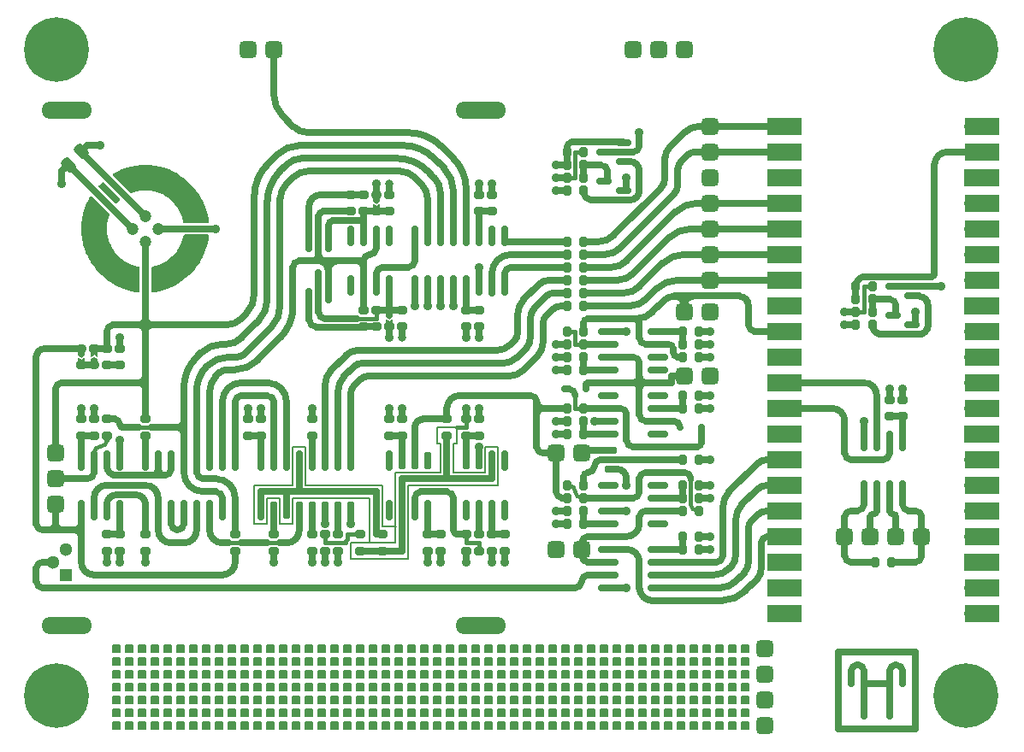
<source format=gbr>
%TF.GenerationSoftware,KiCad,Pcbnew,(6.0.0)*%
%TF.CreationDate,2022-04-27T01:02:19+05:30*%
%TF.ProjectId,Multislope 3I,4d756c74-6973-46c6-9f70-652033492e6b,rev?*%
%TF.SameCoordinates,Original*%
%TF.FileFunction,Copper,L1,Top*%
%TF.FilePolarity,Positive*%
%FSLAX46Y46*%
G04 Gerber Fmt 4.6, Leading zero omitted, Abs format (unit mm)*
G04 Created by KiCad (PCBNEW (6.0.0)) date 2022-04-27 01:02:19*
%MOMM*%
%LPD*%
G01*
G04 APERTURE LIST*
G04 Aperture macros list*
%AMRoundRect*
0 Rectangle with rounded corners*
0 $1 Rounding radius*
0 $2 $3 $4 $5 $6 $7 $8 $9 X,Y pos of 4 corners*
0 Add a 4 corners polygon primitive as box body*
4,1,4,$2,$3,$4,$5,$6,$7,$8,$9,$2,$3,0*
0 Add four circle primitives for the rounded corners*
1,1,$1+$1,$2,$3*
1,1,$1+$1,$4,$5*
1,1,$1+$1,$6,$7*
1,1,$1+$1,$8,$9*
0 Add four rect primitives between the rounded corners*
20,1,$1+$1,$2,$3,$4,$5,0*
20,1,$1+$1,$4,$5,$6,$7,0*
20,1,$1+$1,$6,$7,$8,$9,0*
20,1,$1+$1,$8,$9,$2,$3,0*%
G04 Aperture macros list end*
%TA.AperFunction,NonConductor*%
%ADD10C,0.200000*%
%TD*%
%TA.AperFunction,EtchedComponent*%
%ADD11C,0.120000*%
%TD*%
%TA.AperFunction,SMDPad,CuDef*%
%ADD12RoundRect,0.200000X0.200000X0.275000X-0.200000X0.275000X-0.200000X-0.275000X0.200000X-0.275000X0*%
%TD*%
%TA.AperFunction,SMDPad,CuDef*%
%ADD13RoundRect,0.200000X0.275000X0.200000X-0.275000X0.200000X-0.275000X-0.200000X0.275000X-0.200000X0*%
%TD*%
%TA.AperFunction,SMDPad,CuDef*%
%ADD14RoundRect,0.251969X0.223031X0.148031X-0.223031X0.148031X-0.223031X-0.148031X0.223031X-0.148031X0*%
%TD*%
%TA.AperFunction,ComponentPad*%
%ADD15RoundRect,0.425000X0.425000X-0.425000X0.425000X0.425000X-0.425000X0.425000X-0.425000X-0.425000X0*%
%TD*%
%TA.AperFunction,SMDPad,CuDef*%
%ADD16RoundRect,0.200000X-0.200000X-0.275000X0.200000X-0.275000X0.200000X0.275000X-0.200000X0.275000X0*%
%TD*%
%TA.AperFunction,SMDPad,CuDef*%
%ADD17RoundRect,0.150000X0.150000X-0.825000X0.150000X0.825000X-0.150000X0.825000X-0.150000X-0.825000X0*%
%TD*%
%TA.AperFunction,SMDPad,CuDef*%
%ADD18RoundRect,0.200000X0.275000X-0.200000X0.275000X0.200000X-0.275000X0.200000X-0.275000X-0.200000X0*%
%TD*%
%TA.AperFunction,ComponentPad*%
%ADD19C,0.800000*%
%TD*%
%TA.AperFunction,ComponentPad*%
%ADD20C,6.400000*%
%TD*%
%TA.AperFunction,SMDPad,CuDef*%
%ADD21RoundRect,0.200000X-0.275000X0.200000X-0.275000X-0.200000X0.275000X-0.200000X0.275000X0.200000X0*%
%TD*%
%TA.AperFunction,SMDPad,CuDef*%
%ADD22RoundRect,0.150000X0.587500X0.150000X-0.587500X0.150000X-0.587500X-0.150000X0.587500X-0.150000X0*%
%TD*%
%TA.AperFunction,ComponentPad*%
%ADD23RoundRect,0.425000X-0.425000X0.425000X-0.425000X-0.425000X0.425000X-0.425000X0.425000X0.425000X0*%
%TD*%
%TA.AperFunction,ComponentPad*%
%ADD24O,5.000000X1.700000*%
%TD*%
%TA.AperFunction,SMDPad,CuDef*%
%ADD25RoundRect,0.200000X-0.275000X-0.200000X0.275000X-0.200000X0.275000X0.200000X-0.275000X0.200000X0*%
%TD*%
%TA.AperFunction,SMDPad,CuDef*%
%ADD26RoundRect,0.251969X-0.223031X-0.148031X0.223031X-0.148031X0.223031X0.148031X-0.223031X0.148031X0*%
%TD*%
%TA.AperFunction,SMDPad,CuDef*%
%ADD27RoundRect,0.150000X0.150000X-0.725000X0.150000X0.725000X-0.150000X0.725000X-0.150000X-0.725000X0*%
%TD*%
%TA.AperFunction,SMDPad,CuDef*%
%ADD28R,0.600000X0.450000*%
%TD*%
%TA.AperFunction,SMDPad,CuDef*%
%ADD29RoundRect,0.150000X-0.150000X0.825000X-0.150000X-0.825000X0.150000X-0.825000X0.150000X0.825000X0*%
%TD*%
%TA.AperFunction,SMDPad,CuDef*%
%ADD30RoundRect,0.150000X-0.150000X0.725000X-0.150000X-0.725000X0.150000X-0.725000X0.150000X0.725000X0*%
%TD*%
%TA.AperFunction,SMDPad,CuDef*%
%ADD31RoundRect,0.250000X-0.159099X0.512652X-0.512652X0.159099X0.159099X-0.512652X0.512652X-0.159099X0*%
%TD*%
%TA.AperFunction,SMDPad,CuDef*%
%ADD32RoundRect,0.150000X0.150000X-0.587500X0.150000X0.587500X-0.150000X0.587500X-0.150000X-0.587500X0*%
%TD*%
%TA.AperFunction,SMDPad,CuDef*%
%ADD33RoundRect,0.150000X-0.587500X-0.150000X0.587500X-0.150000X0.587500X0.150000X-0.587500X0.150000X0*%
%TD*%
%TA.AperFunction,SMDPad,CuDef*%
%ADD34RoundRect,0.150000X-0.825000X-0.150000X0.825000X-0.150000X0.825000X0.150000X-0.825000X0.150000X0*%
%TD*%
%TA.AperFunction,ComponentPad*%
%ADD35R,1.300000X1.300000*%
%TD*%
%TA.AperFunction,ComponentPad*%
%ADD36C,1.300000*%
%TD*%
%TA.AperFunction,SMDPad,CuDef*%
%ADD37R,3.500000X1.700000*%
%TD*%
%TA.AperFunction,ComponentPad*%
%ADD38O,1.700000X1.700000*%
%TD*%
%TA.AperFunction,ComponentPad*%
%ADD39R,1.700000X1.700000*%
%TD*%
%TA.AperFunction,ComponentPad*%
%ADD40RoundRect,0.425000X-0.425000X-0.425000X0.425000X-0.425000X0.425000X0.425000X-0.425000X0.425000X0*%
%TD*%
%TA.AperFunction,SMDPad,CuDef*%
%ADD41RoundRect,0.150000X-0.475000X-0.150000X0.475000X-0.150000X0.475000X0.150000X-0.475000X0.150000X0*%
%TD*%
%TA.AperFunction,ComponentPad*%
%ADD42C,1.200000*%
%TD*%
%TA.AperFunction,ViaPad*%
%ADD43C,0.889000*%
%TD*%
%TA.AperFunction,ViaPad*%
%ADD44C,0.800000*%
%TD*%
%TA.AperFunction,Conductor*%
%ADD45C,0.635000*%
%TD*%
%TA.AperFunction,Conductor*%
%ADD46C,0.381000*%
%TD*%
%TA.AperFunction,Conductor*%
%ADD47C,0.200000*%
%TD*%
G04 APERTURE END LIST*
D10*
X154940000Y-133350000D02*
X155575000Y-133350000D01*
X155575000Y-133350000D02*
X155575000Y-133985000D01*
X155575000Y-133985000D02*
X154940000Y-133985000D01*
X154940000Y-133985000D02*
X154940000Y-133350000D01*
G36*
X154940000Y-133350000D02*
G01*
X155575000Y-133350000D01*
X155575000Y-133985000D01*
X154940000Y-133985000D01*
X154940000Y-133350000D01*
G37*
X120650000Y-130810000D02*
X121285000Y-130810000D01*
X121285000Y-130810000D02*
X121285000Y-131445000D01*
X121285000Y-131445000D02*
X120650000Y-131445000D01*
X120650000Y-131445000D02*
X120650000Y-130810000D01*
G36*
X120650000Y-130810000D02*
G01*
X121285000Y-130810000D01*
X121285000Y-131445000D01*
X120650000Y-131445000D01*
X120650000Y-130810000D01*
G37*
X148590000Y-133350000D02*
X149225000Y-133350000D01*
X149225000Y-133350000D02*
X149225000Y-133985000D01*
X149225000Y-133985000D02*
X148590000Y-133985000D01*
X148590000Y-133985000D02*
X148590000Y-133350000D01*
G36*
X148590000Y-133350000D02*
G01*
X149225000Y-133350000D01*
X149225000Y-133985000D01*
X148590000Y-133985000D01*
X148590000Y-133350000D01*
G37*
X154940000Y-129540000D02*
X155575000Y-129540000D01*
X155575000Y-129540000D02*
X155575000Y-130175000D01*
X155575000Y-130175000D02*
X154940000Y-130175000D01*
X154940000Y-130175000D02*
X154940000Y-129540000D01*
G36*
X154940000Y-129540000D02*
G01*
X155575000Y-129540000D01*
X155575000Y-130175000D01*
X154940000Y-130175000D01*
X154940000Y-129540000D01*
G37*
X102870000Y-134620000D02*
X103505000Y-134620000D01*
X103505000Y-134620000D02*
X103505000Y-135255000D01*
X103505000Y-135255000D02*
X102870000Y-135255000D01*
X102870000Y-135255000D02*
X102870000Y-134620000D01*
G36*
X102870000Y-134620000D02*
G01*
X103505000Y-134620000D01*
X103505000Y-135255000D01*
X102870000Y-135255000D01*
X102870000Y-134620000D01*
G37*
X161290000Y-133350000D02*
X161925000Y-133350000D01*
X161925000Y-133350000D02*
X161925000Y-133985000D01*
X161925000Y-133985000D02*
X161290000Y-133985000D01*
X161290000Y-133985000D02*
X161290000Y-133350000D01*
G36*
X161290000Y-133350000D02*
G01*
X161925000Y-133350000D01*
X161925000Y-133985000D01*
X161290000Y-133985000D01*
X161290000Y-133350000D01*
G37*
X118110000Y-127000000D02*
X118745000Y-127000000D01*
X118745000Y-127000000D02*
X118745000Y-127635000D01*
X118745000Y-127635000D02*
X118110000Y-127635000D01*
X118110000Y-127635000D02*
X118110000Y-127000000D01*
G36*
X118110000Y-127000000D02*
G01*
X118745000Y-127000000D01*
X118745000Y-127635000D01*
X118110000Y-127635000D01*
X118110000Y-127000000D01*
G37*
X157480000Y-127000000D02*
X158115000Y-127000000D01*
X158115000Y-127000000D02*
X158115000Y-127635000D01*
X158115000Y-127635000D02*
X157480000Y-127635000D01*
X157480000Y-127635000D02*
X157480000Y-127000000D01*
G36*
X157480000Y-127000000D02*
G01*
X158115000Y-127000000D01*
X158115000Y-127635000D01*
X157480000Y-127635000D01*
X157480000Y-127000000D01*
G37*
X143510000Y-129540000D02*
X144145000Y-129540000D01*
X144145000Y-129540000D02*
X144145000Y-130175000D01*
X144145000Y-130175000D02*
X143510000Y-130175000D01*
X143510000Y-130175000D02*
X143510000Y-129540000D01*
G36*
X143510000Y-129540000D02*
G01*
X144145000Y-129540000D01*
X144145000Y-130175000D01*
X143510000Y-130175000D01*
X143510000Y-129540000D01*
G37*
X128270000Y-127000000D02*
X128905000Y-127000000D01*
X128905000Y-127000000D02*
X128905000Y-127635000D01*
X128905000Y-127635000D02*
X128270000Y-127635000D01*
X128270000Y-127635000D02*
X128270000Y-127000000D01*
G36*
X128270000Y-127000000D02*
G01*
X128905000Y-127000000D01*
X128905000Y-127635000D01*
X128270000Y-127635000D01*
X128270000Y-127000000D01*
G37*
X107950000Y-130810000D02*
X108585000Y-130810000D01*
X108585000Y-130810000D02*
X108585000Y-131445000D01*
X108585000Y-131445000D02*
X107950000Y-131445000D01*
X107950000Y-131445000D02*
X107950000Y-130810000D01*
G36*
X107950000Y-130810000D02*
G01*
X108585000Y-130810000D01*
X108585000Y-131445000D01*
X107950000Y-131445000D01*
X107950000Y-130810000D01*
G37*
X137160000Y-128270000D02*
X137795000Y-128270000D01*
X137795000Y-128270000D02*
X137795000Y-128905000D01*
X137795000Y-128905000D02*
X137160000Y-128905000D01*
X137160000Y-128905000D02*
X137160000Y-128270000D01*
G36*
X137160000Y-128270000D02*
G01*
X137795000Y-128270000D01*
X137795000Y-128905000D01*
X137160000Y-128905000D01*
X137160000Y-128270000D01*
G37*
X109220000Y-127000000D02*
X109855000Y-127000000D01*
X109855000Y-127000000D02*
X109855000Y-127635000D01*
X109855000Y-127635000D02*
X109220000Y-127635000D01*
X109220000Y-127635000D02*
X109220000Y-127000000D01*
G36*
X109220000Y-127000000D02*
G01*
X109855000Y-127000000D01*
X109855000Y-127635000D01*
X109220000Y-127635000D01*
X109220000Y-127000000D01*
G37*
X149860000Y-127000000D02*
X150495000Y-127000000D01*
X150495000Y-127000000D02*
X150495000Y-127635000D01*
X150495000Y-127635000D02*
X149860000Y-127635000D01*
X149860000Y-127635000D02*
X149860000Y-127000000D01*
G36*
X149860000Y-127000000D02*
G01*
X150495000Y-127000000D01*
X150495000Y-127635000D01*
X149860000Y-127635000D01*
X149860000Y-127000000D01*
G37*
X146050000Y-132080000D02*
X146685000Y-132080000D01*
X146685000Y-132080000D02*
X146685000Y-132715000D01*
X146685000Y-132715000D02*
X146050000Y-132715000D01*
X146050000Y-132715000D02*
X146050000Y-132080000D01*
G36*
X146050000Y-132080000D02*
G01*
X146685000Y-132080000D01*
X146685000Y-132715000D01*
X146050000Y-132715000D01*
X146050000Y-132080000D01*
G37*
X118110000Y-129540000D02*
X118745000Y-129540000D01*
X118745000Y-129540000D02*
X118745000Y-130175000D01*
X118745000Y-130175000D02*
X118110000Y-130175000D01*
X118110000Y-130175000D02*
X118110000Y-129540000D01*
G36*
X118110000Y-129540000D02*
G01*
X118745000Y-129540000D01*
X118745000Y-130175000D01*
X118110000Y-130175000D01*
X118110000Y-129540000D01*
G37*
X101600000Y-128270000D02*
X102235000Y-128270000D01*
X102235000Y-128270000D02*
X102235000Y-128905000D01*
X102235000Y-128905000D02*
X101600000Y-128905000D01*
X101600000Y-128905000D02*
X101600000Y-128270000D01*
G36*
X101600000Y-128270000D02*
G01*
X102235000Y-128270000D01*
X102235000Y-128905000D01*
X101600000Y-128905000D01*
X101600000Y-128270000D01*
G37*
X163830000Y-129540000D02*
X164465000Y-129540000D01*
X164465000Y-129540000D02*
X164465000Y-130175000D01*
X164465000Y-130175000D02*
X163830000Y-130175000D01*
X163830000Y-130175000D02*
X163830000Y-129540000D01*
G36*
X163830000Y-129540000D02*
G01*
X164465000Y-129540000D01*
X164465000Y-130175000D01*
X163830000Y-130175000D01*
X163830000Y-129540000D01*
G37*
X151130000Y-132080000D02*
X151765000Y-132080000D01*
X151765000Y-132080000D02*
X151765000Y-132715000D01*
X151765000Y-132715000D02*
X151130000Y-132715000D01*
X151130000Y-132715000D02*
X151130000Y-132080000D01*
G36*
X151130000Y-132080000D02*
G01*
X151765000Y-132080000D01*
X151765000Y-132715000D01*
X151130000Y-132715000D01*
X151130000Y-132080000D01*
G37*
X135890000Y-128270000D02*
X136525000Y-128270000D01*
X136525000Y-128270000D02*
X136525000Y-128905000D01*
X136525000Y-128905000D02*
X135890000Y-128905000D01*
X135890000Y-128905000D02*
X135890000Y-128270000D01*
G36*
X135890000Y-128270000D02*
G01*
X136525000Y-128270000D01*
X136525000Y-128905000D01*
X135890000Y-128905000D01*
X135890000Y-128270000D01*
G37*
X104140000Y-133350000D02*
X104775000Y-133350000D01*
X104775000Y-133350000D02*
X104775000Y-133985000D01*
X104775000Y-133985000D02*
X104140000Y-133985000D01*
X104140000Y-133985000D02*
X104140000Y-133350000D01*
G36*
X104140000Y-133350000D02*
G01*
X104775000Y-133350000D01*
X104775000Y-133985000D01*
X104140000Y-133985000D01*
X104140000Y-133350000D01*
G37*
X143510000Y-132080000D02*
X144145000Y-132080000D01*
X144145000Y-132080000D02*
X144145000Y-132715000D01*
X144145000Y-132715000D02*
X143510000Y-132715000D01*
X143510000Y-132715000D02*
X143510000Y-132080000D01*
G36*
X143510000Y-132080000D02*
G01*
X144145000Y-132080000D01*
X144145000Y-132715000D01*
X143510000Y-132715000D01*
X143510000Y-132080000D01*
G37*
X162560000Y-127000000D02*
X163195000Y-127000000D01*
X163195000Y-127000000D02*
X163195000Y-127635000D01*
X163195000Y-127635000D02*
X162560000Y-127635000D01*
X162560000Y-127635000D02*
X162560000Y-127000000D01*
G36*
X162560000Y-127000000D02*
G01*
X163195000Y-127000000D01*
X163195000Y-127635000D01*
X162560000Y-127635000D01*
X162560000Y-127000000D01*
G37*
X133350000Y-132080000D02*
X133985000Y-132080000D01*
X133985000Y-132080000D02*
X133985000Y-132715000D01*
X133985000Y-132715000D02*
X133350000Y-132715000D01*
X133350000Y-132715000D02*
X133350000Y-132080000D01*
G36*
X133350000Y-132080000D02*
G01*
X133985000Y-132080000D01*
X133985000Y-132715000D01*
X133350000Y-132715000D01*
X133350000Y-132080000D01*
G37*
X110490000Y-128270000D02*
X111125000Y-128270000D01*
X111125000Y-128270000D02*
X111125000Y-128905000D01*
X111125000Y-128905000D02*
X110490000Y-128905000D01*
X110490000Y-128905000D02*
X110490000Y-128270000D01*
G36*
X110490000Y-128270000D02*
G01*
X111125000Y-128270000D01*
X111125000Y-128905000D01*
X110490000Y-128905000D01*
X110490000Y-128270000D01*
G37*
X107950000Y-129540000D02*
X108585000Y-129540000D01*
X108585000Y-129540000D02*
X108585000Y-130175000D01*
X108585000Y-130175000D02*
X107950000Y-130175000D01*
X107950000Y-130175000D02*
X107950000Y-129540000D01*
G36*
X107950000Y-129540000D02*
G01*
X108585000Y-129540000D01*
X108585000Y-130175000D01*
X107950000Y-130175000D01*
X107950000Y-129540000D01*
G37*
X152400000Y-128270000D02*
X153035000Y-128270000D01*
X153035000Y-128270000D02*
X153035000Y-128905000D01*
X153035000Y-128905000D02*
X152400000Y-128905000D01*
X152400000Y-128905000D02*
X152400000Y-128270000D01*
G36*
X152400000Y-128270000D02*
G01*
X153035000Y-128270000D01*
X153035000Y-128905000D01*
X152400000Y-128905000D01*
X152400000Y-128270000D01*
G37*
X163830000Y-132080000D02*
X164465000Y-132080000D01*
X164465000Y-132080000D02*
X164465000Y-132715000D01*
X164465000Y-132715000D02*
X163830000Y-132715000D01*
X163830000Y-132715000D02*
X163830000Y-132080000D01*
G36*
X163830000Y-132080000D02*
G01*
X164465000Y-132080000D01*
X164465000Y-132715000D01*
X163830000Y-132715000D01*
X163830000Y-132080000D01*
G37*
X127000000Y-130810000D02*
X127635000Y-130810000D01*
X127635000Y-130810000D02*
X127635000Y-131445000D01*
X127635000Y-131445000D02*
X127000000Y-131445000D01*
X127000000Y-131445000D02*
X127000000Y-130810000D01*
G36*
X127000000Y-130810000D02*
G01*
X127635000Y-130810000D01*
X127635000Y-131445000D01*
X127000000Y-131445000D01*
X127000000Y-130810000D01*
G37*
X158750000Y-130810000D02*
X159385000Y-130810000D01*
X159385000Y-130810000D02*
X159385000Y-131445000D01*
X159385000Y-131445000D02*
X158750000Y-131445000D01*
X158750000Y-131445000D02*
X158750000Y-130810000D01*
G36*
X158750000Y-130810000D02*
G01*
X159385000Y-130810000D01*
X159385000Y-131445000D01*
X158750000Y-131445000D01*
X158750000Y-130810000D01*
G37*
X102870000Y-129540000D02*
X103505000Y-129540000D01*
X103505000Y-129540000D02*
X103505000Y-130175000D01*
X103505000Y-130175000D02*
X102870000Y-130175000D01*
X102870000Y-130175000D02*
X102870000Y-129540000D01*
G36*
X102870000Y-129540000D02*
G01*
X103505000Y-129540000D01*
X103505000Y-130175000D01*
X102870000Y-130175000D01*
X102870000Y-129540000D01*
G37*
X152400000Y-130810000D02*
X153035000Y-130810000D01*
X153035000Y-130810000D02*
X153035000Y-131445000D01*
X153035000Y-131445000D02*
X152400000Y-131445000D01*
X152400000Y-131445000D02*
X152400000Y-130810000D01*
G36*
X152400000Y-130810000D02*
G01*
X153035000Y-130810000D01*
X153035000Y-131445000D01*
X152400000Y-131445000D01*
X152400000Y-130810000D01*
G37*
X146050000Y-130810000D02*
X146685000Y-130810000D01*
X146685000Y-130810000D02*
X146685000Y-131445000D01*
X146685000Y-131445000D02*
X146050000Y-131445000D01*
X146050000Y-131445000D02*
X146050000Y-130810000D01*
G36*
X146050000Y-130810000D02*
G01*
X146685000Y-130810000D01*
X146685000Y-131445000D01*
X146050000Y-131445000D01*
X146050000Y-130810000D01*
G37*
X123190000Y-132080000D02*
X123825000Y-132080000D01*
X123825000Y-132080000D02*
X123825000Y-132715000D01*
X123825000Y-132715000D02*
X123190000Y-132715000D01*
X123190000Y-132715000D02*
X123190000Y-132080000D01*
G36*
X123190000Y-132080000D02*
G01*
X123825000Y-132080000D01*
X123825000Y-132715000D01*
X123190000Y-132715000D01*
X123190000Y-132080000D01*
G37*
X156210000Y-129540000D02*
X156845000Y-129540000D01*
X156845000Y-129540000D02*
X156845000Y-130175000D01*
X156845000Y-130175000D02*
X156210000Y-130175000D01*
X156210000Y-130175000D02*
X156210000Y-129540000D01*
G36*
X156210000Y-129540000D02*
G01*
X156845000Y-129540000D01*
X156845000Y-130175000D01*
X156210000Y-130175000D01*
X156210000Y-129540000D01*
G37*
X132080000Y-129540000D02*
X132715000Y-129540000D01*
X132715000Y-129540000D02*
X132715000Y-130175000D01*
X132715000Y-130175000D02*
X132080000Y-130175000D01*
X132080000Y-130175000D02*
X132080000Y-129540000D01*
G36*
X132080000Y-129540000D02*
G01*
X132715000Y-129540000D01*
X132715000Y-130175000D01*
X132080000Y-130175000D01*
X132080000Y-129540000D01*
G37*
X137160000Y-130810000D02*
X137795000Y-130810000D01*
X137795000Y-130810000D02*
X137795000Y-131445000D01*
X137795000Y-131445000D02*
X137160000Y-131445000D01*
X137160000Y-131445000D02*
X137160000Y-130810000D01*
G36*
X137160000Y-130810000D02*
G01*
X137795000Y-130810000D01*
X137795000Y-131445000D01*
X137160000Y-131445000D01*
X137160000Y-130810000D01*
G37*
X125730000Y-132080000D02*
X126365000Y-132080000D01*
X126365000Y-132080000D02*
X126365000Y-132715000D01*
X126365000Y-132715000D02*
X125730000Y-132715000D01*
X125730000Y-132715000D02*
X125730000Y-132080000D01*
G36*
X125730000Y-132080000D02*
G01*
X126365000Y-132080000D01*
X126365000Y-132715000D01*
X125730000Y-132715000D01*
X125730000Y-132080000D01*
G37*
X106680000Y-129540000D02*
X107315000Y-129540000D01*
X107315000Y-129540000D02*
X107315000Y-130175000D01*
X107315000Y-130175000D02*
X106680000Y-130175000D01*
X106680000Y-130175000D02*
X106680000Y-129540000D01*
G36*
X106680000Y-129540000D02*
G01*
X107315000Y-129540000D01*
X107315000Y-130175000D01*
X106680000Y-130175000D01*
X106680000Y-129540000D01*
G37*
X153670000Y-134620000D02*
X154305000Y-134620000D01*
X154305000Y-134620000D02*
X154305000Y-135255000D01*
X154305000Y-135255000D02*
X153670000Y-135255000D01*
X153670000Y-135255000D02*
X153670000Y-134620000D01*
G36*
X153670000Y-134620000D02*
G01*
X154305000Y-134620000D01*
X154305000Y-135255000D01*
X153670000Y-135255000D01*
X153670000Y-134620000D01*
G37*
X124460000Y-128270000D02*
X125095000Y-128270000D01*
X125095000Y-128270000D02*
X125095000Y-128905000D01*
X125095000Y-128905000D02*
X124460000Y-128905000D01*
X124460000Y-128905000D02*
X124460000Y-128270000D01*
G36*
X124460000Y-128270000D02*
G01*
X125095000Y-128270000D01*
X125095000Y-128905000D01*
X124460000Y-128905000D01*
X124460000Y-128270000D01*
G37*
X110490000Y-130810000D02*
X111125000Y-130810000D01*
X111125000Y-130810000D02*
X111125000Y-131445000D01*
X111125000Y-131445000D02*
X110490000Y-131445000D01*
X110490000Y-131445000D02*
X110490000Y-130810000D01*
G36*
X110490000Y-130810000D02*
G01*
X111125000Y-130810000D01*
X111125000Y-131445000D01*
X110490000Y-131445000D01*
X110490000Y-130810000D01*
G37*
X128270000Y-134620000D02*
X128905000Y-134620000D01*
X128905000Y-134620000D02*
X128905000Y-135255000D01*
X128905000Y-135255000D02*
X128270000Y-135255000D01*
X128270000Y-135255000D02*
X128270000Y-134620000D01*
G36*
X128270000Y-134620000D02*
G01*
X128905000Y-134620000D01*
X128905000Y-135255000D01*
X128270000Y-135255000D01*
X128270000Y-134620000D01*
G37*
X102870000Y-127000000D02*
X103505000Y-127000000D01*
X103505000Y-127000000D02*
X103505000Y-127635000D01*
X103505000Y-127635000D02*
X102870000Y-127635000D01*
X102870000Y-127635000D02*
X102870000Y-127000000D01*
G36*
X102870000Y-127000000D02*
G01*
X103505000Y-127000000D01*
X103505000Y-127635000D01*
X102870000Y-127635000D01*
X102870000Y-127000000D01*
G37*
X133350000Y-133350000D02*
X133985000Y-133350000D01*
X133985000Y-133350000D02*
X133985000Y-133985000D01*
X133985000Y-133985000D02*
X133350000Y-133985000D01*
X133350000Y-133985000D02*
X133350000Y-133350000D01*
G36*
X133350000Y-133350000D02*
G01*
X133985000Y-133350000D01*
X133985000Y-133985000D01*
X133350000Y-133985000D01*
X133350000Y-133350000D01*
G37*
X130810000Y-133350000D02*
X131445000Y-133350000D01*
X131445000Y-133350000D02*
X131445000Y-133985000D01*
X131445000Y-133985000D02*
X130810000Y-133985000D01*
X130810000Y-133985000D02*
X130810000Y-133350000D01*
G36*
X130810000Y-133350000D02*
G01*
X131445000Y-133350000D01*
X131445000Y-133985000D01*
X130810000Y-133985000D01*
X130810000Y-133350000D01*
G37*
X104140000Y-134620000D02*
X104775000Y-134620000D01*
X104775000Y-134620000D02*
X104775000Y-135255000D01*
X104775000Y-135255000D02*
X104140000Y-135255000D01*
X104140000Y-135255000D02*
X104140000Y-134620000D01*
G36*
X104140000Y-134620000D02*
G01*
X104775000Y-134620000D01*
X104775000Y-135255000D01*
X104140000Y-135255000D01*
X104140000Y-134620000D01*
G37*
X123190000Y-128270000D02*
X123825000Y-128270000D01*
X123825000Y-128270000D02*
X123825000Y-128905000D01*
X123825000Y-128905000D02*
X123190000Y-128905000D01*
X123190000Y-128905000D02*
X123190000Y-128270000D01*
G36*
X123190000Y-128270000D02*
G01*
X123825000Y-128270000D01*
X123825000Y-128905000D01*
X123190000Y-128905000D01*
X123190000Y-128270000D01*
G37*
X107950000Y-133350000D02*
X108585000Y-133350000D01*
X108585000Y-133350000D02*
X108585000Y-133985000D01*
X108585000Y-133985000D02*
X107950000Y-133985000D01*
X107950000Y-133985000D02*
X107950000Y-133350000D01*
G36*
X107950000Y-133350000D02*
G01*
X108585000Y-133350000D01*
X108585000Y-133985000D01*
X107950000Y-133985000D01*
X107950000Y-133350000D01*
G37*
X104140000Y-129540000D02*
X104775000Y-129540000D01*
X104775000Y-129540000D02*
X104775000Y-130175000D01*
X104775000Y-130175000D02*
X104140000Y-130175000D01*
X104140000Y-130175000D02*
X104140000Y-129540000D01*
G36*
X104140000Y-129540000D02*
G01*
X104775000Y-129540000D01*
X104775000Y-130175000D01*
X104140000Y-130175000D01*
X104140000Y-129540000D01*
G37*
X124460000Y-130810000D02*
X125095000Y-130810000D01*
X125095000Y-130810000D02*
X125095000Y-131445000D01*
X125095000Y-131445000D02*
X124460000Y-131445000D01*
X124460000Y-131445000D02*
X124460000Y-130810000D01*
G36*
X124460000Y-130810000D02*
G01*
X125095000Y-130810000D01*
X125095000Y-131445000D01*
X124460000Y-131445000D01*
X124460000Y-130810000D01*
G37*
X119380000Y-132080000D02*
X120015000Y-132080000D01*
X120015000Y-132080000D02*
X120015000Y-132715000D01*
X120015000Y-132715000D02*
X119380000Y-132715000D01*
X119380000Y-132715000D02*
X119380000Y-132080000D01*
G36*
X119380000Y-132080000D02*
G01*
X120015000Y-132080000D01*
X120015000Y-132715000D01*
X119380000Y-132715000D01*
X119380000Y-132080000D01*
G37*
X151130000Y-134620000D02*
X151765000Y-134620000D01*
X151765000Y-134620000D02*
X151765000Y-135255000D01*
X151765000Y-135255000D02*
X151130000Y-135255000D01*
X151130000Y-135255000D02*
X151130000Y-134620000D01*
G36*
X151130000Y-134620000D02*
G01*
X151765000Y-134620000D01*
X151765000Y-135255000D01*
X151130000Y-135255000D01*
X151130000Y-134620000D01*
G37*
X125730000Y-129540000D02*
X126365000Y-129540000D01*
X126365000Y-129540000D02*
X126365000Y-130175000D01*
X126365000Y-130175000D02*
X125730000Y-130175000D01*
X125730000Y-130175000D02*
X125730000Y-129540000D01*
G36*
X125730000Y-129540000D02*
G01*
X126365000Y-129540000D01*
X126365000Y-130175000D01*
X125730000Y-130175000D01*
X125730000Y-129540000D01*
G37*
X128270000Y-132080000D02*
X128905000Y-132080000D01*
X128905000Y-132080000D02*
X128905000Y-132715000D01*
X128905000Y-132715000D02*
X128270000Y-132715000D01*
X128270000Y-132715000D02*
X128270000Y-132080000D01*
G36*
X128270000Y-132080000D02*
G01*
X128905000Y-132080000D01*
X128905000Y-132715000D01*
X128270000Y-132715000D01*
X128270000Y-132080000D01*
G37*
X142240000Y-130810000D02*
X142875000Y-130810000D01*
X142875000Y-130810000D02*
X142875000Y-131445000D01*
X142875000Y-131445000D02*
X142240000Y-131445000D01*
X142240000Y-131445000D02*
X142240000Y-130810000D01*
G36*
X142240000Y-130810000D02*
G01*
X142875000Y-130810000D01*
X142875000Y-131445000D01*
X142240000Y-131445000D01*
X142240000Y-130810000D01*
G37*
X107950000Y-134620000D02*
X108585000Y-134620000D01*
X108585000Y-134620000D02*
X108585000Y-135255000D01*
X108585000Y-135255000D02*
X107950000Y-135255000D01*
X107950000Y-135255000D02*
X107950000Y-134620000D01*
G36*
X107950000Y-134620000D02*
G01*
X108585000Y-134620000D01*
X108585000Y-135255000D01*
X107950000Y-135255000D01*
X107950000Y-134620000D01*
G37*
X148590000Y-130810000D02*
X149225000Y-130810000D01*
X149225000Y-130810000D02*
X149225000Y-131445000D01*
X149225000Y-131445000D02*
X148590000Y-131445000D01*
X148590000Y-131445000D02*
X148590000Y-130810000D01*
G36*
X148590000Y-130810000D02*
G01*
X149225000Y-130810000D01*
X149225000Y-131445000D01*
X148590000Y-131445000D01*
X148590000Y-130810000D01*
G37*
X138430000Y-128270000D02*
X139065000Y-128270000D01*
X139065000Y-128270000D02*
X139065000Y-128905000D01*
X139065000Y-128905000D02*
X138430000Y-128905000D01*
X138430000Y-128905000D02*
X138430000Y-128270000D01*
G36*
X138430000Y-128270000D02*
G01*
X139065000Y-128270000D01*
X139065000Y-128905000D01*
X138430000Y-128905000D01*
X138430000Y-128270000D01*
G37*
X142240000Y-127000000D02*
X142875000Y-127000000D01*
X142875000Y-127000000D02*
X142875000Y-127635000D01*
X142875000Y-127635000D02*
X142240000Y-127635000D01*
X142240000Y-127635000D02*
X142240000Y-127000000D01*
G36*
X142240000Y-127000000D02*
G01*
X142875000Y-127000000D01*
X142875000Y-127635000D01*
X142240000Y-127635000D01*
X142240000Y-127000000D01*
G37*
X153670000Y-132080000D02*
X154305000Y-132080000D01*
X154305000Y-132080000D02*
X154305000Y-132715000D01*
X154305000Y-132715000D02*
X153670000Y-132715000D01*
X153670000Y-132715000D02*
X153670000Y-132080000D01*
G36*
X153670000Y-132080000D02*
G01*
X154305000Y-132080000D01*
X154305000Y-132715000D01*
X153670000Y-132715000D01*
X153670000Y-132080000D01*
G37*
X102870000Y-133350000D02*
X103505000Y-133350000D01*
X103505000Y-133350000D02*
X103505000Y-133985000D01*
X103505000Y-133985000D02*
X102870000Y-133985000D01*
X102870000Y-133985000D02*
X102870000Y-133350000D01*
G36*
X102870000Y-133350000D02*
G01*
X103505000Y-133350000D01*
X103505000Y-133985000D01*
X102870000Y-133985000D01*
X102870000Y-133350000D01*
G37*
X137160000Y-127000000D02*
X137795000Y-127000000D01*
X137795000Y-127000000D02*
X137795000Y-127635000D01*
X137795000Y-127635000D02*
X137160000Y-127635000D01*
X137160000Y-127635000D02*
X137160000Y-127000000D01*
G36*
X137160000Y-127000000D02*
G01*
X137795000Y-127000000D01*
X137795000Y-127635000D01*
X137160000Y-127635000D01*
X137160000Y-127000000D01*
G37*
X110490000Y-129540000D02*
X111125000Y-129540000D01*
X111125000Y-129540000D02*
X111125000Y-130175000D01*
X111125000Y-130175000D02*
X110490000Y-130175000D01*
X110490000Y-130175000D02*
X110490000Y-129540000D01*
G36*
X110490000Y-129540000D02*
G01*
X111125000Y-129540000D01*
X111125000Y-130175000D01*
X110490000Y-130175000D01*
X110490000Y-129540000D01*
G37*
X137160000Y-134620000D02*
X137795000Y-134620000D01*
X137795000Y-134620000D02*
X137795000Y-135255000D01*
X137795000Y-135255000D02*
X137160000Y-135255000D01*
X137160000Y-135255000D02*
X137160000Y-134620000D01*
G36*
X137160000Y-134620000D02*
G01*
X137795000Y-134620000D01*
X137795000Y-135255000D01*
X137160000Y-135255000D01*
X137160000Y-134620000D01*
G37*
X123190000Y-127000000D02*
X123825000Y-127000000D01*
X123825000Y-127000000D02*
X123825000Y-127635000D01*
X123825000Y-127635000D02*
X123190000Y-127635000D01*
X123190000Y-127635000D02*
X123190000Y-127000000D01*
G36*
X123190000Y-127000000D02*
G01*
X123825000Y-127000000D01*
X123825000Y-127635000D01*
X123190000Y-127635000D01*
X123190000Y-127000000D01*
G37*
X104140000Y-130810000D02*
X104775000Y-130810000D01*
X104775000Y-130810000D02*
X104775000Y-131445000D01*
X104775000Y-131445000D02*
X104140000Y-131445000D01*
X104140000Y-131445000D02*
X104140000Y-130810000D01*
G36*
X104140000Y-130810000D02*
G01*
X104775000Y-130810000D01*
X104775000Y-131445000D01*
X104140000Y-131445000D01*
X104140000Y-130810000D01*
G37*
X148590000Y-129540000D02*
X149225000Y-129540000D01*
X149225000Y-129540000D02*
X149225000Y-130175000D01*
X149225000Y-130175000D02*
X148590000Y-130175000D01*
X148590000Y-130175000D02*
X148590000Y-129540000D01*
G36*
X148590000Y-129540000D02*
G01*
X149225000Y-129540000D01*
X149225000Y-130175000D01*
X148590000Y-130175000D01*
X148590000Y-129540000D01*
G37*
X156210000Y-128270000D02*
X156845000Y-128270000D01*
X156845000Y-128270000D02*
X156845000Y-128905000D01*
X156845000Y-128905000D02*
X156210000Y-128905000D01*
X156210000Y-128905000D02*
X156210000Y-128270000D01*
G36*
X156210000Y-128270000D02*
G01*
X156845000Y-128270000D01*
X156845000Y-128905000D01*
X156210000Y-128905000D01*
X156210000Y-128270000D01*
G37*
X129540000Y-133350000D02*
X130175000Y-133350000D01*
X130175000Y-133350000D02*
X130175000Y-133985000D01*
X130175000Y-133985000D02*
X129540000Y-133985000D01*
X129540000Y-133985000D02*
X129540000Y-133350000D01*
G36*
X129540000Y-133350000D02*
G01*
X130175000Y-133350000D01*
X130175000Y-133985000D01*
X129540000Y-133985000D01*
X129540000Y-133350000D01*
G37*
X115570000Y-134620000D02*
X116205000Y-134620000D01*
X116205000Y-134620000D02*
X116205000Y-135255000D01*
X116205000Y-135255000D02*
X115570000Y-135255000D01*
X115570000Y-135255000D02*
X115570000Y-134620000D01*
G36*
X115570000Y-134620000D02*
G01*
X116205000Y-134620000D01*
X116205000Y-135255000D01*
X115570000Y-135255000D01*
X115570000Y-134620000D01*
G37*
X139700000Y-127000000D02*
X140335000Y-127000000D01*
X140335000Y-127000000D02*
X140335000Y-127635000D01*
X140335000Y-127635000D02*
X139700000Y-127635000D01*
X139700000Y-127635000D02*
X139700000Y-127000000D01*
G36*
X139700000Y-127000000D02*
G01*
X140335000Y-127000000D01*
X140335000Y-127635000D01*
X139700000Y-127635000D01*
X139700000Y-127000000D01*
G37*
X156210000Y-134620000D02*
X156845000Y-134620000D01*
X156845000Y-134620000D02*
X156845000Y-135255000D01*
X156845000Y-135255000D02*
X156210000Y-135255000D01*
X156210000Y-135255000D02*
X156210000Y-134620000D01*
G36*
X156210000Y-134620000D02*
G01*
X156845000Y-134620000D01*
X156845000Y-135255000D01*
X156210000Y-135255000D01*
X156210000Y-134620000D01*
G37*
X142240000Y-128270000D02*
X142875000Y-128270000D01*
X142875000Y-128270000D02*
X142875000Y-128905000D01*
X142875000Y-128905000D02*
X142240000Y-128905000D01*
X142240000Y-128905000D02*
X142240000Y-128270000D01*
G36*
X142240000Y-128270000D02*
G01*
X142875000Y-128270000D01*
X142875000Y-128905000D01*
X142240000Y-128905000D01*
X142240000Y-128270000D01*
G37*
X148590000Y-134620000D02*
X149225000Y-134620000D01*
X149225000Y-134620000D02*
X149225000Y-135255000D01*
X149225000Y-135255000D02*
X148590000Y-135255000D01*
X148590000Y-135255000D02*
X148590000Y-134620000D01*
G36*
X148590000Y-134620000D02*
G01*
X149225000Y-134620000D01*
X149225000Y-135255000D01*
X148590000Y-135255000D01*
X148590000Y-134620000D01*
G37*
X110490000Y-127000000D02*
X111125000Y-127000000D01*
X111125000Y-127000000D02*
X111125000Y-127635000D01*
X111125000Y-127635000D02*
X110490000Y-127635000D01*
X110490000Y-127635000D02*
X110490000Y-127000000D01*
G36*
X110490000Y-127000000D02*
G01*
X111125000Y-127000000D01*
X111125000Y-127635000D01*
X110490000Y-127635000D01*
X110490000Y-127000000D01*
G37*
X153670000Y-128270000D02*
X154305000Y-128270000D01*
X154305000Y-128270000D02*
X154305000Y-128905000D01*
X154305000Y-128905000D02*
X153670000Y-128905000D01*
X153670000Y-128905000D02*
X153670000Y-128270000D01*
G36*
X153670000Y-128270000D02*
G01*
X154305000Y-128270000D01*
X154305000Y-128905000D01*
X153670000Y-128905000D01*
X153670000Y-128270000D01*
G37*
X154940000Y-128270000D02*
X155575000Y-128270000D01*
X155575000Y-128270000D02*
X155575000Y-128905000D01*
X155575000Y-128905000D02*
X154940000Y-128905000D01*
X154940000Y-128905000D02*
X154940000Y-128270000D01*
G36*
X154940000Y-128270000D02*
G01*
X155575000Y-128270000D01*
X155575000Y-128905000D01*
X154940000Y-128905000D01*
X154940000Y-128270000D01*
G37*
X160020000Y-132080000D02*
X160655000Y-132080000D01*
X160655000Y-132080000D02*
X160655000Y-132715000D01*
X160655000Y-132715000D02*
X160020000Y-132715000D01*
X160020000Y-132715000D02*
X160020000Y-132080000D01*
G36*
X160020000Y-132080000D02*
G01*
X160655000Y-132080000D01*
X160655000Y-132715000D01*
X160020000Y-132715000D01*
X160020000Y-132080000D01*
G37*
X132080000Y-132080000D02*
X132715000Y-132080000D01*
X132715000Y-132080000D02*
X132715000Y-132715000D01*
X132715000Y-132715000D02*
X132080000Y-132715000D01*
X132080000Y-132715000D02*
X132080000Y-132080000D01*
G36*
X132080000Y-132080000D02*
G01*
X132715000Y-132080000D01*
X132715000Y-132715000D01*
X132080000Y-132715000D01*
X132080000Y-132080000D01*
G37*
X128270000Y-133350000D02*
X128905000Y-133350000D01*
X128905000Y-133350000D02*
X128905000Y-133985000D01*
X128905000Y-133985000D02*
X128270000Y-133985000D01*
X128270000Y-133985000D02*
X128270000Y-133350000D01*
G36*
X128270000Y-133350000D02*
G01*
X128905000Y-133350000D01*
X128905000Y-133985000D01*
X128270000Y-133985000D01*
X128270000Y-133350000D01*
G37*
X161290000Y-129540000D02*
X161925000Y-129540000D01*
X161925000Y-129540000D02*
X161925000Y-130175000D01*
X161925000Y-130175000D02*
X161290000Y-130175000D01*
X161290000Y-130175000D02*
X161290000Y-129540000D01*
G36*
X161290000Y-129540000D02*
G01*
X161925000Y-129540000D01*
X161925000Y-130175000D01*
X161290000Y-130175000D01*
X161290000Y-129540000D01*
G37*
X157480000Y-130810000D02*
X158115000Y-130810000D01*
X158115000Y-130810000D02*
X158115000Y-131445000D01*
X158115000Y-131445000D02*
X157480000Y-131445000D01*
X157480000Y-131445000D02*
X157480000Y-130810000D01*
G36*
X157480000Y-130810000D02*
G01*
X158115000Y-130810000D01*
X158115000Y-131445000D01*
X157480000Y-131445000D01*
X157480000Y-130810000D01*
G37*
X130810000Y-128270000D02*
X131445000Y-128270000D01*
X131445000Y-128270000D02*
X131445000Y-128905000D01*
X131445000Y-128905000D02*
X130810000Y-128905000D01*
X130810000Y-128905000D02*
X130810000Y-128270000D01*
G36*
X130810000Y-128270000D02*
G01*
X131445000Y-128270000D01*
X131445000Y-128905000D01*
X130810000Y-128905000D01*
X130810000Y-128270000D01*
G37*
X149860000Y-132080000D02*
X150495000Y-132080000D01*
X150495000Y-132080000D02*
X150495000Y-132715000D01*
X150495000Y-132715000D02*
X149860000Y-132715000D01*
X149860000Y-132715000D02*
X149860000Y-132080000D01*
G36*
X149860000Y-132080000D02*
G01*
X150495000Y-132080000D01*
X150495000Y-132715000D01*
X149860000Y-132715000D01*
X149860000Y-132080000D01*
G37*
X102870000Y-130810000D02*
X103505000Y-130810000D01*
X103505000Y-130810000D02*
X103505000Y-131445000D01*
X103505000Y-131445000D02*
X102870000Y-131445000D01*
X102870000Y-131445000D02*
X102870000Y-130810000D01*
G36*
X102870000Y-130810000D02*
G01*
X103505000Y-130810000D01*
X103505000Y-131445000D01*
X102870000Y-131445000D01*
X102870000Y-130810000D01*
G37*
X127000000Y-133350000D02*
X127635000Y-133350000D01*
X127635000Y-133350000D02*
X127635000Y-133985000D01*
X127635000Y-133985000D02*
X127000000Y-133985000D01*
X127000000Y-133985000D02*
X127000000Y-133350000D01*
G36*
X127000000Y-133350000D02*
G01*
X127635000Y-133350000D01*
X127635000Y-133985000D01*
X127000000Y-133985000D01*
X127000000Y-133350000D01*
G37*
X114300000Y-127000000D02*
X114935000Y-127000000D01*
X114935000Y-127000000D02*
X114935000Y-127635000D01*
X114935000Y-127635000D02*
X114300000Y-127635000D01*
X114300000Y-127635000D02*
X114300000Y-127000000D01*
G36*
X114300000Y-127000000D02*
G01*
X114935000Y-127000000D01*
X114935000Y-127635000D01*
X114300000Y-127635000D01*
X114300000Y-127000000D01*
G37*
X105410000Y-129540000D02*
X106045000Y-129540000D01*
X106045000Y-129540000D02*
X106045000Y-130175000D01*
X106045000Y-130175000D02*
X105410000Y-130175000D01*
X105410000Y-130175000D02*
X105410000Y-129540000D01*
G36*
X105410000Y-129540000D02*
G01*
X106045000Y-129540000D01*
X106045000Y-130175000D01*
X105410000Y-130175000D01*
X105410000Y-129540000D01*
G37*
X133350000Y-134620000D02*
X133985000Y-134620000D01*
X133985000Y-134620000D02*
X133985000Y-135255000D01*
X133985000Y-135255000D02*
X133350000Y-135255000D01*
X133350000Y-135255000D02*
X133350000Y-134620000D01*
G36*
X133350000Y-134620000D02*
G01*
X133985000Y-134620000D01*
X133985000Y-135255000D01*
X133350000Y-135255000D01*
X133350000Y-134620000D01*
G37*
X104140000Y-128270000D02*
X104775000Y-128270000D01*
X104775000Y-128270000D02*
X104775000Y-128905000D01*
X104775000Y-128905000D02*
X104140000Y-128905000D01*
X104140000Y-128905000D02*
X104140000Y-128270000D01*
G36*
X104140000Y-128270000D02*
G01*
X104775000Y-128270000D01*
X104775000Y-128905000D01*
X104140000Y-128905000D01*
X104140000Y-128270000D01*
G37*
X121920000Y-128270000D02*
X122555000Y-128270000D01*
X122555000Y-128270000D02*
X122555000Y-128905000D01*
X122555000Y-128905000D02*
X121920000Y-128905000D01*
X121920000Y-128905000D02*
X121920000Y-128270000D01*
G36*
X121920000Y-128270000D02*
G01*
X122555000Y-128270000D01*
X122555000Y-128905000D01*
X121920000Y-128905000D01*
X121920000Y-128270000D01*
G37*
X151130000Y-128270000D02*
X151765000Y-128270000D01*
X151765000Y-128270000D02*
X151765000Y-128905000D01*
X151765000Y-128905000D02*
X151130000Y-128905000D01*
X151130000Y-128905000D02*
X151130000Y-128270000D01*
G36*
X151130000Y-128270000D02*
G01*
X151765000Y-128270000D01*
X151765000Y-128905000D01*
X151130000Y-128905000D01*
X151130000Y-128270000D01*
G37*
X120650000Y-132080000D02*
X121285000Y-132080000D01*
X121285000Y-132080000D02*
X121285000Y-132715000D01*
X121285000Y-132715000D02*
X120650000Y-132715000D01*
X120650000Y-132715000D02*
X120650000Y-132080000D01*
G36*
X120650000Y-132080000D02*
G01*
X121285000Y-132080000D01*
X121285000Y-132715000D01*
X120650000Y-132715000D01*
X120650000Y-132080000D01*
G37*
X115570000Y-130810000D02*
X116205000Y-130810000D01*
X116205000Y-130810000D02*
X116205000Y-131445000D01*
X116205000Y-131445000D02*
X115570000Y-131445000D01*
X115570000Y-131445000D02*
X115570000Y-130810000D01*
G36*
X115570000Y-130810000D02*
G01*
X116205000Y-130810000D01*
X116205000Y-131445000D01*
X115570000Y-131445000D01*
X115570000Y-130810000D01*
G37*
X115570000Y-128270000D02*
X116205000Y-128270000D01*
X116205000Y-128270000D02*
X116205000Y-128905000D01*
X116205000Y-128905000D02*
X115570000Y-128905000D01*
X115570000Y-128905000D02*
X115570000Y-128270000D01*
G36*
X115570000Y-128270000D02*
G01*
X116205000Y-128270000D01*
X116205000Y-128905000D01*
X115570000Y-128905000D01*
X115570000Y-128270000D01*
G37*
X109220000Y-128270000D02*
X109855000Y-128270000D01*
X109855000Y-128270000D02*
X109855000Y-128905000D01*
X109855000Y-128905000D02*
X109220000Y-128905000D01*
X109220000Y-128905000D02*
X109220000Y-128270000D01*
G36*
X109220000Y-128270000D02*
G01*
X109855000Y-128270000D01*
X109855000Y-128905000D01*
X109220000Y-128905000D01*
X109220000Y-128270000D01*
G37*
X134620000Y-129540000D02*
X135255000Y-129540000D01*
X135255000Y-129540000D02*
X135255000Y-130175000D01*
X135255000Y-130175000D02*
X134620000Y-130175000D01*
X134620000Y-130175000D02*
X134620000Y-129540000D01*
G36*
X134620000Y-129540000D02*
G01*
X135255000Y-129540000D01*
X135255000Y-130175000D01*
X134620000Y-130175000D01*
X134620000Y-129540000D01*
G37*
X161290000Y-132080000D02*
X161925000Y-132080000D01*
X161925000Y-132080000D02*
X161925000Y-132715000D01*
X161925000Y-132715000D02*
X161290000Y-132715000D01*
X161290000Y-132715000D02*
X161290000Y-132080000D01*
G36*
X161290000Y-132080000D02*
G01*
X161925000Y-132080000D01*
X161925000Y-132715000D01*
X161290000Y-132715000D01*
X161290000Y-132080000D01*
G37*
X158750000Y-132080000D02*
X159385000Y-132080000D01*
X159385000Y-132080000D02*
X159385000Y-132715000D01*
X159385000Y-132715000D02*
X158750000Y-132715000D01*
X158750000Y-132715000D02*
X158750000Y-132080000D01*
G36*
X158750000Y-132080000D02*
G01*
X159385000Y-132080000D01*
X159385000Y-132715000D01*
X158750000Y-132715000D01*
X158750000Y-132080000D01*
G37*
X151130000Y-129540000D02*
X151765000Y-129540000D01*
X151765000Y-129540000D02*
X151765000Y-130175000D01*
X151765000Y-130175000D02*
X151130000Y-130175000D01*
X151130000Y-130175000D02*
X151130000Y-129540000D01*
G36*
X151130000Y-129540000D02*
G01*
X151765000Y-129540000D01*
X151765000Y-130175000D01*
X151130000Y-130175000D01*
X151130000Y-129540000D01*
G37*
X144780000Y-127000000D02*
X145415000Y-127000000D01*
X145415000Y-127000000D02*
X145415000Y-127635000D01*
X145415000Y-127635000D02*
X144780000Y-127635000D01*
X144780000Y-127635000D02*
X144780000Y-127000000D01*
G36*
X144780000Y-127000000D02*
G01*
X145415000Y-127000000D01*
X145415000Y-127635000D01*
X144780000Y-127635000D01*
X144780000Y-127000000D01*
G37*
X106680000Y-132080000D02*
X107315000Y-132080000D01*
X107315000Y-132080000D02*
X107315000Y-132715000D01*
X107315000Y-132715000D02*
X106680000Y-132715000D01*
X106680000Y-132715000D02*
X106680000Y-132080000D01*
G36*
X106680000Y-132080000D02*
G01*
X107315000Y-132080000D01*
X107315000Y-132715000D01*
X106680000Y-132715000D01*
X106680000Y-132080000D01*
G37*
X135890000Y-129540000D02*
X136525000Y-129540000D01*
X136525000Y-129540000D02*
X136525000Y-130175000D01*
X136525000Y-130175000D02*
X135890000Y-130175000D01*
X135890000Y-130175000D02*
X135890000Y-129540000D01*
G36*
X135890000Y-129540000D02*
G01*
X136525000Y-129540000D01*
X136525000Y-130175000D01*
X135890000Y-130175000D01*
X135890000Y-129540000D01*
G37*
X146050000Y-134620000D02*
X146685000Y-134620000D01*
X146685000Y-134620000D02*
X146685000Y-135255000D01*
X146685000Y-135255000D02*
X146050000Y-135255000D01*
X146050000Y-135255000D02*
X146050000Y-134620000D01*
G36*
X146050000Y-134620000D02*
G01*
X146685000Y-134620000D01*
X146685000Y-135255000D01*
X146050000Y-135255000D01*
X146050000Y-134620000D01*
G37*
X116840000Y-128270000D02*
X117475000Y-128270000D01*
X117475000Y-128270000D02*
X117475000Y-128905000D01*
X117475000Y-128905000D02*
X116840000Y-128905000D01*
X116840000Y-128905000D02*
X116840000Y-128270000D01*
G36*
X116840000Y-128270000D02*
G01*
X117475000Y-128270000D01*
X117475000Y-128905000D01*
X116840000Y-128905000D01*
X116840000Y-128270000D01*
G37*
X162560000Y-129540000D02*
X163195000Y-129540000D01*
X163195000Y-129540000D02*
X163195000Y-130175000D01*
X163195000Y-130175000D02*
X162560000Y-130175000D01*
X162560000Y-130175000D02*
X162560000Y-129540000D01*
G36*
X162560000Y-129540000D02*
G01*
X163195000Y-129540000D01*
X163195000Y-130175000D01*
X162560000Y-130175000D01*
X162560000Y-129540000D01*
G37*
X106680000Y-130810000D02*
X107315000Y-130810000D01*
X107315000Y-130810000D02*
X107315000Y-131445000D01*
X107315000Y-131445000D02*
X106680000Y-131445000D01*
X106680000Y-131445000D02*
X106680000Y-130810000D01*
G36*
X106680000Y-130810000D02*
G01*
X107315000Y-130810000D01*
X107315000Y-131445000D01*
X106680000Y-131445000D01*
X106680000Y-130810000D01*
G37*
X121920000Y-134620000D02*
X122555000Y-134620000D01*
X122555000Y-134620000D02*
X122555000Y-135255000D01*
X122555000Y-135255000D02*
X121920000Y-135255000D01*
X121920000Y-135255000D02*
X121920000Y-134620000D01*
G36*
X121920000Y-134620000D02*
G01*
X122555000Y-134620000D01*
X122555000Y-135255000D01*
X121920000Y-135255000D01*
X121920000Y-134620000D01*
G37*
X163830000Y-130810000D02*
X164465000Y-130810000D01*
X164465000Y-130810000D02*
X164465000Y-131445000D01*
X164465000Y-131445000D02*
X163830000Y-131445000D01*
X163830000Y-131445000D02*
X163830000Y-130810000D01*
G36*
X163830000Y-130810000D02*
G01*
X164465000Y-130810000D01*
X164465000Y-131445000D01*
X163830000Y-131445000D01*
X163830000Y-130810000D01*
G37*
X140970000Y-129540000D02*
X141605000Y-129540000D01*
X141605000Y-129540000D02*
X141605000Y-130175000D01*
X141605000Y-130175000D02*
X140970000Y-130175000D01*
X140970000Y-130175000D02*
X140970000Y-129540000D01*
G36*
X140970000Y-129540000D02*
G01*
X141605000Y-129540000D01*
X141605000Y-130175000D01*
X140970000Y-130175000D01*
X140970000Y-129540000D01*
G37*
X106680000Y-127000000D02*
X107315000Y-127000000D01*
X107315000Y-127000000D02*
X107315000Y-127635000D01*
X107315000Y-127635000D02*
X106680000Y-127635000D01*
X106680000Y-127635000D02*
X106680000Y-127000000D01*
G36*
X106680000Y-127000000D02*
G01*
X107315000Y-127000000D01*
X107315000Y-127635000D01*
X106680000Y-127635000D01*
X106680000Y-127000000D01*
G37*
X138430000Y-132080000D02*
X139065000Y-132080000D01*
X139065000Y-132080000D02*
X139065000Y-132715000D01*
X139065000Y-132715000D02*
X138430000Y-132715000D01*
X138430000Y-132715000D02*
X138430000Y-132080000D01*
G36*
X138430000Y-132080000D02*
G01*
X139065000Y-132080000D01*
X139065000Y-132715000D01*
X138430000Y-132715000D01*
X138430000Y-132080000D01*
G37*
X129540000Y-130810000D02*
X130175000Y-130810000D01*
X130175000Y-130810000D02*
X130175000Y-131445000D01*
X130175000Y-131445000D02*
X129540000Y-131445000D01*
X129540000Y-131445000D02*
X129540000Y-130810000D01*
G36*
X129540000Y-130810000D02*
G01*
X130175000Y-130810000D01*
X130175000Y-131445000D01*
X129540000Y-131445000D01*
X129540000Y-130810000D01*
G37*
X116840000Y-129540000D02*
X117475000Y-129540000D01*
X117475000Y-129540000D02*
X117475000Y-130175000D01*
X117475000Y-130175000D02*
X116840000Y-130175000D01*
X116840000Y-130175000D02*
X116840000Y-129540000D01*
G36*
X116840000Y-129540000D02*
G01*
X117475000Y-129540000D01*
X117475000Y-130175000D01*
X116840000Y-130175000D01*
X116840000Y-129540000D01*
G37*
X113030000Y-129540000D02*
X113665000Y-129540000D01*
X113665000Y-129540000D02*
X113665000Y-130175000D01*
X113665000Y-130175000D02*
X113030000Y-130175000D01*
X113030000Y-130175000D02*
X113030000Y-129540000D01*
G36*
X113030000Y-129540000D02*
G01*
X113665000Y-129540000D01*
X113665000Y-130175000D01*
X113030000Y-130175000D01*
X113030000Y-129540000D01*
G37*
X138430000Y-129540000D02*
X139065000Y-129540000D01*
X139065000Y-129540000D02*
X139065000Y-130175000D01*
X139065000Y-130175000D02*
X138430000Y-130175000D01*
X138430000Y-130175000D02*
X138430000Y-129540000D01*
G36*
X138430000Y-129540000D02*
G01*
X139065000Y-129540000D01*
X139065000Y-130175000D01*
X138430000Y-130175000D01*
X138430000Y-129540000D01*
G37*
X130810000Y-127000000D02*
X131445000Y-127000000D01*
X131445000Y-127000000D02*
X131445000Y-127635000D01*
X131445000Y-127635000D02*
X130810000Y-127635000D01*
X130810000Y-127635000D02*
X130810000Y-127000000D01*
G36*
X130810000Y-127000000D02*
G01*
X131445000Y-127000000D01*
X131445000Y-127635000D01*
X130810000Y-127635000D01*
X130810000Y-127000000D01*
G37*
X128270000Y-130810000D02*
X128905000Y-130810000D01*
X128905000Y-130810000D02*
X128905000Y-131445000D01*
X128905000Y-131445000D02*
X128270000Y-131445000D01*
X128270000Y-131445000D02*
X128270000Y-130810000D01*
G36*
X128270000Y-130810000D02*
G01*
X128905000Y-130810000D01*
X128905000Y-131445000D01*
X128270000Y-131445000D01*
X128270000Y-130810000D01*
G37*
X160020000Y-128270000D02*
X160655000Y-128270000D01*
X160655000Y-128270000D02*
X160655000Y-128905000D01*
X160655000Y-128905000D02*
X160020000Y-128905000D01*
X160020000Y-128905000D02*
X160020000Y-128270000D01*
G36*
X160020000Y-128270000D02*
G01*
X160655000Y-128270000D01*
X160655000Y-128905000D01*
X160020000Y-128905000D01*
X160020000Y-128270000D01*
G37*
X125730000Y-133350000D02*
X126365000Y-133350000D01*
X126365000Y-133350000D02*
X126365000Y-133985000D01*
X126365000Y-133985000D02*
X125730000Y-133985000D01*
X125730000Y-133985000D02*
X125730000Y-133350000D01*
G36*
X125730000Y-133350000D02*
G01*
X126365000Y-133350000D01*
X126365000Y-133985000D01*
X125730000Y-133985000D01*
X125730000Y-133350000D01*
G37*
X120650000Y-127000000D02*
X121285000Y-127000000D01*
X121285000Y-127000000D02*
X121285000Y-127635000D01*
X121285000Y-127635000D02*
X120650000Y-127635000D01*
X120650000Y-127635000D02*
X120650000Y-127000000D01*
G36*
X120650000Y-127000000D02*
G01*
X121285000Y-127000000D01*
X121285000Y-127635000D01*
X120650000Y-127635000D01*
X120650000Y-127000000D01*
G37*
X111760000Y-129540000D02*
X112395000Y-129540000D01*
X112395000Y-129540000D02*
X112395000Y-130175000D01*
X112395000Y-130175000D02*
X111760000Y-130175000D01*
X111760000Y-130175000D02*
X111760000Y-129540000D01*
G36*
X111760000Y-129540000D02*
G01*
X112395000Y-129540000D01*
X112395000Y-130175000D01*
X111760000Y-130175000D01*
X111760000Y-129540000D01*
G37*
X163830000Y-127000000D02*
X164465000Y-127000000D01*
X164465000Y-127000000D02*
X164465000Y-127635000D01*
X164465000Y-127635000D02*
X163830000Y-127635000D01*
X163830000Y-127635000D02*
X163830000Y-127000000D01*
G36*
X163830000Y-127000000D02*
G01*
X164465000Y-127000000D01*
X164465000Y-127635000D01*
X163830000Y-127635000D01*
X163830000Y-127000000D01*
G37*
X125730000Y-127000000D02*
X126365000Y-127000000D01*
X126365000Y-127000000D02*
X126365000Y-127635000D01*
X126365000Y-127635000D02*
X125730000Y-127635000D01*
X125730000Y-127635000D02*
X125730000Y-127000000D01*
G36*
X125730000Y-127000000D02*
G01*
X126365000Y-127000000D01*
X126365000Y-127635000D01*
X125730000Y-127635000D01*
X125730000Y-127000000D01*
G37*
X163830000Y-133350000D02*
X164465000Y-133350000D01*
X164465000Y-133350000D02*
X164465000Y-133985000D01*
X164465000Y-133985000D02*
X163830000Y-133985000D01*
X163830000Y-133985000D02*
X163830000Y-133350000D01*
G36*
X163830000Y-133350000D02*
G01*
X164465000Y-133350000D01*
X164465000Y-133985000D01*
X163830000Y-133985000D01*
X163830000Y-133350000D01*
G37*
X114300000Y-132080000D02*
X114935000Y-132080000D01*
X114935000Y-132080000D02*
X114935000Y-132715000D01*
X114935000Y-132715000D02*
X114300000Y-132715000D01*
X114300000Y-132715000D02*
X114300000Y-132080000D01*
G36*
X114300000Y-132080000D02*
G01*
X114935000Y-132080000D01*
X114935000Y-132715000D01*
X114300000Y-132715000D01*
X114300000Y-132080000D01*
G37*
X134620000Y-134620000D02*
X135255000Y-134620000D01*
X135255000Y-134620000D02*
X135255000Y-135255000D01*
X135255000Y-135255000D02*
X134620000Y-135255000D01*
X134620000Y-135255000D02*
X134620000Y-134620000D01*
G36*
X134620000Y-134620000D02*
G01*
X135255000Y-134620000D01*
X135255000Y-135255000D01*
X134620000Y-135255000D01*
X134620000Y-134620000D01*
G37*
X134620000Y-128270000D02*
X135255000Y-128270000D01*
X135255000Y-128270000D02*
X135255000Y-128905000D01*
X135255000Y-128905000D02*
X134620000Y-128905000D01*
X134620000Y-128905000D02*
X134620000Y-128270000D01*
G36*
X134620000Y-128270000D02*
G01*
X135255000Y-128270000D01*
X135255000Y-128905000D01*
X134620000Y-128905000D01*
X134620000Y-128270000D01*
G37*
X101600000Y-132080000D02*
X102235000Y-132080000D01*
X102235000Y-132080000D02*
X102235000Y-132715000D01*
X102235000Y-132715000D02*
X101600000Y-132715000D01*
X101600000Y-132715000D02*
X101600000Y-132080000D01*
G36*
X101600000Y-132080000D02*
G01*
X102235000Y-132080000D01*
X102235000Y-132715000D01*
X101600000Y-132715000D01*
X101600000Y-132080000D01*
G37*
X107950000Y-128270000D02*
X108585000Y-128270000D01*
X108585000Y-128270000D02*
X108585000Y-128905000D01*
X108585000Y-128905000D02*
X107950000Y-128905000D01*
X107950000Y-128905000D02*
X107950000Y-128270000D01*
G36*
X107950000Y-128270000D02*
G01*
X108585000Y-128270000D01*
X108585000Y-128905000D01*
X107950000Y-128905000D01*
X107950000Y-128270000D01*
G37*
X105410000Y-132080000D02*
X106045000Y-132080000D01*
X106045000Y-132080000D02*
X106045000Y-132715000D01*
X106045000Y-132715000D02*
X105410000Y-132715000D01*
X105410000Y-132715000D02*
X105410000Y-132080000D01*
G36*
X105410000Y-132080000D02*
G01*
X106045000Y-132080000D01*
X106045000Y-132715000D01*
X105410000Y-132715000D01*
X105410000Y-132080000D01*
G37*
X149860000Y-134620000D02*
X150495000Y-134620000D01*
X150495000Y-134620000D02*
X150495000Y-135255000D01*
X150495000Y-135255000D02*
X149860000Y-135255000D01*
X149860000Y-135255000D02*
X149860000Y-134620000D01*
G36*
X149860000Y-134620000D02*
G01*
X150495000Y-134620000D01*
X150495000Y-135255000D01*
X149860000Y-135255000D01*
X149860000Y-134620000D01*
G37*
X143510000Y-133350000D02*
X144145000Y-133350000D01*
X144145000Y-133350000D02*
X144145000Y-133985000D01*
X144145000Y-133985000D02*
X143510000Y-133985000D01*
X143510000Y-133985000D02*
X143510000Y-133350000D01*
G36*
X143510000Y-133350000D02*
G01*
X144145000Y-133350000D01*
X144145000Y-133985000D01*
X143510000Y-133985000D01*
X143510000Y-133350000D01*
G37*
X144780000Y-128270000D02*
X145415000Y-128270000D01*
X145415000Y-128270000D02*
X145415000Y-128905000D01*
X145415000Y-128905000D02*
X144780000Y-128905000D01*
X144780000Y-128905000D02*
X144780000Y-128270000D01*
G36*
X144780000Y-128270000D02*
G01*
X145415000Y-128270000D01*
X145415000Y-128905000D01*
X144780000Y-128905000D01*
X144780000Y-128270000D01*
G37*
X140970000Y-127000000D02*
X141605000Y-127000000D01*
X141605000Y-127000000D02*
X141605000Y-127635000D01*
X141605000Y-127635000D02*
X140970000Y-127635000D01*
X140970000Y-127635000D02*
X140970000Y-127000000D01*
G36*
X140970000Y-127000000D02*
G01*
X141605000Y-127000000D01*
X141605000Y-127635000D01*
X140970000Y-127635000D01*
X140970000Y-127000000D01*
G37*
X118110000Y-130810000D02*
X118745000Y-130810000D01*
X118745000Y-130810000D02*
X118745000Y-131445000D01*
X118745000Y-131445000D02*
X118110000Y-131445000D01*
X118110000Y-131445000D02*
X118110000Y-130810000D01*
G36*
X118110000Y-130810000D02*
G01*
X118745000Y-130810000D01*
X118745000Y-131445000D01*
X118110000Y-131445000D01*
X118110000Y-130810000D01*
G37*
X151130000Y-133350000D02*
X151765000Y-133350000D01*
X151765000Y-133350000D02*
X151765000Y-133985000D01*
X151765000Y-133985000D02*
X151130000Y-133985000D01*
X151130000Y-133985000D02*
X151130000Y-133350000D01*
G36*
X151130000Y-133350000D02*
G01*
X151765000Y-133350000D01*
X151765000Y-133985000D01*
X151130000Y-133985000D01*
X151130000Y-133350000D01*
G37*
X114300000Y-133350000D02*
X114935000Y-133350000D01*
X114935000Y-133350000D02*
X114935000Y-133985000D01*
X114935000Y-133985000D02*
X114300000Y-133985000D01*
X114300000Y-133985000D02*
X114300000Y-133350000D01*
G36*
X114300000Y-133350000D02*
G01*
X114935000Y-133350000D01*
X114935000Y-133985000D01*
X114300000Y-133985000D01*
X114300000Y-133350000D01*
G37*
X113030000Y-130810000D02*
X113665000Y-130810000D01*
X113665000Y-130810000D02*
X113665000Y-131445000D01*
X113665000Y-131445000D02*
X113030000Y-131445000D01*
X113030000Y-131445000D02*
X113030000Y-130810000D01*
G36*
X113030000Y-130810000D02*
G01*
X113665000Y-130810000D01*
X113665000Y-131445000D01*
X113030000Y-131445000D01*
X113030000Y-130810000D01*
G37*
X140970000Y-134620000D02*
X141605000Y-134620000D01*
X141605000Y-134620000D02*
X141605000Y-135255000D01*
X141605000Y-135255000D02*
X140970000Y-135255000D01*
X140970000Y-135255000D02*
X140970000Y-134620000D01*
G36*
X140970000Y-134620000D02*
G01*
X141605000Y-134620000D01*
X141605000Y-135255000D01*
X140970000Y-135255000D01*
X140970000Y-134620000D01*
G37*
X162560000Y-130810000D02*
X163195000Y-130810000D01*
X163195000Y-130810000D02*
X163195000Y-131445000D01*
X163195000Y-131445000D02*
X162560000Y-131445000D01*
X162560000Y-131445000D02*
X162560000Y-130810000D01*
G36*
X162560000Y-130810000D02*
G01*
X163195000Y-130810000D01*
X163195000Y-131445000D01*
X162560000Y-131445000D01*
X162560000Y-130810000D01*
G37*
X114300000Y-130810000D02*
X114935000Y-130810000D01*
X114935000Y-130810000D02*
X114935000Y-131445000D01*
X114935000Y-131445000D02*
X114300000Y-131445000D01*
X114300000Y-131445000D02*
X114300000Y-130810000D01*
G36*
X114300000Y-130810000D02*
G01*
X114935000Y-130810000D01*
X114935000Y-131445000D01*
X114300000Y-131445000D01*
X114300000Y-130810000D01*
G37*
X139700000Y-129540000D02*
X140335000Y-129540000D01*
X140335000Y-129540000D02*
X140335000Y-130175000D01*
X140335000Y-130175000D02*
X139700000Y-130175000D01*
X139700000Y-130175000D02*
X139700000Y-129540000D01*
G36*
X139700000Y-129540000D02*
G01*
X140335000Y-129540000D01*
X140335000Y-130175000D01*
X139700000Y-130175000D01*
X139700000Y-129540000D01*
G37*
X132080000Y-130810000D02*
X132715000Y-130810000D01*
X132715000Y-130810000D02*
X132715000Y-131445000D01*
X132715000Y-131445000D02*
X132080000Y-131445000D01*
X132080000Y-131445000D02*
X132080000Y-130810000D01*
G36*
X132080000Y-130810000D02*
G01*
X132715000Y-130810000D01*
X132715000Y-131445000D01*
X132080000Y-131445000D01*
X132080000Y-130810000D01*
G37*
X139700000Y-134620000D02*
X140335000Y-134620000D01*
X140335000Y-134620000D02*
X140335000Y-135255000D01*
X140335000Y-135255000D02*
X139700000Y-135255000D01*
X139700000Y-135255000D02*
X139700000Y-134620000D01*
G36*
X139700000Y-134620000D02*
G01*
X140335000Y-134620000D01*
X140335000Y-135255000D01*
X139700000Y-135255000D01*
X139700000Y-134620000D01*
G37*
X140970000Y-133350000D02*
X141605000Y-133350000D01*
X141605000Y-133350000D02*
X141605000Y-133985000D01*
X141605000Y-133985000D02*
X140970000Y-133985000D01*
X140970000Y-133985000D02*
X140970000Y-133350000D01*
G36*
X140970000Y-133350000D02*
G01*
X141605000Y-133350000D01*
X141605000Y-133985000D01*
X140970000Y-133985000D01*
X140970000Y-133350000D01*
G37*
X154940000Y-134620000D02*
X155575000Y-134620000D01*
X155575000Y-134620000D02*
X155575000Y-135255000D01*
X155575000Y-135255000D02*
X154940000Y-135255000D01*
X154940000Y-135255000D02*
X154940000Y-134620000D01*
G36*
X154940000Y-134620000D02*
G01*
X155575000Y-134620000D01*
X155575000Y-135255000D01*
X154940000Y-135255000D01*
X154940000Y-134620000D01*
G37*
X101600000Y-127000000D02*
X102235000Y-127000000D01*
X102235000Y-127000000D02*
X102235000Y-127635000D01*
X102235000Y-127635000D02*
X101600000Y-127635000D01*
X101600000Y-127635000D02*
X101600000Y-127000000D01*
G36*
X101600000Y-127000000D02*
G01*
X102235000Y-127000000D01*
X102235000Y-127635000D01*
X101600000Y-127635000D01*
X101600000Y-127000000D01*
G37*
X101600000Y-129540000D02*
X102235000Y-129540000D01*
X102235000Y-129540000D02*
X102235000Y-130175000D01*
X102235000Y-130175000D02*
X101600000Y-130175000D01*
X101600000Y-130175000D02*
X101600000Y-129540000D01*
G36*
X101600000Y-129540000D02*
G01*
X102235000Y-129540000D01*
X102235000Y-130175000D01*
X101600000Y-130175000D01*
X101600000Y-129540000D01*
G37*
X123190000Y-134620000D02*
X123825000Y-134620000D01*
X123825000Y-134620000D02*
X123825000Y-135255000D01*
X123825000Y-135255000D02*
X123190000Y-135255000D01*
X123190000Y-135255000D02*
X123190000Y-134620000D01*
G36*
X123190000Y-134620000D02*
G01*
X123825000Y-134620000D01*
X123825000Y-135255000D01*
X123190000Y-135255000D01*
X123190000Y-134620000D01*
G37*
X104140000Y-127000000D02*
X104775000Y-127000000D01*
X104775000Y-127000000D02*
X104775000Y-127635000D01*
X104775000Y-127635000D02*
X104140000Y-127635000D01*
X104140000Y-127635000D02*
X104140000Y-127000000D01*
G36*
X104140000Y-127000000D02*
G01*
X104775000Y-127000000D01*
X104775000Y-127635000D01*
X104140000Y-127635000D01*
X104140000Y-127000000D01*
G37*
X135890000Y-130810000D02*
X136525000Y-130810000D01*
X136525000Y-130810000D02*
X136525000Y-131445000D01*
X136525000Y-131445000D02*
X135890000Y-131445000D01*
X135890000Y-131445000D02*
X135890000Y-130810000D01*
G36*
X135890000Y-130810000D02*
G01*
X136525000Y-130810000D01*
X136525000Y-131445000D01*
X135890000Y-131445000D01*
X135890000Y-130810000D01*
G37*
X147320000Y-134620000D02*
X147955000Y-134620000D01*
X147955000Y-134620000D02*
X147955000Y-135255000D01*
X147955000Y-135255000D02*
X147320000Y-135255000D01*
X147320000Y-135255000D02*
X147320000Y-134620000D01*
G36*
X147320000Y-134620000D02*
G01*
X147955000Y-134620000D01*
X147955000Y-135255000D01*
X147320000Y-135255000D01*
X147320000Y-134620000D01*
G37*
X162560000Y-132080000D02*
X163195000Y-132080000D01*
X163195000Y-132080000D02*
X163195000Y-132715000D01*
X163195000Y-132715000D02*
X162560000Y-132715000D01*
X162560000Y-132715000D02*
X162560000Y-132080000D01*
G36*
X162560000Y-132080000D02*
G01*
X163195000Y-132080000D01*
X163195000Y-132715000D01*
X162560000Y-132715000D01*
X162560000Y-132080000D01*
G37*
X116840000Y-133350000D02*
X117475000Y-133350000D01*
X117475000Y-133350000D02*
X117475000Y-133985000D01*
X117475000Y-133985000D02*
X116840000Y-133985000D01*
X116840000Y-133985000D02*
X116840000Y-133350000D01*
G36*
X116840000Y-133350000D02*
G01*
X117475000Y-133350000D01*
X117475000Y-133985000D01*
X116840000Y-133985000D01*
X116840000Y-133350000D01*
G37*
X119380000Y-134620000D02*
X120015000Y-134620000D01*
X120015000Y-134620000D02*
X120015000Y-135255000D01*
X120015000Y-135255000D02*
X119380000Y-135255000D01*
X119380000Y-135255000D02*
X119380000Y-134620000D01*
G36*
X119380000Y-134620000D02*
G01*
X120015000Y-134620000D01*
X120015000Y-135255000D01*
X119380000Y-135255000D01*
X119380000Y-134620000D01*
G37*
X121920000Y-130810000D02*
X122555000Y-130810000D01*
X122555000Y-130810000D02*
X122555000Y-131445000D01*
X122555000Y-131445000D02*
X121920000Y-131445000D01*
X121920000Y-131445000D02*
X121920000Y-130810000D01*
G36*
X121920000Y-130810000D02*
G01*
X122555000Y-130810000D01*
X122555000Y-131445000D01*
X121920000Y-131445000D01*
X121920000Y-130810000D01*
G37*
X129540000Y-132080000D02*
X130175000Y-132080000D01*
X130175000Y-132080000D02*
X130175000Y-132715000D01*
X130175000Y-132715000D02*
X129540000Y-132715000D01*
X129540000Y-132715000D02*
X129540000Y-132080000D01*
G36*
X129540000Y-132080000D02*
G01*
X130175000Y-132080000D01*
X130175000Y-132715000D01*
X129540000Y-132715000D01*
X129540000Y-132080000D01*
G37*
X124460000Y-133350000D02*
X125095000Y-133350000D01*
X125095000Y-133350000D02*
X125095000Y-133985000D01*
X125095000Y-133985000D02*
X124460000Y-133985000D01*
X124460000Y-133985000D02*
X124460000Y-133350000D01*
G36*
X124460000Y-133350000D02*
G01*
X125095000Y-133350000D01*
X125095000Y-133985000D01*
X124460000Y-133985000D01*
X124460000Y-133350000D01*
G37*
X134620000Y-133350000D02*
X135255000Y-133350000D01*
X135255000Y-133350000D02*
X135255000Y-133985000D01*
X135255000Y-133985000D02*
X134620000Y-133985000D01*
X134620000Y-133985000D02*
X134620000Y-133350000D01*
G36*
X134620000Y-133350000D02*
G01*
X135255000Y-133350000D01*
X135255000Y-133985000D01*
X134620000Y-133985000D01*
X134620000Y-133350000D01*
G37*
X144780000Y-129540000D02*
X145415000Y-129540000D01*
X145415000Y-129540000D02*
X145415000Y-130175000D01*
X145415000Y-130175000D02*
X144780000Y-130175000D01*
X144780000Y-130175000D02*
X144780000Y-129540000D01*
G36*
X144780000Y-129540000D02*
G01*
X145415000Y-129540000D01*
X145415000Y-130175000D01*
X144780000Y-130175000D01*
X144780000Y-129540000D01*
G37*
X154940000Y-127000000D02*
X155575000Y-127000000D01*
X155575000Y-127000000D02*
X155575000Y-127635000D01*
X155575000Y-127635000D02*
X154940000Y-127635000D01*
X154940000Y-127635000D02*
X154940000Y-127000000D01*
G36*
X154940000Y-127000000D02*
G01*
X155575000Y-127000000D01*
X155575000Y-127635000D01*
X154940000Y-127635000D01*
X154940000Y-127000000D01*
G37*
X116840000Y-132080000D02*
X117475000Y-132080000D01*
X117475000Y-132080000D02*
X117475000Y-132715000D01*
X117475000Y-132715000D02*
X116840000Y-132715000D01*
X116840000Y-132715000D02*
X116840000Y-132080000D01*
G36*
X116840000Y-132080000D02*
G01*
X117475000Y-132080000D01*
X117475000Y-132715000D01*
X116840000Y-132715000D01*
X116840000Y-132080000D01*
G37*
X148590000Y-132080000D02*
X149225000Y-132080000D01*
X149225000Y-132080000D02*
X149225000Y-132715000D01*
X149225000Y-132715000D02*
X148590000Y-132715000D01*
X148590000Y-132715000D02*
X148590000Y-132080000D01*
G36*
X148590000Y-132080000D02*
G01*
X149225000Y-132080000D01*
X149225000Y-132715000D01*
X148590000Y-132715000D01*
X148590000Y-132080000D01*
G37*
X162560000Y-133350000D02*
X163195000Y-133350000D01*
X163195000Y-133350000D02*
X163195000Y-133985000D01*
X163195000Y-133985000D02*
X162560000Y-133985000D01*
X162560000Y-133985000D02*
X162560000Y-133350000D01*
G36*
X162560000Y-133350000D02*
G01*
X163195000Y-133350000D01*
X163195000Y-133985000D01*
X162560000Y-133985000D01*
X162560000Y-133350000D01*
G37*
X101600000Y-130810000D02*
X102235000Y-130810000D01*
X102235000Y-130810000D02*
X102235000Y-131445000D01*
X102235000Y-131445000D02*
X101600000Y-131445000D01*
X101600000Y-131445000D02*
X101600000Y-130810000D01*
G36*
X101600000Y-130810000D02*
G01*
X102235000Y-130810000D01*
X102235000Y-131445000D01*
X101600000Y-131445000D01*
X101600000Y-130810000D01*
G37*
X162560000Y-128270000D02*
X163195000Y-128270000D01*
X163195000Y-128270000D02*
X163195000Y-128905000D01*
X163195000Y-128905000D02*
X162560000Y-128905000D01*
X162560000Y-128905000D02*
X162560000Y-128270000D01*
G36*
X162560000Y-128270000D02*
G01*
X163195000Y-128270000D01*
X163195000Y-128905000D01*
X162560000Y-128905000D01*
X162560000Y-128270000D01*
G37*
X115570000Y-127000000D02*
X116205000Y-127000000D01*
X116205000Y-127000000D02*
X116205000Y-127635000D01*
X116205000Y-127635000D02*
X115570000Y-127635000D01*
X115570000Y-127635000D02*
X115570000Y-127000000D01*
G36*
X115570000Y-127000000D02*
G01*
X116205000Y-127000000D01*
X116205000Y-127635000D01*
X115570000Y-127635000D01*
X115570000Y-127000000D01*
G37*
X147320000Y-133350000D02*
X147955000Y-133350000D01*
X147955000Y-133350000D02*
X147955000Y-133985000D01*
X147955000Y-133985000D02*
X147320000Y-133985000D01*
X147320000Y-133985000D02*
X147320000Y-133350000D01*
G36*
X147320000Y-133350000D02*
G01*
X147955000Y-133350000D01*
X147955000Y-133985000D01*
X147320000Y-133985000D01*
X147320000Y-133350000D01*
G37*
X157480000Y-133350000D02*
X158115000Y-133350000D01*
X158115000Y-133350000D02*
X158115000Y-133985000D01*
X158115000Y-133985000D02*
X157480000Y-133985000D01*
X157480000Y-133985000D02*
X157480000Y-133350000D01*
G36*
X157480000Y-133350000D02*
G01*
X158115000Y-133350000D01*
X158115000Y-133985000D01*
X157480000Y-133985000D01*
X157480000Y-133350000D01*
G37*
X101600000Y-133350000D02*
X102235000Y-133350000D01*
X102235000Y-133350000D02*
X102235000Y-133985000D01*
X102235000Y-133985000D02*
X101600000Y-133985000D01*
X101600000Y-133985000D02*
X101600000Y-133350000D01*
G36*
X101600000Y-133350000D02*
G01*
X102235000Y-133350000D01*
X102235000Y-133985000D01*
X101600000Y-133985000D01*
X101600000Y-133350000D01*
G37*
X152400000Y-132080000D02*
X153035000Y-132080000D01*
X153035000Y-132080000D02*
X153035000Y-132715000D01*
X153035000Y-132715000D02*
X152400000Y-132715000D01*
X152400000Y-132715000D02*
X152400000Y-132080000D01*
G36*
X152400000Y-132080000D02*
G01*
X153035000Y-132080000D01*
X153035000Y-132715000D01*
X152400000Y-132715000D01*
X152400000Y-132080000D01*
G37*
X110490000Y-134620000D02*
X111125000Y-134620000D01*
X111125000Y-134620000D02*
X111125000Y-135255000D01*
X111125000Y-135255000D02*
X110490000Y-135255000D01*
X110490000Y-135255000D02*
X110490000Y-134620000D01*
G36*
X110490000Y-134620000D02*
G01*
X111125000Y-134620000D01*
X111125000Y-135255000D01*
X110490000Y-135255000D01*
X110490000Y-134620000D01*
G37*
X125730000Y-128270000D02*
X126365000Y-128270000D01*
X126365000Y-128270000D02*
X126365000Y-128905000D01*
X126365000Y-128905000D02*
X125730000Y-128905000D01*
X125730000Y-128905000D02*
X125730000Y-128270000D01*
G36*
X125730000Y-128270000D02*
G01*
X126365000Y-128270000D01*
X126365000Y-128905000D01*
X125730000Y-128905000D01*
X125730000Y-128270000D01*
G37*
X123190000Y-129540000D02*
X123825000Y-129540000D01*
X123825000Y-129540000D02*
X123825000Y-130175000D01*
X123825000Y-130175000D02*
X123190000Y-130175000D01*
X123190000Y-130175000D02*
X123190000Y-129540000D01*
G36*
X123190000Y-129540000D02*
G01*
X123825000Y-129540000D01*
X123825000Y-130175000D01*
X123190000Y-130175000D01*
X123190000Y-129540000D01*
G37*
X102870000Y-128270000D02*
X103505000Y-128270000D01*
X103505000Y-128270000D02*
X103505000Y-128905000D01*
X103505000Y-128905000D02*
X102870000Y-128905000D01*
X102870000Y-128905000D02*
X102870000Y-128270000D01*
G36*
X102870000Y-128270000D02*
G01*
X103505000Y-128270000D01*
X103505000Y-128905000D01*
X102870000Y-128905000D01*
X102870000Y-128270000D01*
G37*
X160020000Y-127000000D02*
X160655000Y-127000000D01*
X160655000Y-127000000D02*
X160655000Y-127635000D01*
X160655000Y-127635000D02*
X160020000Y-127635000D01*
X160020000Y-127635000D02*
X160020000Y-127000000D01*
G36*
X160020000Y-127000000D02*
G01*
X160655000Y-127000000D01*
X160655000Y-127635000D01*
X160020000Y-127635000D01*
X160020000Y-127000000D01*
G37*
X163830000Y-134620000D02*
X164465000Y-134620000D01*
X164465000Y-134620000D02*
X164465000Y-135255000D01*
X164465000Y-135255000D02*
X163830000Y-135255000D01*
X163830000Y-135255000D02*
X163830000Y-134620000D01*
G36*
X163830000Y-134620000D02*
G01*
X164465000Y-134620000D01*
X164465000Y-135255000D01*
X163830000Y-135255000D01*
X163830000Y-134620000D01*
G37*
X149860000Y-133350000D02*
X150495000Y-133350000D01*
X150495000Y-133350000D02*
X150495000Y-133985000D01*
X150495000Y-133985000D02*
X149860000Y-133985000D01*
X149860000Y-133985000D02*
X149860000Y-133350000D01*
G36*
X149860000Y-133350000D02*
G01*
X150495000Y-133350000D01*
X150495000Y-133985000D01*
X149860000Y-133985000D01*
X149860000Y-133350000D01*
G37*
X140970000Y-132080000D02*
X141605000Y-132080000D01*
X141605000Y-132080000D02*
X141605000Y-132715000D01*
X141605000Y-132715000D02*
X140970000Y-132715000D01*
X140970000Y-132715000D02*
X140970000Y-132080000D01*
G36*
X140970000Y-132080000D02*
G01*
X141605000Y-132080000D01*
X141605000Y-132715000D01*
X140970000Y-132715000D01*
X140970000Y-132080000D01*
G37*
X148590000Y-128270000D02*
X149225000Y-128270000D01*
X149225000Y-128270000D02*
X149225000Y-128905000D01*
X149225000Y-128905000D02*
X148590000Y-128905000D01*
X148590000Y-128905000D02*
X148590000Y-128270000D01*
G36*
X148590000Y-128270000D02*
G01*
X149225000Y-128270000D01*
X149225000Y-128905000D01*
X148590000Y-128905000D01*
X148590000Y-128270000D01*
G37*
X148590000Y-127000000D02*
X149225000Y-127000000D01*
X149225000Y-127000000D02*
X149225000Y-127635000D01*
X149225000Y-127635000D02*
X148590000Y-127635000D01*
X148590000Y-127635000D02*
X148590000Y-127000000D01*
G36*
X148590000Y-127000000D02*
G01*
X149225000Y-127000000D01*
X149225000Y-127635000D01*
X148590000Y-127635000D01*
X148590000Y-127000000D01*
G37*
X154940000Y-132080000D02*
X155575000Y-132080000D01*
X155575000Y-132080000D02*
X155575000Y-132715000D01*
X155575000Y-132715000D02*
X154940000Y-132715000D01*
X154940000Y-132715000D02*
X154940000Y-132080000D01*
G36*
X154940000Y-132080000D02*
G01*
X155575000Y-132080000D01*
X155575000Y-132715000D01*
X154940000Y-132715000D01*
X154940000Y-132080000D01*
G37*
X161290000Y-130810000D02*
X161925000Y-130810000D01*
X161925000Y-130810000D02*
X161925000Y-131445000D01*
X161925000Y-131445000D02*
X161290000Y-131445000D01*
X161290000Y-131445000D02*
X161290000Y-130810000D01*
G36*
X161290000Y-130810000D02*
G01*
X161925000Y-130810000D01*
X161925000Y-131445000D01*
X161290000Y-131445000D01*
X161290000Y-130810000D01*
G37*
X127000000Y-134620000D02*
X127635000Y-134620000D01*
X127635000Y-134620000D02*
X127635000Y-135255000D01*
X127635000Y-135255000D02*
X127000000Y-135255000D01*
X127000000Y-135255000D02*
X127000000Y-134620000D01*
G36*
X127000000Y-134620000D02*
G01*
X127635000Y-134620000D01*
X127635000Y-135255000D01*
X127000000Y-135255000D01*
X127000000Y-134620000D01*
G37*
X158750000Y-128270000D02*
X159385000Y-128270000D01*
X159385000Y-128270000D02*
X159385000Y-128905000D01*
X159385000Y-128905000D02*
X158750000Y-128905000D01*
X158750000Y-128905000D02*
X158750000Y-128270000D01*
G36*
X158750000Y-128270000D02*
G01*
X159385000Y-128270000D01*
X159385000Y-128905000D01*
X158750000Y-128905000D01*
X158750000Y-128270000D01*
G37*
X124460000Y-129540000D02*
X125095000Y-129540000D01*
X125095000Y-129540000D02*
X125095000Y-130175000D01*
X125095000Y-130175000D02*
X124460000Y-130175000D01*
X124460000Y-130175000D02*
X124460000Y-129540000D01*
G36*
X124460000Y-129540000D02*
G01*
X125095000Y-129540000D01*
X125095000Y-130175000D01*
X124460000Y-130175000D01*
X124460000Y-129540000D01*
G37*
X116840000Y-127000000D02*
X117475000Y-127000000D01*
X117475000Y-127000000D02*
X117475000Y-127635000D01*
X117475000Y-127635000D02*
X116840000Y-127635000D01*
X116840000Y-127635000D02*
X116840000Y-127000000D01*
G36*
X116840000Y-127000000D02*
G01*
X117475000Y-127000000D01*
X117475000Y-127635000D01*
X116840000Y-127635000D01*
X116840000Y-127000000D01*
G37*
X121920000Y-127000000D02*
X122555000Y-127000000D01*
X122555000Y-127000000D02*
X122555000Y-127635000D01*
X122555000Y-127635000D02*
X121920000Y-127635000D01*
X121920000Y-127635000D02*
X121920000Y-127000000D01*
G36*
X121920000Y-127000000D02*
G01*
X122555000Y-127000000D01*
X122555000Y-127635000D01*
X121920000Y-127635000D01*
X121920000Y-127000000D01*
G37*
X142240000Y-132080000D02*
X142875000Y-132080000D01*
X142875000Y-132080000D02*
X142875000Y-132715000D01*
X142875000Y-132715000D02*
X142240000Y-132715000D01*
X142240000Y-132715000D02*
X142240000Y-132080000D01*
G36*
X142240000Y-132080000D02*
G01*
X142875000Y-132080000D01*
X142875000Y-132715000D01*
X142240000Y-132715000D01*
X142240000Y-132080000D01*
G37*
X125730000Y-134620000D02*
X126365000Y-134620000D01*
X126365000Y-134620000D02*
X126365000Y-135255000D01*
X126365000Y-135255000D02*
X125730000Y-135255000D01*
X125730000Y-135255000D02*
X125730000Y-134620000D01*
G36*
X125730000Y-134620000D02*
G01*
X126365000Y-134620000D01*
X126365000Y-135255000D01*
X125730000Y-135255000D01*
X125730000Y-134620000D01*
G37*
X129540000Y-127000000D02*
X130175000Y-127000000D01*
X130175000Y-127000000D02*
X130175000Y-127635000D01*
X130175000Y-127635000D02*
X129540000Y-127635000D01*
X129540000Y-127635000D02*
X129540000Y-127000000D01*
G36*
X129540000Y-127000000D02*
G01*
X130175000Y-127000000D01*
X130175000Y-127635000D01*
X129540000Y-127635000D01*
X129540000Y-127000000D01*
G37*
X135890000Y-132080000D02*
X136525000Y-132080000D01*
X136525000Y-132080000D02*
X136525000Y-132715000D01*
X136525000Y-132715000D02*
X135890000Y-132715000D01*
X135890000Y-132715000D02*
X135890000Y-132080000D01*
G36*
X135890000Y-132080000D02*
G01*
X136525000Y-132080000D01*
X136525000Y-132715000D01*
X135890000Y-132715000D01*
X135890000Y-132080000D01*
G37*
X128270000Y-128270000D02*
X128905000Y-128270000D01*
X128905000Y-128270000D02*
X128905000Y-128905000D01*
X128905000Y-128905000D02*
X128270000Y-128905000D01*
X128270000Y-128905000D02*
X128270000Y-128270000D01*
G36*
X128270000Y-128270000D02*
G01*
X128905000Y-128270000D01*
X128905000Y-128905000D01*
X128270000Y-128905000D01*
X128270000Y-128270000D01*
G37*
X120650000Y-134620000D02*
X121285000Y-134620000D01*
X121285000Y-134620000D02*
X121285000Y-135255000D01*
X121285000Y-135255000D02*
X120650000Y-135255000D01*
X120650000Y-135255000D02*
X120650000Y-134620000D01*
G36*
X120650000Y-134620000D02*
G01*
X121285000Y-134620000D01*
X121285000Y-135255000D01*
X120650000Y-135255000D01*
X120650000Y-134620000D01*
G37*
X105410000Y-133350000D02*
X106045000Y-133350000D01*
X106045000Y-133350000D02*
X106045000Y-133985000D01*
X106045000Y-133985000D02*
X105410000Y-133985000D01*
X105410000Y-133985000D02*
X105410000Y-133350000D01*
G36*
X105410000Y-133350000D02*
G01*
X106045000Y-133350000D01*
X106045000Y-133985000D01*
X105410000Y-133985000D01*
X105410000Y-133350000D01*
G37*
X152400000Y-134620000D02*
X153035000Y-134620000D01*
X153035000Y-134620000D02*
X153035000Y-135255000D01*
X153035000Y-135255000D02*
X152400000Y-135255000D01*
X152400000Y-135255000D02*
X152400000Y-134620000D01*
G36*
X152400000Y-134620000D02*
G01*
X153035000Y-134620000D01*
X153035000Y-135255000D01*
X152400000Y-135255000D01*
X152400000Y-134620000D01*
G37*
X118110000Y-133350000D02*
X118745000Y-133350000D01*
X118745000Y-133350000D02*
X118745000Y-133985000D01*
X118745000Y-133985000D02*
X118110000Y-133985000D01*
X118110000Y-133985000D02*
X118110000Y-133350000D01*
G36*
X118110000Y-133350000D02*
G01*
X118745000Y-133350000D01*
X118745000Y-133985000D01*
X118110000Y-133985000D01*
X118110000Y-133350000D01*
G37*
X130810000Y-132080000D02*
X131445000Y-132080000D01*
X131445000Y-132080000D02*
X131445000Y-132715000D01*
X131445000Y-132715000D02*
X130810000Y-132715000D01*
X130810000Y-132715000D02*
X130810000Y-132080000D01*
G36*
X130810000Y-132080000D02*
G01*
X131445000Y-132080000D01*
X131445000Y-132715000D01*
X130810000Y-132715000D01*
X130810000Y-132080000D01*
G37*
X153670000Y-133350000D02*
X154305000Y-133350000D01*
X154305000Y-133350000D02*
X154305000Y-133985000D01*
X154305000Y-133985000D02*
X153670000Y-133985000D01*
X153670000Y-133985000D02*
X153670000Y-133350000D01*
G36*
X153670000Y-133350000D02*
G01*
X154305000Y-133350000D01*
X154305000Y-133985000D01*
X153670000Y-133985000D01*
X153670000Y-133350000D01*
G37*
X143510000Y-134620000D02*
X144145000Y-134620000D01*
X144145000Y-134620000D02*
X144145000Y-135255000D01*
X144145000Y-135255000D02*
X143510000Y-135255000D01*
X143510000Y-135255000D02*
X143510000Y-134620000D01*
G36*
X143510000Y-134620000D02*
G01*
X144145000Y-134620000D01*
X144145000Y-135255000D01*
X143510000Y-135255000D01*
X143510000Y-134620000D01*
G37*
X138430000Y-127000000D02*
X139065000Y-127000000D01*
X139065000Y-127000000D02*
X139065000Y-127635000D01*
X139065000Y-127635000D02*
X138430000Y-127635000D01*
X138430000Y-127635000D02*
X138430000Y-127000000D01*
G36*
X138430000Y-127000000D02*
G01*
X139065000Y-127000000D01*
X139065000Y-127635000D01*
X138430000Y-127635000D01*
X138430000Y-127000000D01*
G37*
X120650000Y-128270000D02*
X121285000Y-128270000D01*
X121285000Y-128270000D02*
X121285000Y-128905000D01*
X121285000Y-128905000D02*
X120650000Y-128905000D01*
X120650000Y-128905000D02*
X120650000Y-128270000D01*
G36*
X120650000Y-128270000D02*
G01*
X121285000Y-128270000D01*
X121285000Y-128905000D01*
X120650000Y-128905000D01*
X120650000Y-128270000D01*
G37*
X134620000Y-132080000D02*
X135255000Y-132080000D01*
X135255000Y-132080000D02*
X135255000Y-132715000D01*
X135255000Y-132715000D02*
X134620000Y-132715000D01*
X134620000Y-132715000D02*
X134620000Y-132080000D01*
G36*
X134620000Y-132080000D02*
G01*
X135255000Y-132080000D01*
X135255000Y-132715000D01*
X134620000Y-132715000D01*
X134620000Y-132080000D01*
G37*
X107950000Y-127000000D02*
X108585000Y-127000000D01*
X108585000Y-127000000D02*
X108585000Y-127635000D01*
X108585000Y-127635000D02*
X107950000Y-127635000D01*
X107950000Y-127635000D02*
X107950000Y-127000000D01*
G36*
X107950000Y-127000000D02*
G01*
X108585000Y-127000000D01*
X108585000Y-127635000D01*
X107950000Y-127635000D01*
X107950000Y-127000000D01*
G37*
X121920000Y-132080000D02*
X122555000Y-132080000D01*
X122555000Y-132080000D02*
X122555000Y-132715000D01*
X122555000Y-132715000D02*
X121920000Y-132715000D01*
X121920000Y-132715000D02*
X121920000Y-132080000D01*
G36*
X121920000Y-132080000D02*
G01*
X122555000Y-132080000D01*
X122555000Y-132715000D01*
X121920000Y-132715000D01*
X121920000Y-132080000D01*
G37*
X157480000Y-129540000D02*
X158115000Y-129540000D01*
X158115000Y-129540000D02*
X158115000Y-130175000D01*
X158115000Y-130175000D02*
X157480000Y-130175000D01*
X157480000Y-130175000D02*
X157480000Y-129540000D01*
G36*
X157480000Y-129540000D02*
G01*
X158115000Y-129540000D01*
X158115000Y-130175000D01*
X157480000Y-130175000D01*
X157480000Y-129540000D01*
G37*
X160020000Y-129540000D02*
X160655000Y-129540000D01*
X160655000Y-129540000D02*
X160655000Y-130175000D01*
X160655000Y-130175000D02*
X160020000Y-130175000D01*
X160020000Y-130175000D02*
X160020000Y-129540000D01*
G36*
X160020000Y-129540000D02*
G01*
X160655000Y-129540000D01*
X160655000Y-130175000D01*
X160020000Y-130175000D01*
X160020000Y-129540000D01*
G37*
X106680000Y-133350000D02*
X107315000Y-133350000D01*
X107315000Y-133350000D02*
X107315000Y-133985000D01*
X107315000Y-133985000D02*
X106680000Y-133985000D01*
X106680000Y-133985000D02*
X106680000Y-133350000D01*
G36*
X106680000Y-133350000D02*
G01*
X107315000Y-133350000D01*
X107315000Y-133985000D01*
X106680000Y-133985000D01*
X106680000Y-133350000D01*
G37*
X149860000Y-129540000D02*
X150495000Y-129540000D01*
X150495000Y-129540000D02*
X150495000Y-130175000D01*
X150495000Y-130175000D02*
X149860000Y-130175000D01*
X149860000Y-130175000D02*
X149860000Y-129540000D01*
G36*
X149860000Y-129540000D02*
G01*
X150495000Y-129540000D01*
X150495000Y-130175000D01*
X149860000Y-130175000D01*
X149860000Y-129540000D01*
G37*
X152400000Y-127000000D02*
X153035000Y-127000000D01*
X153035000Y-127000000D02*
X153035000Y-127635000D01*
X153035000Y-127635000D02*
X152400000Y-127635000D01*
X152400000Y-127635000D02*
X152400000Y-127000000D01*
G36*
X152400000Y-127000000D02*
G01*
X153035000Y-127000000D01*
X153035000Y-127635000D01*
X152400000Y-127635000D01*
X152400000Y-127000000D01*
G37*
X115570000Y-133350000D02*
X116205000Y-133350000D01*
X116205000Y-133350000D02*
X116205000Y-133985000D01*
X116205000Y-133985000D02*
X115570000Y-133985000D01*
X115570000Y-133985000D02*
X115570000Y-133350000D01*
G36*
X115570000Y-133350000D02*
G01*
X116205000Y-133350000D01*
X116205000Y-133985000D01*
X115570000Y-133985000D01*
X115570000Y-133350000D01*
G37*
X156210000Y-127000000D02*
X156845000Y-127000000D01*
X156845000Y-127000000D02*
X156845000Y-127635000D01*
X156845000Y-127635000D02*
X156210000Y-127635000D01*
X156210000Y-127635000D02*
X156210000Y-127000000D01*
G36*
X156210000Y-127000000D02*
G01*
X156845000Y-127000000D01*
X156845000Y-127635000D01*
X156210000Y-127635000D01*
X156210000Y-127000000D01*
G37*
X115570000Y-129540000D02*
X116205000Y-129540000D01*
X116205000Y-129540000D02*
X116205000Y-130175000D01*
X116205000Y-130175000D02*
X115570000Y-130175000D01*
X115570000Y-130175000D02*
X115570000Y-129540000D01*
G36*
X115570000Y-129540000D02*
G01*
X116205000Y-129540000D01*
X116205000Y-130175000D01*
X115570000Y-130175000D01*
X115570000Y-129540000D01*
G37*
X139700000Y-130810000D02*
X140335000Y-130810000D01*
X140335000Y-130810000D02*
X140335000Y-131445000D01*
X140335000Y-131445000D02*
X139700000Y-131445000D01*
X139700000Y-131445000D02*
X139700000Y-130810000D01*
G36*
X139700000Y-130810000D02*
G01*
X140335000Y-130810000D01*
X140335000Y-131445000D01*
X139700000Y-131445000D01*
X139700000Y-130810000D01*
G37*
X153670000Y-129540000D02*
X154305000Y-129540000D01*
X154305000Y-129540000D02*
X154305000Y-130175000D01*
X154305000Y-130175000D02*
X153670000Y-130175000D01*
X153670000Y-130175000D02*
X153670000Y-129540000D01*
G36*
X153670000Y-129540000D02*
G01*
X154305000Y-129540000D01*
X154305000Y-130175000D01*
X153670000Y-130175000D01*
X153670000Y-129540000D01*
G37*
X144780000Y-133350000D02*
X145415000Y-133350000D01*
X145415000Y-133350000D02*
X145415000Y-133985000D01*
X145415000Y-133985000D02*
X144780000Y-133985000D01*
X144780000Y-133985000D02*
X144780000Y-133350000D01*
G36*
X144780000Y-133350000D02*
G01*
X145415000Y-133350000D01*
X145415000Y-133985000D01*
X144780000Y-133985000D01*
X144780000Y-133350000D01*
G37*
X124460000Y-132080000D02*
X125095000Y-132080000D01*
X125095000Y-132080000D02*
X125095000Y-132715000D01*
X125095000Y-132715000D02*
X124460000Y-132715000D01*
X124460000Y-132715000D02*
X124460000Y-132080000D01*
G36*
X124460000Y-132080000D02*
G01*
X125095000Y-132080000D01*
X125095000Y-132715000D01*
X124460000Y-132715000D01*
X124460000Y-132080000D01*
G37*
X106680000Y-128270000D02*
X107315000Y-128270000D01*
X107315000Y-128270000D02*
X107315000Y-128905000D01*
X107315000Y-128905000D02*
X106680000Y-128905000D01*
X106680000Y-128905000D02*
X106680000Y-128270000D01*
G36*
X106680000Y-128270000D02*
G01*
X107315000Y-128270000D01*
X107315000Y-128905000D01*
X106680000Y-128905000D01*
X106680000Y-128270000D01*
G37*
X149860000Y-130810000D02*
X150495000Y-130810000D01*
X150495000Y-130810000D02*
X150495000Y-131445000D01*
X150495000Y-131445000D02*
X149860000Y-131445000D01*
X149860000Y-131445000D02*
X149860000Y-130810000D01*
G36*
X149860000Y-130810000D02*
G01*
X150495000Y-130810000D01*
X150495000Y-131445000D01*
X149860000Y-131445000D01*
X149860000Y-130810000D01*
G37*
X129540000Y-128270000D02*
X130175000Y-128270000D01*
X130175000Y-128270000D02*
X130175000Y-128905000D01*
X130175000Y-128905000D02*
X129540000Y-128905000D01*
X129540000Y-128905000D02*
X129540000Y-128270000D01*
G36*
X129540000Y-128270000D02*
G01*
X130175000Y-128270000D01*
X130175000Y-128905000D01*
X129540000Y-128905000D01*
X129540000Y-128270000D01*
G37*
X123190000Y-130810000D02*
X123825000Y-130810000D01*
X123825000Y-130810000D02*
X123825000Y-131445000D01*
X123825000Y-131445000D02*
X123190000Y-131445000D01*
X123190000Y-131445000D02*
X123190000Y-130810000D01*
G36*
X123190000Y-130810000D02*
G01*
X123825000Y-130810000D01*
X123825000Y-131445000D01*
X123190000Y-131445000D01*
X123190000Y-130810000D01*
G37*
X152400000Y-129540000D02*
X153035000Y-129540000D01*
X153035000Y-129540000D02*
X153035000Y-130175000D01*
X153035000Y-130175000D02*
X152400000Y-130175000D01*
X152400000Y-130175000D02*
X152400000Y-129540000D01*
G36*
X152400000Y-129540000D02*
G01*
X153035000Y-129540000D01*
X153035000Y-130175000D01*
X152400000Y-130175000D01*
X152400000Y-129540000D01*
G37*
X142240000Y-129540000D02*
X142875000Y-129540000D01*
X142875000Y-129540000D02*
X142875000Y-130175000D01*
X142875000Y-130175000D02*
X142240000Y-130175000D01*
X142240000Y-130175000D02*
X142240000Y-129540000D01*
G36*
X142240000Y-129540000D02*
G01*
X142875000Y-129540000D01*
X142875000Y-130175000D01*
X142240000Y-130175000D01*
X142240000Y-129540000D01*
G37*
X153670000Y-130810000D02*
X154305000Y-130810000D01*
X154305000Y-130810000D02*
X154305000Y-131445000D01*
X154305000Y-131445000D02*
X153670000Y-131445000D01*
X153670000Y-131445000D02*
X153670000Y-130810000D01*
G36*
X153670000Y-130810000D02*
G01*
X154305000Y-130810000D01*
X154305000Y-131445000D01*
X153670000Y-131445000D01*
X153670000Y-130810000D01*
G37*
X162560000Y-134620000D02*
X163195000Y-134620000D01*
X163195000Y-134620000D02*
X163195000Y-135255000D01*
X163195000Y-135255000D02*
X162560000Y-135255000D01*
X162560000Y-135255000D02*
X162560000Y-134620000D01*
G36*
X162560000Y-134620000D02*
G01*
X163195000Y-134620000D01*
X163195000Y-135255000D01*
X162560000Y-135255000D01*
X162560000Y-134620000D01*
G37*
X114300000Y-128270000D02*
X114935000Y-128270000D01*
X114935000Y-128270000D02*
X114935000Y-128905000D01*
X114935000Y-128905000D02*
X114300000Y-128905000D01*
X114300000Y-128905000D02*
X114300000Y-128270000D01*
G36*
X114300000Y-128270000D02*
G01*
X114935000Y-128270000D01*
X114935000Y-128905000D01*
X114300000Y-128905000D01*
X114300000Y-128270000D01*
G37*
X137160000Y-129540000D02*
X137795000Y-129540000D01*
X137795000Y-129540000D02*
X137795000Y-130175000D01*
X137795000Y-130175000D02*
X137160000Y-130175000D01*
X137160000Y-130175000D02*
X137160000Y-129540000D01*
G36*
X137160000Y-129540000D02*
G01*
X137795000Y-129540000D01*
X137795000Y-130175000D01*
X137160000Y-130175000D01*
X137160000Y-129540000D01*
G37*
X156210000Y-132080000D02*
X156845000Y-132080000D01*
X156845000Y-132080000D02*
X156845000Y-132715000D01*
X156845000Y-132715000D02*
X156210000Y-132715000D01*
X156210000Y-132715000D02*
X156210000Y-132080000D01*
G36*
X156210000Y-132080000D02*
G01*
X156845000Y-132080000D01*
X156845000Y-132715000D01*
X156210000Y-132715000D01*
X156210000Y-132080000D01*
G37*
X118110000Y-134620000D02*
X118745000Y-134620000D01*
X118745000Y-134620000D02*
X118745000Y-135255000D01*
X118745000Y-135255000D02*
X118110000Y-135255000D01*
X118110000Y-135255000D02*
X118110000Y-134620000D01*
G36*
X118110000Y-134620000D02*
G01*
X118745000Y-134620000D01*
X118745000Y-135255000D01*
X118110000Y-135255000D01*
X118110000Y-134620000D01*
G37*
X113030000Y-133350000D02*
X113665000Y-133350000D01*
X113665000Y-133350000D02*
X113665000Y-133985000D01*
X113665000Y-133985000D02*
X113030000Y-133985000D01*
X113030000Y-133985000D02*
X113030000Y-133350000D01*
G36*
X113030000Y-133350000D02*
G01*
X113665000Y-133350000D01*
X113665000Y-133985000D01*
X113030000Y-133985000D01*
X113030000Y-133350000D01*
G37*
X130810000Y-130810000D02*
X131445000Y-130810000D01*
X131445000Y-130810000D02*
X131445000Y-131445000D01*
X131445000Y-131445000D02*
X130810000Y-131445000D01*
X130810000Y-131445000D02*
X130810000Y-130810000D01*
G36*
X130810000Y-130810000D02*
G01*
X131445000Y-130810000D01*
X131445000Y-131445000D01*
X130810000Y-131445000D01*
X130810000Y-130810000D01*
G37*
X147320000Y-128270000D02*
X147955000Y-128270000D01*
X147955000Y-128270000D02*
X147955000Y-128905000D01*
X147955000Y-128905000D02*
X147320000Y-128905000D01*
X147320000Y-128905000D02*
X147320000Y-128270000D01*
G36*
X147320000Y-128270000D02*
G01*
X147955000Y-128270000D01*
X147955000Y-128905000D01*
X147320000Y-128905000D01*
X147320000Y-128270000D01*
G37*
X157480000Y-134620000D02*
X158115000Y-134620000D01*
X158115000Y-134620000D02*
X158115000Y-135255000D01*
X158115000Y-135255000D02*
X157480000Y-135255000D01*
X157480000Y-135255000D02*
X157480000Y-134620000D01*
G36*
X157480000Y-134620000D02*
G01*
X158115000Y-134620000D01*
X158115000Y-135255000D01*
X157480000Y-135255000D01*
X157480000Y-134620000D01*
G37*
X125730000Y-130810000D02*
X126365000Y-130810000D01*
X126365000Y-130810000D02*
X126365000Y-131445000D01*
X126365000Y-131445000D02*
X125730000Y-131445000D01*
X125730000Y-131445000D02*
X125730000Y-130810000D01*
G36*
X125730000Y-130810000D02*
G01*
X126365000Y-130810000D01*
X126365000Y-131445000D01*
X125730000Y-131445000D01*
X125730000Y-130810000D01*
G37*
X139700000Y-133350000D02*
X140335000Y-133350000D01*
X140335000Y-133350000D02*
X140335000Y-133985000D01*
X140335000Y-133985000D02*
X139700000Y-133985000D01*
X139700000Y-133985000D02*
X139700000Y-133350000D01*
G36*
X139700000Y-133350000D02*
G01*
X140335000Y-133350000D01*
X140335000Y-133985000D01*
X139700000Y-133985000D01*
X139700000Y-133350000D01*
G37*
X111760000Y-128270000D02*
X112395000Y-128270000D01*
X112395000Y-128270000D02*
X112395000Y-128905000D01*
X112395000Y-128905000D02*
X111760000Y-128905000D01*
X111760000Y-128905000D02*
X111760000Y-128270000D01*
G36*
X111760000Y-128270000D02*
G01*
X112395000Y-128270000D01*
X112395000Y-128905000D01*
X111760000Y-128905000D01*
X111760000Y-128270000D01*
G37*
X146050000Y-133350000D02*
X146685000Y-133350000D01*
X146685000Y-133350000D02*
X146685000Y-133985000D01*
X146685000Y-133985000D02*
X146050000Y-133985000D01*
X146050000Y-133985000D02*
X146050000Y-133350000D01*
G36*
X146050000Y-133350000D02*
G01*
X146685000Y-133350000D01*
X146685000Y-133985000D01*
X146050000Y-133985000D01*
X146050000Y-133350000D01*
G37*
X133350000Y-128270000D02*
X133985000Y-128270000D01*
X133985000Y-128270000D02*
X133985000Y-128905000D01*
X133985000Y-128905000D02*
X133350000Y-128905000D01*
X133350000Y-128905000D02*
X133350000Y-128270000D01*
G36*
X133350000Y-128270000D02*
G01*
X133985000Y-128270000D01*
X133985000Y-128905000D01*
X133350000Y-128905000D01*
X133350000Y-128270000D01*
G37*
X134620000Y-130810000D02*
X135255000Y-130810000D01*
X135255000Y-130810000D02*
X135255000Y-131445000D01*
X135255000Y-131445000D02*
X134620000Y-131445000D01*
X134620000Y-131445000D02*
X134620000Y-130810000D01*
G36*
X134620000Y-130810000D02*
G01*
X135255000Y-130810000D01*
X135255000Y-131445000D01*
X134620000Y-131445000D01*
X134620000Y-130810000D01*
G37*
X138430000Y-133350000D02*
X139065000Y-133350000D01*
X139065000Y-133350000D02*
X139065000Y-133985000D01*
X139065000Y-133985000D02*
X138430000Y-133985000D01*
X138430000Y-133985000D02*
X138430000Y-133350000D01*
G36*
X138430000Y-133350000D02*
G01*
X139065000Y-133350000D01*
X139065000Y-133985000D01*
X138430000Y-133985000D01*
X138430000Y-133350000D01*
G37*
X105410000Y-127000000D02*
X106045000Y-127000000D01*
X106045000Y-127000000D02*
X106045000Y-127635000D01*
X106045000Y-127635000D02*
X105410000Y-127635000D01*
X105410000Y-127635000D02*
X105410000Y-127000000D01*
G36*
X105410000Y-127000000D02*
G01*
X106045000Y-127000000D01*
X106045000Y-127635000D01*
X105410000Y-127635000D01*
X105410000Y-127000000D01*
G37*
X139700000Y-128270000D02*
X140335000Y-128270000D01*
X140335000Y-128270000D02*
X140335000Y-128905000D01*
X140335000Y-128905000D02*
X139700000Y-128905000D01*
X139700000Y-128905000D02*
X139700000Y-128270000D01*
G36*
X139700000Y-128270000D02*
G01*
X140335000Y-128270000D01*
X140335000Y-128905000D01*
X139700000Y-128905000D01*
X139700000Y-128270000D01*
G37*
X127000000Y-128270000D02*
X127635000Y-128270000D01*
X127635000Y-128270000D02*
X127635000Y-128905000D01*
X127635000Y-128905000D02*
X127000000Y-128905000D01*
X127000000Y-128905000D02*
X127000000Y-128270000D01*
G36*
X127000000Y-128270000D02*
G01*
X127635000Y-128270000D01*
X127635000Y-128905000D01*
X127000000Y-128905000D01*
X127000000Y-128270000D01*
G37*
X107950000Y-132080000D02*
X108585000Y-132080000D01*
X108585000Y-132080000D02*
X108585000Y-132715000D01*
X108585000Y-132715000D02*
X107950000Y-132715000D01*
X107950000Y-132715000D02*
X107950000Y-132080000D01*
G36*
X107950000Y-132080000D02*
G01*
X108585000Y-132080000D01*
X108585000Y-132715000D01*
X107950000Y-132715000D01*
X107950000Y-132080000D01*
G37*
X130810000Y-129540000D02*
X131445000Y-129540000D01*
X131445000Y-129540000D02*
X131445000Y-130175000D01*
X131445000Y-130175000D02*
X130810000Y-130175000D01*
X130810000Y-130175000D02*
X130810000Y-129540000D01*
G36*
X130810000Y-129540000D02*
G01*
X131445000Y-129540000D01*
X131445000Y-130175000D01*
X130810000Y-130175000D01*
X130810000Y-129540000D01*
G37*
X119380000Y-128270000D02*
X120015000Y-128270000D01*
X120015000Y-128270000D02*
X120015000Y-128905000D01*
X120015000Y-128905000D02*
X119380000Y-128905000D01*
X119380000Y-128905000D02*
X119380000Y-128270000D01*
G36*
X119380000Y-128270000D02*
G01*
X120015000Y-128270000D01*
X120015000Y-128905000D01*
X119380000Y-128905000D01*
X119380000Y-128270000D01*
G37*
X105410000Y-130810000D02*
X106045000Y-130810000D01*
X106045000Y-130810000D02*
X106045000Y-131445000D01*
X106045000Y-131445000D02*
X105410000Y-131445000D01*
X105410000Y-131445000D02*
X105410000Y-130810000D01*
G36*
X105410000Y-130810000D02*
G01*
X106045000Y-130810000D01*
X106045000Y-131445000D01*
X105410000Y-131445000D01*
X105410000Y-130810000D01*
G37*
X115570000Y-132080000D02*
X116205000Y-132080000D01*
X116205000Y-132080000D02*
X116205000Y-132715000D01*
X116205000Y-132715000D02*
X115570000Y-132715000D01*
X115570000Y-132715000D02*
X115570000Y-132080000D01*
G36*
X115570000Y-132080000D02*
G01*
X116205000Y-132080000D01*
X116205000Y-132715000D01*
X115570000Y-132715000D01*
X115570000Y-132080000D01*
G37*
X154940000Y-130810000D02*
X155575000Y-130810000D01*
X155575000Y-130810000D02*
X155575000Y-131445000D01*
X155575000Y-131445000D02*
X154940000Y-131445000D01*
X154940000Y-131445000D02*
X154940000Y-130810000D01*
G36*
X154940000Y-130810000D02*
G01*
X155575000Y-130810000D01*
X155575000Y-131445000D01*
X154940000Y-131445000D01*
X154940000Y-130810000D01*
G37*
X161290000Y-134620000D02*
X161925000Y-134620000D01*
X161925000Y-134620000D02*
X161925000Y-135255000D01*
X161925000Y-135255000D02*
X161290000Y-135255000D01*
X161290000Y-135255000D02*
X161290000Y-134620000D01*
G36*
X161290000Y-134620000D02*
G01*
X161925000Y-134620000D01*
X161925000Y-135255000D01*
X161290000Y-135255000D01*
X161290000Y-134620000D01*
G37*
X114300000Y-129540000D02*
X114935000Y-129540000D01*
X114935000Y-129540000D02*
X114935000Y-130175000D01*
X114935000Y-130175000D02*
X114300000Y-130175000D01*
X114300000Y-130175000D02*
X114300000Y-129540000D01*
G36*
X114300000Y-129540000D02*
G01*
X114935000Y-129540000D01*
X114935000Y-130175000D01*
X114300000Y-130175000D01*
X114300000Y-129540000D01*
G37*
X109220000Y-129540000D02*
X109855000Y-129540000D01*
X109855000Y-129540000D02*
X109855000Y-130175000D01*
X109855000Y-130175000D02*
X109220000Y-130175000D01*
X109220000Y-130175000D02*
X109220000Y-129540000D01*
G36*
X109220000Y-129540000D02*
G01*
X109855000Y-129540000D01*
X109855000Y-130175000D01*
X109220000Y-130175000D01*
X109220000Y-129540000D01*
G37*
X105410000Y-128270000D02*
X106045000Y-128270000D01*
X106045000Y-128270000D02*
X106045000Y-128905000D01*
X106045000Y-128905000D02*
X105410000Y-128905000D01*
X105410000Y-128905000D02*
X105410000Y-128270000D01*
G36*
X105410000Y-128270000D02*
G01*
X106045000Y-128270000D01*
X106045000Y-128905000D01*
X105410000Y-128905000D01*
X105410000Y-128270000D01*
G37*
X118110000Y-132080000D02*
X118745000Y-132080000D01*
X118745000Y-132080000D02*
X118745000Y-132715000D01*
X118745000Y-132715000D02*
X118110000Y-132715000D01*
X118110000Y-132715000D02*
X118110000Y-132080000D01*
G36*
X118110000Y-132080000D02*
G01*
X118745000Y-132080000D01*
X118745000Y-132715000D01*
X118110000Y-132715000D01*
X118110000Y-132080000D01*
G37*
X149860000Y-128270000D02*
X150495000Y-128270000D01*
X150495000Y-128270000D02*
X150495000Y-128905000D01*
X150495000Y-128905000D02*
X149860000Y-128905000D01*
X149860000Y-128905000D02*
X149860000Y-128270000D01*
G36*
X149860000Y-128270000D02*
G01*
X150495000Y-128270000D01*
X150495000Y-128905000D01*
X149860000Y-128905000D01*
X149860000Y-128270000D01*
G37*
X105410000Y-134620000D02*
X106045000Y-134620000D01*
X106045000Y-134620000D02*
X106045000Y-135255000D01*
X106045000Y-135255000D02*
X105410000Y-135255000D01*
X105410000Y-135255000D02*
X105410000Y-134620000D01*
G36*
X105410000Y-134620000D02*
G01*
X106045000Y-134620000D01*
X106045000Y-135255000D01*
X105410000Y-135255000D01*
X105410000Y-134620000D01*
G37*
X156210000Y-133350000D02*
X156845000Y-133350000D01*
X156845000Y-133350000D02*
X156845000Y-133985000D01*
X156845000Y-133985000D02*
X156210000Y-133985000D01*
X156210000Y-133985000D02*
X156210000Y-133350000D01*
G36*
X156210000Y-133350000D02*
G01*
X156845000Y-133350000D01*
X156845000Y-133985000D01*
X156210000Y-133985000D01*
X156210000Y-133350000D01*
G37*
X132080000Y-127000000D02*
X132715000Y-127000000D01*
X132715000Y-127000000D02*
X132715000Y-127635000D01*
X132715000Y-127635000D02*
X132080000Y-127635000D01*
X132080000Y-127635000D02*
X132080000Y-127000000D01*
G36*
X132080000Y-127000000D02*
G01*
X132715000Y-127000000D01*
X132715000Y-127635000D01*
X132080000Y-127635000D01*
X132080000Y-127000000D01*
G37*
X151130000Y-130810000D02*
X151765000Y-130810000D01*
X151765000Y-130810000D02*
X151765000Y-131445000D01*
X151765000Y-131445000D02*
X151130000Y-131445000D01*
X151130000Y-131445000D02*
X151130000Y-130810000D01*
G36*
X151130000Y-130810000D02*
G01*
X151765000Y-130810000D01*
X151765000Y-131445000D01*
X151130000Y-131445000D01*
X151130000Y-130810000D01*
G37*
X151130000Y-127000000D02*
X151765000Y-127000000D01*
X151765000Y-127000000D02*
X151765000Y-127635000D01*
X151765000Y-127635000D02*
X151130000Y-127635000D01*
X151130000Y-127635000D02*
X151130000Y-127000000D01*
G36*
X151130000Y-127000000D02*
G01*
X151765000Y-127000000D01*
X151765000Y-127635000D01*
X151130000Y-127635000D01*
X151130000Y-127000000D01*
G37*
X106680000Y-134620000D02*
X107315000Y-134620000D01*
X107315000Y-134620000D02*
X107315000Y-135255000D01*
X107315000Y-135255000D02*
X106680000Y-135255000D01*
X106680000Y-135255000D02*
X106680000Y-134620000D01*
G36*
X106680000Y-134620000D02*
G01*
X107315000Y-134620000D01*
X107315000Y-135255000D01*
X106680000Y-135255000D01*
X106680000Y-134620000D01*
G37*
X144780000Y-130810000D02*
X145415000Y-130810000D01*
X145415000Y-130810000D02*
X145415000Y-131445000D01*
X145415000Y-131445000D02*
X144780000Y-131445000D01*
X144780000Y-131445000D02*
X144780000Y-130810000D01*
G36*
X144780000Y-130810000D02*
G01*
X145415000Y-130810000D01*
X145415000Y-131445000D01*
X144780000Y-131445000D01*
X144780000Y-130810000D01*
G37*
X138430000Y-130810000D02*
X139065000Y-130810000D01*
X139065000Y-130810000D02*
X139065000Y-131445000D01*
X139065000Y-131445000D02*
X138430000Y-131445000D01*
X138430000Y-131445000D02*
X138430000Y-130810000D01*
G36*
X138430000Y-130810000D02*
G01*
X139065000Y-130810000D01*
X139065000Y-131445000D01*
X138430000Y-131445000D01*
X138430000Y-130810000D01*
G37*
X113030000Y-132080000D02*
X113665000Y-132080000D01*
X113665000Y-132080000D02*
X113665000Y-132715000D01*
X113665000Y-132715000D02*
X113030000Y-132715000D01*
X113030000Y-132715000D02*
X113030000Y-132080000D01*
G36*
X113030000Y-132080000D02*
G01*
X113665000Y-132080000D01*
X113665000Y-132715000D01*
X113030000Y-132715000D01*
X113030000Y-132080000D01*
G37*
X135890000Y-134620000D02*
X136525000Y-134620000D01*
X136525000Y-134620000D02*
X136525000Y-135255000D01*
X136525000Y-135255000D02*
X135890000Y-135255000D01*
X135890000Y-135255000D02*
X135890000Y-134620000D01*
G36*
X135890000Y-134620000D02*
G01*
X136525000Y-134620000D01*
X136525000Y-135255000D01*
X135890000Y-135255000D01*
X135890000Y-134620000D01*
G37*
X120650000Y-129540000D02*
X121285000Y-129540000D01*
X121285000Y-129540000D02*
X121285000Y-130175000D01*
X121285000Y-130175000D02*
X120650000Y-130175000D01*
X120650000Y-130175000D02*
X120650000Y-129540000D01*
G36*
X120650000Y-129540000D02*
G01*
X121285000Y-129540000D01*
X121285000Y-130175000D01*
X120650000Y-130175000D01*
X120650000Y-129540000D01*
G37*
X160020000Y-133350000D02*
X160655000Y-133350000D01*
X160655000Y-133350000D02*
X160655000Y-133985000D01*
X160655000Y-133985000D02*
X160020000Y-133985000D01*
X160020000Y-133985000D02*
X160020000Y-133350000D01*
G36*
X160020000Y-133350000D02*
G01*
X160655000Y-133350000D01*
X160655000Y-133985000D01*
X160020000Y-133985000D01*
X160020000Y-133350000D01*
G37*
X118110000Y-128270000D02*
X118745000Y-128270000D01*
X118745000Y-128270000D02*
X118745000Y-128905000D01*
X118745000Y-128905000D02*
X118110000Y-128905000D01*
X118110000Y-128905000D02*
X118110000Y-128270000D01*
G36*
X118110000Y-128270000D02*
G01*
X118745000Y-128270000D01*
X118745000Y-128905000D01*
X118110000Y-128905000D01*
X118110000Y-128270000D01*
G37*
X113030000Y-127000000D02*
X113665000Y-127000000D01*
X113665000Y-127000000D02*
X113665000Y-127635000D01*
X113665000Y-127635000D02*
X113030000Y-127635000D01*
X113030000Y-127635000D02*
X113030000Y-127000000D01*
G36*
X113030000Y-127000000D02*
G01*
X113665000Y-127000000D01*
X113665000Y-127635000D01*
X113030000Y-127635000D01*
X113030000Y-127000000D01*
G37*
X116840000Y-134620000D02*
X117475000Y-134620000D01*
X117475000Y-134620000D02*
X117475000Y-135255000D01*
X117475000Y-135255000D02*
X116840000Y-135255000D01*
X116840000Y-135255000D02*
X116840000Y-134620000D01*
G36*
X116840000Y-134620000D02*
G01*
X117475000Y-134620000D01*
X117475000Y-135255000D01*
X116840000Y-135255000D01*
X116840000Y-134620000D01*
G37*
X114300000Y-134620000D02*
X114935000Y-134620000D01*
X114935000Y-134620000D02*
X114935000Y-135255000D01*
X114935000Y-135255000D02*
X114300000Y-135255000D01*
X114300000Y-135255000D02*
X114300000Y-134620000D01*
G36*
X114300000Y-134620000D02*
G01*
X114935000Y-134620000D01*
X114935000Y-135255000D01*
X114300000Y-135255000D01*
X114300000Y-134620000D01*
G37*
X133350000Y-130810000D02*
X133985000Y-130810000D01*
X133985000Y-130810000D02*
X133985000Y-131445000D01*
X133985000Y-131445000D02*
X133350000Y-131445000D01*
X133350000Y-131445000D02*
X133350000Y-130810000D01*
G36*
X133350000Y-130810000D02*
G01*
X133985000Y-130810000D01*
X133985000Y-131445000D01*
X133350000Y-131445000D01*
X133350000Y-130810000D01*
G37*
X111760000Y-132080000D02*
X112395000Y-132080000D01*
X112395000Y-132080000D02*
X112395000Y-132715000D01*
X112395000Y-132715000D02*
X111760000Y-132715000D01*
X111760000Y-132715000D02*
X111760000Y-132080000D01*
G36*
X111760000Y-132080000D02*
G01*
X112395000Y-132080000D01*
X112395000Y-132715000D01*
X111760000Y-132715000D01*
X111760000Y-132080000D01*
G37*
X134620000Y-127000000D02*
X135255000Y-127000000D01*
X135255000Y-127000000D02*
X135255000Y-127635000D01*
X135255000Y-127635000D02*
X134620000Y-127635000D01*
X134620000Y-127635000D02*
X134620000Y-127000000D01*
G36*
X134620000Y-127000000D02*
G01*
X135255000Y-127000000D01*
X135255000Y-127635000D01*
X134620000Y-127635000D01*
X134620000Y-127000000D01*
G37*
X147320000Y-127000000D02*
X147955000Y-127000000D01*
X147955000Y-127000000D02*
X147955000Y-127635000D01*
X147955000Y-127635000D02*
X147320000Y-127635000D01*
X147320000Y-127635000D02*
X147320000Y-127000000D01*
G36*
X147320000Y-127000000D02*
G01*
X147955000Y-127000000D01*
X147955000Y-127635000D01*
X147320000Y-127635000D01*
X147320000Y-127000000D01*
G37*
X111760000Y-127000000D02*
X112395000Y-127000000D01*
X112395000Y-127000000D02*
X112395000Y-127635000D01*
X112395000Y-127635000D02*
X111760000Y-127635000D01*
X111760000Y-127635000D02*
X111760000Y-127000000D01*
G36*
X111760000Y-127000000D02*
G01*
X112395000Y-127000000D01*
X112395000Y-127635000D01*
X111760000Y-127635000D01*
X111760000Y-127000000D01*
G37*
X127000000Y-129540000D02*
X127635000Y-129540000D01*
X127635000Y-129540000D02*
X127635000Y-130175000D01*
X127635000Y-130175000D02*
X127000000Y-130175000D01*
X127000000Y-130175000D02*
X127000000Y-129540000D01*
G36*
X127000000Y-129540000D02*
G01*
X127635000Y-129540000D01*
X127635000Y-130175000D01*
X127000000Y-130175000D01*
X127000000Y-129540000D01*
G37*
X132080000Y-128270000D02*
X132715000Y-128270000D01*
X132715000Y-128270000D02*
X132715000Y-128905000D01*
X132715000Y-128905000D02*
X132080000Y-128905000D01*
X132080000Y-128905000D02*
X132080000Y-128270000D01*
G36*
X132080000Y-128270000D02*
G01*
X132715000Y-128270000D01*
X132715000Y-128905000D01*
X132080000Y-128905000D01*
X132080000Y-128270000D01*
G37*
X123190000Y-133350000D02*
X123825000Y-133350000D01*
X123825000Y-133350000D02*
X123825000Y-133985000D01*
X123825000Y-133985000D02*
X123190000Y-133985000D01*
X123190000Y-133985000D02*
X123190000Y-133350000D01*
G36*
X123190000Y-133350000D02*
G01*
X123825000Y-133350000D01*
X123825000Y-133985000D01*
X123190000Y-133985000D01*
X123190000Y-133350000D01*
G37*
X116840000Y-130810000D02*
X117475000Y-130810000D01*
X117475000Y-130810000D02*
X117475000Y-131445000D01*
X117475000Y-131445000D02*
X116840000Y-131445000D01*
X116840000Y-131445000D02*
X116840000Y-130810000D01*
G36*
X116840000Y-130810000D02*
G01*
X117475000Y-130810000D01*
X117475000Y-131445000D01*
X116840000Y-131445000D01*
X116840000Y-130810000D01*
G37*
X133350000Y-127000000D02*
X133985000Y-127000000D01*
X133985000Y-127000000D02*
X133985000Y-127635000D01*
X133985000Y-127635000D02*
X133350000Y-127635000D01*
X133350000Y-127635000D02*
X133350000Y-127000000D01*
G36*
X133350000Y-127000000D02*
G01*
X133985000Y-127000000D01*
X133985000Y-127635000D01*
X133350000Y-127635000D01*
X133350000Y-127000000D01*
G37*
X110490000Y-132080000D02*
X111125000Y-132080000D01*
X111125000Y-132080000D02*
X111125000Y-132715000D01*
X111125000Y-132715000D02*
X110490000Y-132715000D01*
X110490000Y-132715000D02*
X110490000Y-132080000D01*
G36*
X110490000Y-132080000D02*
G01*
X111125000Y-132080000D01*
X111125000Y-132715000D01*
X110490000Y-132715000D01*
X110490000Y-132080000D01*
G37*
X146050000Y-129540000D02*
X146685000Y-129540000D01*
X146685000Y-129540000D02*
X146685000Y-130175000D01*
X146685000Y-130175000D02*
X146050000Y-130175000D01*
X146050000Y-130175000D02*
X146050000Y-129540000D01*
G36*
X146050000Y-129540000D02*
G01*
X146685000Y-129540000D01*
X146685000Y-130175000D01*
X146050000Y-130175000D01*
X146050000Y-129540000D01*
G37*
X147320000Y-132080000D02*
X147955000Y-132080000D01*
X147955000Y-132080000D02*
X147955000Y-132715000D01*
X147955000Y-132715000D02*
X147320000Y-132715000D01*
X147320000Y-132715000D02*
X147320000Y-132080000D01*
G36*
X147320000Y-132080000D02*
G01*
X147955000Y-132080000D01*
X147955000Y-132715000D01*
X147320000Y-132715000D01*
X147320000Y-132080000D01*
G37*
X147320000Y-130810000D02*
X147955000Y-130810000D01*
X147955000Y-130810000D02*
X147955000Y-131445000D01*
X147955000Y-131445000D02*
X147320000Y-131445000D01*
X147320000Y-131445000D02*
X147320000Y-130810000D01*
G36*
X147320000Y-130810000D02*
G01*
X147955000Y-130810000D01*
X147955000Y-131445000D01*
X147320000Y-131445000D01*
X147320000Y-130810000D01*
G37*
X129540000Y-134620000D02*
X130175000Y-134620000D01*
X130175000Y-134620000D02*
X130175000Y-135255000D01*
X130175000Y-135255000D02*
X129540000Y-135255000D01*
X129540000Y-135255000D02*
X129540000Y-134620000D01*
G36*
X129540000Y-134620000D02*
G01*
X130175000Y-134620000D01*
X130175000Y-135255000D01*
X129540000Y-135255000D01*
X129540000Y-134620000D01*
G37*
X111760000Y-130810000D02*
X112395000Y-130810000D01*
X112395000Y-130810000D02*
X112395000Y-131445000D01*
X112395000Y-131445000D02*
X111760000Y-131445000D01*
X111760000Y-131445000D02*
X111760000Y-130810000D01*
G36*
X111760000Y-130810000D02*
G01*
X112395000Y-130810000D01*
X112395000Y-131445000D01*
X111760000Y-131445000D01*
X111760000Y-130810000D01*
G37*
X111760000Y-133350000D02*
X112395000Y-133350000D01*
X112395000Y-133350000D02*
X112395000Y-133985000D01*
X112395000Y-133985000D02*
X111760000Y-133985000D01*
X111760000Y-133985000D02*
X111760000Y-133350000D01*
G36*
X111760000Y-133350000D02*
G01*
X112395000Y-133350000D01*
X112395000Y-133985000D01*
X111760000Y-133985000D01*
X111760000Y-133350000D01*
G37*
X110490000Y-133350000D02*
X111125000Y-133350000D01*
X111125000Y-133350000D02*
X111125000Y-133985000D01*
X111125000Y-133985000D02*
X110490000Y-133985000D01*
X110490000Y-133985000D02*
X110490000Y-133350000D01*
G36*
X110490000Y-133350000D02*
G01*
X111125000Y-133350000D01*
X111125000Y-133985000D01*
X110490000Y-133985000D01*
X110490000Y-133350000D01*
G37*
X157480000Y-132080000D02*
X158115000Y-132080000D01*
X158115000Y-132080000D02*
X158115000Y-132715000D01*
X158115000Y-132715000D02*
X157480000Y-132715000D01*
X157480000Y-132715000D02*
X157480000Y-132080000D01*
G36*
X157480000Y-132080000D02*
G01*
X158115000Y-132080000D01*
X158115000Y-132715000D01*
X157480000Y-132715000D01*
X157480000Y-132080000D01*
G37*
X113030000Y-128270000D02*
X113665000Y-128270000D01*
X113665000Y-128270000D02*
X113665000Y-128905000D01*
X113665000Y-128905000D02*
X113030000Y-128905000D01*
X113030000Y-128905000D02*
X113030000Y-128270000D01*
G36*
X113030000Y-128270000D02*
G01*
X113665000Y-128270000D01*
X113665000Y-128905000D01*
X113030000Y-128905000D01*
X113030000Y-128270000D01*
G37*
X147320000Y-129540000D02*
X147955000Y-129540000D01*
X147955000Y-129540000D02*
X147955000Y-130175000D01*
X147955000Y-130175000D02*
X147320000Y-130175000D01*
X147320000Y-130175000D02*
X147320000Y-129540000D01*
G36*
X147320000Y-129540000D02*
G01*
X147955000Y-129540000D01*
X147955000Y-130175000D01*
X147320000Y-130175000D01*
X147320000Y-129540000D01*
G37*
X119380000Y-129540000D02*
X120015000Y-129540000D01*
X120015000Y-129540000D02*
X120015000Y-130175000D01*
X120015000Y-130175000D02*
X119380000Y-130175000D01*
X119380000Y-130175000D02*
X119380000Y-129540000D01*
G36*
X119380000Y-129540000D02*
G01*
X120015000Y-129540000D01*
X120015000Y-130175000D01*
X119380000Y-130175000D01*
X119380000Y-129540000D01*
G37*
X132080000Y-134620000D02*
X132715000Y-134620000D01*
X132715000Y-134620000D02*
X132715000Y-135255000D01*
X132715000Y-135255000D02*
X132080000Y-135255000D01*
X132080000Y-135255000D02*
X132080000Y-134620000D01*
G36*
X132080000Y-134620000D02*
G01*
X132715000Y-134620000D01*
X132715000Y-135255000D01*
X132080000Y-135255000D01*
X132080000Y-134620000D01*
G37*
X157480000Y-128270000D02*
X158115000Y-128270000D01*
X158115000Y-128270000D02*
X158115000Y-128905000D01*
X158115000Y-128905000D02*
X157480000Y-128905000D01*
X157480000Y-128905000D02*
X157480000Y-128270000D01*
G36*
X157480000Y-128270000D02*
G01*
X158115000Y-128270000D01*
X158115000Y-128905000D01*
X157480000Y-128905000D01*
X157480000Y-128270000D01*
G37*
X144780000Y-132080000D02*
X145415000Y-132080000D01*
X145415000Y-132080000D02*
X145415000Y-132715000D01*
X145415000Y-132715000D02*
X144780000Y-132715000D01*
X144780000Y-132715000D02*
X144780000Y-132080000D01*
G36*
X144780000Y-132080000D02*
G01*
X145415000Y-132080000D01*
X145415000Y-132715000D01*
X144780000Y-132715000D01*
X144780000Y-132080000D01*
G37*
X121920000Y-133350000D02*
X122555000Y-133350000D01*
X122555000Y-133350000D02*
X122555000Y-133985000D01*
X122555000Y-133985000D02*
X121920000Y-133985000D01*
X121920000Y-133985000D02*
X121920000Y-133350000D01*
G36*
X121920000Y-133350000D02*
G01*
X122555000Y-133350000D01*
X122555000Y-133985000D01*
X121920000Y-133985000D01*
X121920000Y-133350000D01*
G37*
X156210000Y-130810000D02*
X156845000Y-130810000D01*
X156845000Y-130810000D02*
X156845000Y-131445000D01*
X156845000Y-131445000D02*
X156210000Y-131445000D01*
X156210000Y-131445000D02*
X156210000Y-130810000D01*
G36*
X156210000Y-130810000D02*
G01*
X156845000Y-130810000D01*
X156845000Y-131445000D01*
X156210000Y-131445000D01*
X156210000Y-130810000D01*
G37*
X146050000Y-128270000D02*
X146685000Y-128270000D01*
X146685000Y-128270000D02*
X146685000Y-128905000D01*
X146685000Y-128905000D02*
X146050000Y-128905000D01*
X146050000Y-128905000D02*
X146050000Y-128270000D01*
G36*
X146050000Y-128270000D02*
G01*
X146685000Y-128270000D01*
X146685000Y-128905000D01*
X146050000Y-128905000D01*
X146050000Y-128270000D01*
G37*
X143510000Y-127000000D02*
X144145000Y-127000000D01*
X144145000Y-127000000D02*
X144145000Y-127635000D01*
X144145000Y-127635000D02*
X143510000Y-127635000D01*
X143510000Y-127635000D02*
X143510000Y-127000000D01*
G36*
X143510000Y-127000000D02*
G01*
X144145000Y-127000000D01*
X144145000Y-127635000D01*
X143510000Y-127635000D01*
X143510000Y-127000000D01*
G37*
X146050000Y-127000000D02*
X146685000Y-127000000D01*
X146685000Y-127000000D02*
X146685000Y-127635000D01*
X146685000Y-127635000D02*
X146050000Y-127635000D01*
X146050000Y-127635000D02*
X146050000Y-127000000D01*
G36*
X146050000Y-127000000D02*
G01*
X146685000Y-127000000D01*
X146685000Y-127635000D01*
X146050000Y-127635000D01*
X146050000Y-127000000D01*
G37*
X109220000Y-132080000D02*
X109855000Y-132080000D01*
X109855000Y-132080000D02*
X109855000Y-132715000D01*
X109855000Y-132715000D02*
X109220000Y-132715000D01*
X109220000Y-132715000D02*
X109220000Y-132080000D01*
G36*
X109220000Y-132080000D02*
G01*
X109855000Y-132080000D01*
X109855000Y-132715000D01*
X109220000Y-132715000D01*
X109220000Y-132080000D01*
G37*
X152400000Y-133350000D02*
X153035000Y-133350000D01*
X153035000Y-133350000D02*
X153035000Y-133985000D01*
X153035000Y-133985000D02*
X152400000Y-133985000D01*
X152400000Y-133985000D02*
X152400000Y-133350000D01*
G36*
X152400000Y-133350000D02*
G01*
X153035000Y-133350000D01*
X153035000Y-133985000D01*
X152400000Y-133985000D01*
X152400000Y-133350000D01*
G37*
X121920000Y-129540000D02*
X122555000Y-129540000D01*
X122555000Y-129540000D02*
X122555000Y-130175000D01*
X122555000Y-130175000D02*
X121920000Y-130175000D01*
X121920000Y-130175000D02*
X121920000Y-129540000D01*
G36*
X121920000Y-129540000D02*
G01*
X122555000Y-129540000D01*
X122555000Y-130175000D01*
X121920000Y-130175000D01*
X121920000Y-129540000D01*
G37*
X130810000Y-134620000D02*
X131445000Y-134620000D01*
X131445000Y-134620000D02*
X131445000Y-135255000D01*
X131445000Y-135255000D02*
X130810000Y-135255000D01*
X130810000Y-135255000D02*
X130810000Y-134620000D01*
G36*
X130810000Y-134620000D02*
G01*
X131445000Y-134620000D01*
X131445000Y-135255000D01*
X130810000Y-135255000D01*
X130810000Y-134620000D01*
G37*
X111760000Y-134620000D02*
X112395000Y-134620000D01*
X112395000Y-134620000D02*
X112395000Y-135255000D01*
X112395000Y-135255000D02*
X111760000Y-135255000D01*
X111760000Y-135255000D02*
X111760000Y-134620000D01*
G36*
X111760000Y-134620000D02*
G01*
X112395000Y-134620000D01*
X112395000Y-135255000D01*
X111760000Y-135255000D01*
X111760000Y-134620000D01*
G37*
X142240000Y-133350000D02*
X142875000Y-133350000D01*
X142875000Y-133350000D02*
X142875000Y-133985000D01*
X142875000Y-133985000D02*
X142240000Y-133985000D01*
X142240000Y-133985000D02*
X142240000Y-133350000D01*
G36*
X142240000Y-133350000D02*
G01*
X142875000Y-133350000D01*
X142875000Y-133985000D01*
X142240000Y-133985000D01*
X142240000Y-133350000D01*
G37*
X161290000Y-127000000D02*
X161925000Y-127000000D01*
X161925000Y-127000000D02*
X161925000Y-127635000D01*
X161925000Y-127635000D02*
X161290000Y-127635000D01*
X161290000Y-127635000D02*
X161290000Y-127000000D01*
G36*
X161290000Y-127000000D02*
G01*
X161925000Y-127000000D01*
X161925000Y-127635000D01*
X161290000Y-127635000D01*
X161290000Y-127000000D01*
G37*
X139700000Y-132080000D02*
X140335000Y-132080000D01*
X140335000Y-132080000D02*
X140335000Y-132715000D01*
X140335000Y-132715000D02*
X139700000Y-132715000D01*
X139700000Y-132715000D02*
X139700000Y-132080000D01*
G36*
X139700000Y-132080000D02*
G01*
X140335000Y-132080000D01*
X140335000Y-132715000D01*
X139700000Y-132715000D01*
X139700000Y-132080000D01*
G37*
X133350000Y-129540000D02*
X133985000Y-129540000D01*
X133985000Y-129540000D02*
X133985000Y-130175000D01*
X133985000Y-130175000D02*
X133350000Y-130175000D01*
X133350000Y-130175000D02*
X133350000Y-129540000D01*
G36*
X133350000Y-129540000D02*
G01*
X133985000Y-129540000D01*
X133985000Y-130175000D01*
X133350000Y-130175000D01*
X133350000Y-129540000D01*
G37*
X153670000Y-127000000D02*
X154305000Y-127000000D01*
X154305000Y-127000000D02*
X154305000Y-127635000D01*
X154305000Y-127635000D02*
X153670000Y-127635000D01*
X153670000Y-127635000D02*
X153670000Y-127000000D01*
G36*
X153670000Y-127000000D02*
G01*
X154305000Y-127000000D01*
X154305000Y-127635000D01*
X153670000Y-127635000D01*
X153670000Y-127000000D01*
G37*
X109220000Y-134620000D02*
X109855000Y-134620000D01*
X109855000Y-134620000D02*
X109855000Y-135255000D01*
X109855000Y-135255000D02*
X109220000Y-135255000D01*
X109220000Y-135255000D02*
X109220000Y-134620000D01*
G36*
X109220000Y-134620000D02*
G01*
X109855000Y-134620000D01*
X109855000Y-135255000D01*
X109220000Y-135255000D01*
X109220000Y-134620000D01*
G37*
X138430000Y-134620000D02*
X139065000Y-134620000D01*
X139065000Y-134620000D02*
X139065000Y-135255000D01*
X139065000Y-135255000D02*
X138430000Y-135255000D01*
X138430000Y-135255000D02*
X138430000Y-134620000D01*
G36*
X138430000Y-134620000D02*
G01*
X139065000Y-134620000D01*
X139065000Y-135255000D01*
X138430000Y-135255000D01*
X138430000Y-134620000D01*
G37*
X127000000Y-127000000D02*
X127635000Y-127000000D01*
X127635000Y-127000000D02*
X127635000Y-127635000D01*
X127635000Y-127635000D02*
X127000000Y-127635000D01*
X127000000Y-127635000D02*
X127000000Y-127000000D01*
G36*
X127000000Y-127000000D02*
G01*
X127635000Y-127000000D01*
X127635000Y-127635000D01*
X127000000Y-127635000D01*
X127000000Y-127000000D01*
G37*
X132080000Y-133350000D02*
X132715000Y-133350000D01*
X132715000Y-133350000D02*
X132715000Y-133985000D01*
X132715000Y-133985000D02*
X132080000Y-133985000D01*
X132080000Y-133985000D02*
X132080000Y-133350000D01*
G36*
X132080000Y-133350000D02*
G01*
X132715000Y-133350000D01*
X132715000Y-133985000D01*
X132080000Y-133985000D01*
X132080000Y-133350000D01*
G37*
X101600000Y-134620000D02*
X102235000Y-134620000D01*
X102235000Y-134620000D02*
X102235000Y-135255000D01*
X102235000Y-135255000D02*
X101600000Y-135255000D01*
X101600000Y-135255000D02*
X101600000Y-134620000D01*
G36*
X101600000Y-134620000D02*
G01*
X102235000Y-134620000D01*
X102235000Y-135255000D01*
X101600000Y-135255000D01*
X101600000Y-134620000D01*
G37*
X102870000Y-132080000D02*
X103505000Y-132080000D01*
X103505000Y-132080000D02*
X103505000Y-132715000D01*
X103505000Y-132715000D02*
X102870000Y-132715000D01*
X102870000Y-132715000D02*
X102870000Y-132080000D01*
G36*
X102870000Y-132080000D02*
G01*
X103505000Y-132080000D01*
X103505000Y-132715000D01*
X102870000Y-132715000D01*
X102870000Y-132080000D01*
G37*
X135890000Y-127000000D02*
X136525000Y-127000000D01*
X136525000Y-127000000D02*
X136525000Y-127635000D01*
X136525000Y-127635000D02*
X135890000Y-127635000D01*
X135890000Y-127635000D02*
X135890000Y-127000000D01*
G36*
X135890000Y-127000000D02*
G01*
X136525000Y-127000000D01*
X136525000Y-127635000D01*
X135890000Y-127635000D01*
X135890000Y-127000000D01*
G37*
X109220000Y-130810000D02*
X109855000Y-130810000D01*
X109855000Y-130810000D02*
X109855000Y-131445000D01*
X109855000Y-131445000D02*
X109220000Y-131445000D01*
X109220000Y-131445000D02*
X109220000Y-130810000D01*
G36*
X109220000Y-130810000D02*
G01*
X109855000Y-130810000D01*
X109855000Y-131445000D01*
X109220000Y-131445000D01*
X109220000Y-130810000D01*
G37*
X109220000Y-133350000D02*
X109855000Y-133350000D01*
X109855000Y-133350000D02*
X109855000Y-133985000D01*
X109855000Y-133985000D02*
X109220000Y-133985000D01*
X109220000Y-133985000D02*
X109220000Y-133350000D01*
G36*
X109220000Y-133350000D02*
G01*
X109855000Y-133350000D01*
X109855000Y-133985000D01*
X109220000Y-133985000D01*
X109220000Y-133350000D01*
G37*
X140970000Y-128270000D02*
X141605000Y-128270000D01*
X141605000Y-128270000D02*
X141605000Y-128905000D01*
X141605000Y-128905000D02*
X140970000Y-128905000D01*
X140970000Y-128905000D02*
X140970000Y-128270000D01*
G36*
X140970000Y-128270000D02*
G01*
X141605000Y-128270000D01*
X141605000Y-128905000D01*
X140970000Y-128905000D01*
X140970000Y-128270000D01*
G37*
X124460000Y-127000000D02*
X125095000Y-127000000D01*
X125095000Y-127000000D02*
X125095000Y-127635000D01*
X125095000Y-127635000D02*
X124460000Y-127635000D01*
X124460000Y-127635000D02*
X124460000Y-127000000D01*
G36*
X124460000Y-127000000D02*
G01*
X125095000Y-127000000D01*
X125095000Y-127635000D01*
X124460000Y-127635000D01*
X124460000Y-127000000D01*
G37*
X129540000Y-129540000D02*
X130175000Y-129540000D01*
X130175000Y-129540000D02*
X130175000Y-130175000D01*
X130175000Y-130175000D02*
X129540000Y-130175000D01*
X129540000Y-130175000D02*
X129540000Y-129540000D01*
G36*
X129540000Y-129540000D02*
G01*
X130175000Y-129540000D01*
X130175000Y-130175000D01*
X129540000Y-130175000D01*
X129540000Y-129540000D01*
G37*
X140970000Y-130810000D02*
X141605000Y-130810000D01*
X141605000Y-130810000D02*
X141605000Y-131445000D01*
X141605000Y-131445000D02*
X140970000Y-131445000D01*
X140970000Y-131445000D02*
X140970000Y-130810000D01*
G36*
X140970000Y-130810000D02*
G01*
X141605000Y-130810000D01*
X141605000Y-131445000D01*
X140970000Y-131445000D01*
X140970000Y-130810000D01*
G37*
X119380000Y-130810000D02*
X120015000Y-130810000D01*
X120015000Y-130810000D02*
X120015000Y-131445000D01*
X120015000Y-131445000D02*
X119380000Y-131445000D01*
X119380000Y-131445000D02*
X119380000Y-130810000D01*
G36*
X119380000Y-130810000D02*
G01*
X120015000Y-130810000D01*
X120015000Y-131445000D01*
X119380000Y-131445000D01*
X119380000Y-130810000D01*
G37*
X135890000Y-133350000D02*
X136525000Y-133350000D01*
X136525000Y-133350000D02*
X136525000Y-133985000D01*
X136525000Y-133985000D02*
X135890000Y-133985000D01*
X135890000Y-133985000D02*
X135890000Y-133350000D01*
G36*
X135890000Y-133350000D02*
G01*
X136525000Y-133350000D01*
X136525000Y-133985000D01*
X135890000Y-133985000D01*
X135890000Y-133350000D01*
G37*
X128270000Y-129540000D02*
X128905000Y-129540000D01*
X128905000Y-129540000D02*
X128905000Y-130175000D01*
X128905000Y-130175000D02*
X128270000Y-130175000D01*
X128270000Y-130175000D02*
X128270000Y-129540000D01*
G36*
X128270000Y-129540000D02*
G01*
X128905000Y-129540000D01*
X128905000Y-130175000D01*
X128270000Y-130175000D01*
X128270000Y-129540000D01*
G37*
X137160000Y-132080000D02*
X137795000Y-132080000D01*
X137795000Y-132080000D02*
X137795000Y-132715000D01*
X137795000Y-132715000D02*
X137160000Y-132715000D01*
X137160000Y-132715000D02*
X137160000Y-132080000D01*
G36*
X137160000Y-132080000D02*
G01*
X137795000Y-132080000D01*
X137795000Y-132715000D01*
X137160000Y-132715000D01*
X137160000Y-132080000D01*
G37*
X142240000Y-134620000D02*
X142875000Y-134620000D01*
X142875000Y-134620000D02*
X142875000Y-135255000D01*
X142875000Y-135255000D02*
X142240000Y-135255000D01*
X142240000Y-135255000D02*
X142240000Y-134620000D01*
G36*
X142240000Y-134620000D02*
G01*
X142875000Y-134620000D01*
X142875000Y-135255000D01*
X142240000Y-135255000D01*
X142240000Y-134620000D01*
G37*
X158750000Y-134620000D02*
X159385000Y-134620000D01*
X159385000Y-134620000D02*
X159385000Y-135255000D01*
X159385000Y-135255000D02*
X158750000Y-135255000D01*
X158750000Y-135255000D02*
X158750000Y-134620000D01*
G36*
X158750000Y-134620000D02*
G01*
X159385000Y-134620000D01*
X159385000Y-135255000D01*
X158750000Y-135255000D01*
X158750000Y-134620000D01*
G37*
X158750000Y-127000000D02*
X159385000Y-127000000D01*
X159385000Y-127000000D02*
X159385000Y-127635000D01*
X159385000Y-127635000D02*
X158750000Y-127635000D01*
X158750000Y-127635000D02*
X158750000Y-127000000D01*
G36*
X158750000Y-127000000D02*
G01*
X159385000Y-127000000D01*
X159385000Y-127635000D01*
X158750000Y-127635000D01*
X158750000Y-127000000D01*
G37*
X119380000Y-127000000D02*
X120015000Y-127000000D01*
X120015000Y-127000000D02*
X120015000Y-127635000D01*
X120015000Y-127635000D02*
X119380000Y-127635000D01*
X119380000Y-127635000D02*
X119380000Y-127000000D01*
G36*
X119380000Y-127000000D02*
G01*
X120015000Y-127000000D01*
X120015000Y-127635000D01*
X119380000Y-127635000D01*
X119380000Y-127000000D01*
G37*
X144780000Y-134620000D02*
X145415000Y-134620000D01*
X145415000Y-134620000D02*
X145415000Y-135255000D01*
X145415000Y-135255000D02*
X144780000Y-135255000D01*
X144780000Y-135255000D02*
X144780000Y-134620000D01*
G36*
X144780000Y-134620000D02*
G01*
X145415000Y-134620000D01*
X145415000Y-135255000D01*
X144780000Y-135255000D01*
X144780000Y-134620000D01*
G37*
X127000000Y-132080000D02*
X127635000Y-132080000D01*
X127635000Y-132080000D02*
X127635000Y-132715000D01*
X127635000Y-132715000D02*
X127000000Y-132715000D01*
X127000000Y-132715000D02*
X127000000Y-132080000D01*
G36*
X127000000Y-132080000D02*
G01*
X127635000Y-132080000D01*
X127635000Y-132715000D01*
X127000000Y-132715000D01*
X127000000Y-132080000D01*
G37*
X143510000Y-130810000D02*
X144145000Y-130810000D01*
X144145000Y-130810000D02*
X144145000Y-131445000D01*
X144145000Y-131445000D02*
X143510000Y-131445000D01*
X143510000Y-131445000D02*
X143510000Y-130810000D01*
G36*
X143510000Y-130810000D02*
G01*
X144145000Y-130810000D01*
X144145000Y-131445000D01*
X143510000Y-131445000D01*
X143510000Y-130810000D01*
G37*
X120650000Y-133350000D02*
X121285000Y-133350000D01*
X121285000Y-133350000D02*
X121285000Y-133985000D01*
X121285000Y-133985000D02*
X120650000Y-133985000D01*
X120650000Y-133985000D02*
X120650000Y-133350000D01*
G36*
X120650000Y-133350000D02*
G01*
X121285000Y-133350000D01*
X121285000Y-133985000D01*
X120650000Y-133985000D01*
X120650000Y-133350000D01*
G37*
X113030000Y-134620000D02*
X113665000Y-134620000D01*
X113665000Y-134620000D02*
X113665000Y-135255000D01*
X113665000Y-135255000D02*
X113030000Y-135255000D01*
X113030000Y-135255000D02*
X113030000Y-134620000D01*
G36*
X113030000Y-134620000D02*
G01*
X113665000Y-134620000D01*
X113665000Y-135255000D01*
X113030000Y-135255000D01*
X113030000Y-134620000D01*
G37*
X158750000Y-133350000D02*
X159385000Y-133350000D01*
X159385000Y-133350000D02*
X159385000Y-133985000D01*
X159385000Y-133985000D02*
X158750000Y-133985000D01*
X158750000Y-133985000D02*
X158750000Y-133350000D01*
G36*
X158750000Y-133350000D02*
G01*
X159385000Y-133350000D01*
X159385000Y-133985000D01*
X158750000Y-133985000D01*
X158750000Y-133350000D01*
G37*
X158750000Y-129540000D02*
X159385000Y-129540000D01*
X159385000Y-129540000D02*
X159385000Y-130175000D01*
X159385000Y-130175000D02*
X158750000Y-130175000D01*
X158750000Y-130175000D02*
X158750000Y-129540000D01*
G36*
X158750000Y-129540000D02*
G01*
X159385000Y-129540000D01*
X159385000Y-130175000D01*
X158750000Y-130175000D01*
X158750000Y-129540000D01*
G37*
X160020000Y-134620000D02*
X160655000Y-134620000D01*
X160655000Y-134620000D02*
X160655000Y-135255000D01*
X160655000Y-135255000D02*
X160020000Y-135255000D01*
X160020000Y-135255000D02*
X160020000Y-134620000D01*
G36*
X160020000Y-134620000D02*
G01*
X160655000Y-134620000D01*
X160655000Y-135255000D01*
X160020000Y-135255000D01*
X160020000Y-134620000D01*
G37*
X163830000Y-128270000D02*
X164465000Y-128270000D01*
X164465000Y-128270000D02*
X164465000Y-128905000D01*
X164465000Y-128905000D02*
X163830000Y-128905000D01*
X163830000Y-128905000D02*
X163830000Y-128270000D01*
G36*
X163830000Y-128270000D02*
G01*
X164465000Y-128270000D01*
X164465000Y-128905000D01*
X163830000Y-128905000D01*
X163830000Y-128270000D01*
G37*
X160020000Y-130810000D02*
X160655000Y-130810000D01*
X160655000Y-130810000D02*
X160655000Y-131445000D01*
X160655000Y-131445000D02*
X160020000Y-131445000D01*
X160020000Y-131445000D02*
X160020000Y-130810000D01*
G36*
X160020000Y-130810000D02*
G01*
X160655000Y-130810000D01*
X160655000Y-131445000D01*
X160020000Y-131445000D01*
X160020000Y-130810000D01*
G37*
X124460000Y-134620000D02*
X125095000Y-134620000D01*
X125095000Y-134620000D02*
X125095000Y-135255000D01*
X125095000Y-135255000D02*
X124460000Y-135255000D01*
X124460000Y-135255000D02*
X124460000Y-134620000D01*
G36*
X124460000Y-134620000D02*
G01*
X125095000Y-134620000D01*
X125095000Y-135255000D01*
X124460000Y-135255000D01*
X124460000Y-134620000D01*
G37*
X137160000Y-133350000D02*
X137795000Y-133350000D01*
X137795000Y-133350000D02*
X137795000Y-133985000D01*
X137795000Y-133985000D02*
X137160000Y-133985000D01*
X137160000Y-133985000D02*
X137160000Y-133350000D01*
G36*
X137160000Y-133350000D02*
G01*
X137795000Y-133350000D01*
X137795000Y-133985000D01*
X137160000Y-133985000D01*
X137160000Y-133350000D01*
G37*
X143510000Y-128270000D02*
X144145000Y-128270000D01*
X144145000Y-128270000D02*
X144145000Y-128905000D01*
X144145000Y-128905000D02*
X143510000Y-128905000D01*
X143510000Y-128905000D02*
X143510000Y-128270000D01*
G36*
X143510000Y-128270000D02*
G01*
X144145000Y-128270000D01*
X144145000Y-128905000D01*
X143510000Y-128905000D01*
X143510000Y-128270000D01*
G37*
X119380000Y-133350000D02*
X120015000Y-133350000D01*
X120015000Y-133350000D02*
X120015000Y-133985000D01*
X120015000Y-133985000D02*
X119380000Y-133985000D01*
X119380000Y-133985000D02*
X119380000Y-133350000D01*
G36*
X119380000Y-133350000D02*
G01*
X120015000Y-133350000D01*
X120015000Y-133985000D01*
X119380000Y-133985000D01*
X119380000Y-133350000D01*
G37*
X104140000Y-132080000D02*
X104775000Y-132080000D01*
X104775000Y-132080000D02*
X104775000Y-132715000D01*
X104775000Y-132715000D02*
X104140000Y-132715000D01*
X104140000Y-132715000D02*
X104140000Y-132080000D01*
G36*
X104140000Y-132080000D02*
G01*
X104775000Y-132080000D01*
X104775000Y-132715000D01*
X104140000Y-132715000D01*
X104140000Y-132080000D01*
G37*
X161290000Y-128270000D02*
X161925000Y-128270000D01*
X161925000Y-128270000D02*
X161925000Y-128905000D01*
X161925000Y-128905000D02*
X161290000Y-128905000D01*
X161290000Y-128905000D02*
X161290000Y-128270000D01*
G36*
X161290000Y-128270000D02*
G01*
X161925000Y-128270000D01*
X161925000Y-128905000D01*
X161290000Y-128905000D01*
X161290000Y-128270000D01*
G37*
D11*
%TO.C,R7*%
X99995000Y-97825000D02*
X99995000Y-98325000D01*
X99995000Y-98325000D02*
X99695000Y-98125000D01*
X99695000Y-98125000D02*
X99395000Y-98325000D01*
X99395000Y-98325000D02*
X99395000Y-97825000D01*
X99395000Y-97825000D02*
X99995000Y-97825000D01*
G36*
X99995000Y-98325000D02*
G01*
X99695000Y-98125000D01*
X99395000Y-98325000D01*
X99395000Y-97825000D01*
X99995000Y-97825000D01*
X99995000Y-98325000D01*
G37*
X99995000Y-98325000D02*
X99695000Y-98125000D01*
X99395000Y-98325000D01*
X99395000Y-97825000D01*
X99995000Y-97825000D01*
X99995000Y-98325000D01*
X99695000Y-98425000D02*
X99995000Y-98625000D01*
X99995000Y-98625000D02*
X99995000Y-98925000D01*
X99995000Y-98925000D02*
X99395000Y-98925000D01*
X99395000Y-98925000D02*
X99395000Y-98625000D01*
X99395000Y-98625000D02*
X99695000Y-98425000D01*
G36*
X99995000Y-98625000D02*
G01*
X99995000Y-98925000D01*
X99395000Y-98925000D01*
X99395000Y-98625000D01*
X99695000Y-98425000D01*
X99995000Y-98625000D01*
G37*
X99995000Y-98625000D02*
X99995000Y-98925000D01*
X99395000Y-98925000D01*
X99395000Y-98625000D01*
X99695000Y-98425000D01*
X99995000Y-98625000D01*
%TO.C,R20*%
X128605000Y-95215000D02*
X128605000Y-94715000D01*
X128605000Y-94715000D02*
X128905000Y-94915000D01*
X128905000Y-94915000D02*
X129205000Y-94715000D01*
X129205000Y-94715000D02*
X129205000Y-95215000D01*
X129205000Y-95215000D02*
X128605000Y-95215000D01*
G36*
X129205000Y-95215000D02*
G01*
X128605000Y-95215000D01*
X128605000Y-94715000D01*
X128905000Y-94915000D01*
X129205000Y-94715000D01*
X129205000Y-95215000D01*
G37*
X129205000Y-95215000D02*
X128605000Y-95215000D01*
X128605000Y-94715000D01*
X128905000Y-94915000D01*
X129205000Y-94715000D01*
X129205000Y-95215000D01*
X128905000Y-94615000D02*
X128605000Y-94415000D01*
X128605000Y-94415000D02*
X128605000Y-94115000D01*
X128605000Y-94115000D02*
X129205000Y-94115000D01*
X129205000Y-94115000D02*
X129205000Y-94415000D01*
X129205000Y-94415000D02*
X128905000Y-94615000D01*
G36*
X129205000Y-94415000D02*
G01*
X128905000Y-94615000D01*
X128605000Y-94415000D01*
X128605000Y-94115000D01*
X129205000Y-94115000D01*
X129205000Y-94415000D01*
G37*
X129205000Y-94415000D02*
X128905000Y-94615000D01*
X128605000Y-94415000D01*
X128605000Y-94115000D01*
X129205000Y-94115000D01*
X129205000Y-94415000D01*
%TO.C,R6*%
X98125000Y-99025000D02*
X98125000Y-98525000D01*
X98125000Y-98525000D02*
X98425000Y-98725000D01*
X98425000Y-98725000D02*
X98725000Y-98525000D01*
X98725000Y-98525000D02*
X98725000Y-99025000D01*
X98725000Y-99025000D02*
X98125000Y-99025000D01*
G36*
X98725000Y-99025000D02*
G01*
X98125000Y-99025000D01*
X98125000Y-98525000D01*
X98425000Y-98725000D01*
X98725000Y-98525000D01*
X98725000Y-99025000D01*
G37*
X98725000Y-99025000D02*
X98125000Y-99025000D01*
X98125000Y-98525000D01*
X98425000Y-98725000D01*
X98725000Y-98525000D01*
X98725000Y-99025000D01*
X98425000Y-98425000D02*
X98125000Y-98225000D01*
X98125000Y-98225000D02*
X98125000Y-97925000D01*
X98125000Y-97925000D02*
X98725000Y-97925000D01*
X98725000Y-97925000D02*
X98725000Y-98225000D01*
X98725000Y-98225000D02*
X98425000Y-98425000D01*
G36*
X98725000Y-98225000D02*
G01*
X98425000Y-98425000D01*
X98125000Y-98225000D01*
X98125000Y-97925000D01*
X98725000Y-97925000D01*
X98725000Y-98225000D01*
G37*
X98725000Y-98225000D02*
X98425000Y-98425000D01*
X98125000Y-98225000D01*
X98125000Y-97925000D01*
X98725000Y-97925000D01*
X98725000Y-98225000D01*
%TO.C,R19*%
X127335000Y-83785000D02*
X127335000Y-83285000D01*
X127335000Y-83285000D02*
X127635000Y-83485000D01*
X127635000Y-83485000D02*
X127935000Y-83285000D01*
X127935000Y-83285000D02*
X127935000Y-83785000D01*
X127935000Y-83785000D02*
X127335000Y-83785000D01*
G36*
X127935000Y-83785000D02*
G01*
X127335000Y-83785000D01*
X127335000Y-83285000D01*
X127635000Y-83485000D01*
X127935000Y-83285000D01*
X127935000Y-83785000D01*
G37*
X127935000Y-83785000D02*
X127335000Y-83785000D01*
X127335000Y-83285000D01*
X127635000Y-83485000D01*
X127935000Y-83285000D01*
X127935000Y-83785000D01*
X127635000Y-83185000D02*
X127335000Y-82985000D01*
X127335000Y-82985000D02*
X127335000Y-82685000D01*
X127335000Y-82685000D02*
X127935000Y-82685000D01*
X127935000Y-82685000D02*
X127935000Y-82985000D01*
X127935000Y-82985000D02*
X127635000Y-83185000D01*
G36*
X127935000Y-82985000D02*
G01*
X127635000Y-83185000D01*
X127335000Y-82985000D01*
X127335000Y-82685000D01*
X127935000Y-82685000D01*
X127935000Y-82985000D01*
G37*
X127935000Y-82985000D02*
X127635000Y-83185000D01*
X127335000Y-82985000D01*
X127335000Y-82685000D01*
X127935000Y-82685000D01*
X127935000Y-82985000D01*
%TD*%
D12*
%TO.P,C26,1*%
%TO.N,Net-(C26-Pad1)*%
X178625000Y-118745000D03*
%TO.P,C26,2*%
%TO.N,Net-(C26-Pad2)*%
X176975000Y-118745000D03*
%TD*%
D13*
%TO.P,R7,1*%
%TO.N,/RAW*%
X99695000Y-97600000D03*
D14*
%TO.P,R7,2*%
%TO.N,Net-(R6-Pad1)*%
X99695000Y-99250000D03*
%TD*%
D15*
%TO.P,J3,1,Pin_1*%
%TO.N,/COMP*%
X158115000Y-93980000D03*
%TO.P,J3,2,Pin_2*%
%TO.N,GND*%
X160655000Y-93980000D03*
%TD*%
D12*
%TO.P,R47,1*%
%TO.N,Net-(R44-Pad2)*%
X159575000Y-113665000D03*
%TO.P,R47,2*%
%TO.N,/SLOPE2*%
X157925000Y-113665000D03*
%TD*%
D16*
%TO.P,R29,1*%
%TO.N,Net-(R29-Pad1)*%
X146495000Y-93345000D03*
%TO.P,R29,2*%
%TO.N,Net-(J2-Pad7)*%
X148145000Y-93345000D03*
%TD*%
D17*
%TO.P,RN1,1,R1.1*%
%TO.N,Net-(C3-Pad1)*%
X104775000Y-113600000D03*
%TO.P,RN1,2,R2.1*%
%TO.N,Net-(RN1-Pad2)*%
X106045000Y-113600000D03*
%TO.P,RN1,3,R3.1*%
%TO.N,Net-(RN1-Pad3)*%
X107315000Y-113600000D03*
%TO.P,RN1,4,R4.1*%
X108585000Y-113600000D03*
%TO.P,RN1,5,R5.1*%
%TO.N,Net-(RN1-Pad2)*%
X109855000Y-113600000D03*
%TO.P,RN1,6,R6.1*%
%TO.N,Net-(RN1-Pad6)*%
X111125000Y-113600000D03*
%TO.P,RN1,7,R7.1*%
%TO.N,/-REF*%
X112395000Y-113600000D03*
%TO.P,RN1,8,R8.1*%
%TO.N,/+REF*%
X113665000Y-113600000D03*
%TO.P,RN1,9,R8.2*%
%TO.N,Net-(RN1-Pad9)*%
X113665000Y-108650000D03*
%TO.P,RN1,10,R7.2*%
%TO.N,Net-(RN1-Pad10)*%
X112395000Y-108650000D03*
%TO.P,RN1,11,R6.2*%
%TO.N,/VIN*%
X111125000Y-108650000D03*
%TO.P,RN1,12,R5.2*%
%TO.N,/+REF*%
X109855000Y-108650000D03*
%TO.P,RN1,13,R4.2*%
%TO.N,/-REF*%
X108585000Y-108650000D03*
%TO.P,RN1,14,R3.2*%
%TO.N,Net-(RN1-Pad14)*%
X107315000Y-108650000D03*
%TO.P,RN1,15,R2.2*%
X106045000Y-108650000D03*
%TO.P,RN1,16,R1.2*%
%TO.N,Net-(R1-Pad1)*%
X104775000Y-108650000D03*
%TD*%
D18*
%TO.P,C5,1*%
%TO.N,GND*%
X139065000Y-117665000D03*
%TO.P,C5,2*%
%TO.N,Net-(C5-Pad2)*%
X139065000Y-116015000D03*
%TD*%
D19*
%TO.P,H2,1*%
%TO.N,N/C*%
X94302944Y-133697056D03*
X96000000Y-129600000D03*
X96000000Y-134400000D03*
D20*
X96000000Y-132000000D03*
D19*
X97697056Y-130302944D03*
X97697056Y-133697056D03*
X93600000Y-132000000D03*
X98400000Y-132000000D03*
X94302944Y-130302944D03*
%TD*%
D16*
%TO.P,R38,1*%
%TO.N,-15V*%
X146495000Y-104775000D03*
%TO.P,R38,2*%
%TO.N,Net-(C19-Pad1)*%
X148145000Y-104775000D03*
%TD*%
D19*
%TO.P,H4,1*%
%TO.N,N/C*%
X94302944Y-69697056D03*
X93600000Y-68000000D03*
X96000000Y-70400000D03*
X94302944Y-66302944D03*
D20*
X96000000Y-68000000D03*
D19*
X97697056Y-66302944D03*
X97697056Y-69697056D03*
X96000000Y-65600000D03*
X98400000Y-68000000D03*
%TD*%
D21*
%TO.P,R21,1*%
%TO.N,Net-(R21-Pad1)*%
X126365000Y-82360000D03*
%TO.P,R21,2*%
%TO.N,/BOOT+*%
X126365000Y-84010000D03*
%TD*%
D12*
%TO.P,C21,1*%
%TO.N,Net-(C21-Pad1)*%
X148145000Y-114935000D03*
%TO.P,C21,2*%
%TO.N,GND*%
X146495000Y-114935000D03*
%TD*%
%TO.P,R43,1*%
%TO.N,Net-(Q1-Pad1)*%
X148145000Y-81915000D03*
%TO.P,R43,2*%
%TO.N,+15V*%
X146495000Y-81915000D03*
%TD*%
D21*
%TO.P,R24,1*%
%TO.N,/BOOT-*%
X127635000Y-93790000D03*
%TO.P,R24,2*%
%TO.N,Net-(R23-Pad1)*%
X127635000Y-95440000D03*
%TD*%
D19*
%TO.P,H3,1*%
%TO.N,N/C*%
X184302944Y-66302944D03*
X187697056Y-66302944D03*
X187697056Y-69697056D03*
X184302944Y-69697056D03*
X186000000Y-65600000D03*
X186000000Y-70400000D03*
D20*
X186000000Y-68000000D03*
D19*
X188400000Y-68000000D03*
X183600000Y-68000000D03*
%TD*%
D16*
%TO.P,C27,1*%
%TO.N,+5V*%
X175070000Y-91440000D03*
%TO.P,C27,2*%
%TO.N,GND*%
X176720000Y-91440000D03*
%TD*%
D21*
%TO.P,C1,1*%
%TO.N,GND*%
X98425000Y-104585000D03*
%TO.P,C1,2*%
%TO.N,Net-(C1-Pad2)*%
X98425000Y-106235000D03*
%TD*%
D12*
%TO.P,R50,1*%
%TO.N,Net-(R50-Pad1)*%
X176720000Y-92710000D03*
%TO.P,R50,2*%
%TO.N,+5V*%
X175070000Y-92710000D03*
%TD*%
D16*
%TO.P,R42,1*%
%TO.N,GND*%
X146495000Y-80645000D03*
%TO.P,R42,2*%
%TO.N,Net-(R41-Pad1)*%
X148145000Y-80645000D03*
%TD*%
D18*
%TO.P,R22,1*%
%TO.N,/VIN*%
X125095000Y-84010000D03*
%TO.P,R22,2*%
%TO.N,Net-(R21-Pad1)*%
X125095000Y-82360000D03*
%TD*%
D22*
%TO.P,Q1,1,B*%
%TO.N,Net-(Q1-Pad1)*%
X152067500Y-79055000D03*
%TO.P,Q1,2,E*%
%TO.N,+3V3*%
X152067500Y-77155000D03*
%TO.P,Q1,3,C*%
%TO.N,+15V*%
X150192500Y-78105000D03*
%TD*%
D16*
%TO.P,R34,1*%
%TO.N,Net-(R33-Pad2)*%
X146495000Y-95885000D03*
%TO.P,R34,2*%
%TO.N,/COMP*%
X148145000Y-95885000D03*
%TD*%
D21*
%TO.P,R4,1*%
%TO.N,/+REF*%
X113665000Y-116015000D03*
%TO.P,R4,2*%
X113665000Y-117665000D03*
%TD*%
D16*
%TO.P,R44,1*%
%TO.N,/INT*%
X146495000Y-112395000D03*
%TO.P,R44,2*%
%TO.N,Net-(R44-Pad2)*%
X148145000Y-112395000D03*
%TD*%
D21*
%TO.P,R12,1*%
%TO.N,Net-(C5-Pad2)*%
X140335000Y-116015000D03*
%TO.P,R12,2*%
%TO.N,+15V*%
X140335000Y-117665000D03*
%TD*%
%TO.P,FB4,1*%
%TO.N,Net-(FB4-Pad1)*%
X117475000Y-116015000D03*
%TO.P,FB4,2*%
%TO.N,GND*%
X117475000Y-117665000D03*
%TD*%
%TO.P,R16,1*%
%TO.N,Net-(C9-Pad1)*%
X126047500Y-116015000D03*
%TO.P,R16,2*%
%TO.N,Net-(C10-Pad1)*%
X126047500Y-117665000D03*
%TD*%
D23*
%TO.P,J12,1,Pin_1*%
%TO.N,Net-(C26-Pad1)*%
X181610000Y-116205000D03*
%TO.P,J12,2,Pin_2*%
%TO.N,Net-(J12-Pad2)*%
X179070000Y-116205000D03*
%TO.P,J12,3,Pin_3*%
%TO.N,Net-(J12-Pad3)*%
X176530000Y-116205000D03*
%TO.P,J12,4,Pin_4*%
%TO.N,Net-(C26-Pad2)*%
X173990000Y-116205000D03*
%TD*%
D21*
%TO.P,C17,1*%
%TO.N,/BOOT-*%
X130175000Y-93790000D03*
%TO.P,C17,2*%
%TO.N,GND*%
X130175000Y-95440000D03*
%TD*%
D24*
%TO.P,J4,1,Pin_1*%
%TO.N,GND*%
X97000000Y-125000000D03*
%TD*%
D21*
%TO.P,R17,1*%
%TO.N,Net-(R17-Pad1)*%
X137795000Y-116015000D03*
%TO.P,R17,2*%
%TO.N,Net-(R17-Pad2)*%
X137795000Y-117665000D03*
%TD*%
D12*
%TO.P,R41,1*%
%TO.N,Net-(R41-Pad1)*%
X148145000Y-79375000D03*
%TO.P,R41,2*%
%TO.N,+3V3*%
X146495000Y-79375000D03*
%TD*%
D18*
%TO.P,R2,1*%
%TO.N,Net-(C1-Pad2)*%
X99695000Y-106235000D03*
%TO.P,R2,2*%
%TO.N,+15V*%
X99695000Y-104585000D03*
%TD*%
D12*
%TO.P,C14,1*%
%TO.N,GND*%
X159575000Y-95885000D03*
%TO.P,C14,2*%
%TO.N,Net-(C14-Pad2)*%
X157925000Y-95885000D03*
%TD*%
D18*
%TO.P,C12,1*%
%TO.N,Net-(C12-Pad1)*%
X137795000Y-84010000D03*
%TO.P,C12,2*%
%TO.N,GND*%
X137795000Y-82360000D03*
%TD*%
D25*
%TO.P,R20,1*%
%TO.N,-15V*%
X128905000Y-95440000D03*
D26*
%TO.P,R20,2*%
%TO.N,/BOOT-*%
X128905000Y-93790000D03*
%TD*%
D18*
%TO.P,C11,1*%
%TO.N,GND*%
X136525000Y-95440000D03*
%TO.P,C11,2*%
%TO.N,Net-(C11-Pad2)*%
X136525000Y-93790000D03*
%TD*%
D17*
%TO.P,U3,1,B1*%
%TO.N,Net-(FB3-Pad2)*%
X116205000Y-113600000D03*
D27*
%TO.P,U3,2,B0*%
%TO.N,Net-(FB4-Pad1)*%
X117475000Y-113600000D03*
%TO.P,U3,3,C1*%
%TO.N,Net-(FB3-Pad2)*%
X118745000Y-113600000D03*
%TO.P,U3,4,C*%
%TO.N,Net-(RN1-Pad6)*%
X120015000Y-113600000D03*
%TO.P,U3,5,C0*%
%TO.N,Net-(FB2-Pad1)*%
X121285000Y-113600000D03*
%TO.P,U3,6,INH*%
%TO.N,GND*%
X122555000Y-113600000D03*
%TO.P,U3,7,VEE*%
%TO.N,Net-(FB1-Pad1)*%
X123825000Y-113600000D03*
%TO.P,U3,8,VSS*%
%TO.N,GND*%
X125095000Y-113600000D03*
D17*
%TO.P,U3,9,S3*%
%TO.N,Net-(R29-Pad1)*%
X125095000Y-108650000D03*
%TO.P,U3,10,S2*%
%TO.N,Net-(R28-Pad1)*%
X123825000Y-108650000D03*
%TO.P,U3,11,S1*%
%TO.N,Net-(R27-Pad1)*%
X122555000Y-108650000D03*
%TO.P,U3,12,A0*%
%TO.N,Net-(FB5-Pad1)*%
X121285000Y-108650000D03*
%TO.P,U3,13,A1*%
%TO.N,Net-(FB3-Pad2)*%
X120015000Y-108650000D03*
%TO.P,U3,14,A*%
%TO.N,Net-(RN1-Pad10)*%
X118745000Y-108650000D03*
%TO.P,U3,15,B*%
%TO.N,Net-(RN1-Pad9)*%
X117475000Y-108650000D03*
%TO.P,U3,16,VDD*%
%TO.N,Net-(C13-Pad2)*%
X116205000Y-108650000D03*
%TD*%
D21*
%TO.P,R8,1*%
%TO.N,/-REF*%
X100965000Y-104585000D03*
%TO.P,R8,2*%
X100965000Y-106235000D03*
%TD*%
D15*
%TO.P,J14,1,Pin_1*%
%TO.N,/SLOPE*%
X158115000Y-100330000D03*
%TO.P,J14,2,Pin_2*%
%TO.N,GND*%
X160655000Y-100330000D03*
%TD*%
D21*
%TO.P,C4,1*%
%TO.N,Net-(C4-Pad1)*%
X102235000Y-116015000D03*
%TO.P,C4,2*%
%TO.N,GND*%
X102235000Y-117665000D03*
%TD*%
%TO.P,C7,1*%
%TO.N,GND*%
X130175000Y-104585000D03*
%TO.P,C7,2*%
%TO.N,Net-(C7-Pad2)*%
X130175000Y-106235000D03*
%TD*%
%TO.P,R26,1*%
%TO.N,-15V*%
X139065000Y-82360000D03*
%TO.P,R26,2*%
%TO.N,Net-(C12-Pad1)*%
X139065000Y-84010000D03*
%TD*%
D16*
%TO.P,R28,1*%
%TO.N,Net-(R28-Pad1)*%
X146495000Y-92075000D03*
%TO.P,R28,2*%
%TO.N,Net-(J2-Pad6)*%
X148145000Y-92075000D03*
%TD*%
%TO.P,R31,1*%
%TO.N,Net-(R31-Pad1)*%
X146495000Y-89535000D03*
%TO.P,R31,2*%
%TO.N,Net-(J2-Pad4)*%
X148145000Y-89535000D03*
%TD*%
%TO.P,R30,1*%
%TO.N,Net-(R30-Pad1)*%
X146495000Y-86995000D03*
%TO.P,R30,2*%
%TO.N,Net-(J2-Pad1)*%
X148145000Y-86995000D03*
%TD*%
D18*
%TO.P,R5,1*%
%TO.N,Net-(C2-Pad1)*%
X100965000Y-99250000D03*
%TO.P,R5,2*%
%TO.N,/RAW*%
X100965000Y-97600000D03*
%TD*%
D28*
%TO.P,D2,1,K*%
%TO.N,/SLOPE*%
X157700000Y-105410000D03*
%TO.P,D2,2,A*%
%TO.N,Net-(D1-Pad1)*%
X159800000Y-105410000D03*
%TD*%
D21*
%TO.P,FB2,1*%
%TO.N,Net-(FB2-Pad1)*%
X121285000Y-116015000D03*
%TO.P,FB2,2*%
%TO.N,GND*%
X121285000Y-117665000D03*
%TD*%
D29*
%TO.P,U4,1,VOS*%
%TO.N,unconnected-(U4-Pad1)*%
X140335000Y-108650000D03*
%TO.P,U4,2,-*%
%TO.N,Net-(C10-Pad1)*%
X139065000Y-108650000D03*
D30*
%TO.P,U4,3,+*%
%TO.N,GND*%
X137795000Y-108650000D03*
%TO.P,U4,4,V-*%
%TO.N,Net-(C6-Pad1)*%
X136525000Y-108650000D03*
D29*
%TO.P,U4,5,NC*%
%TO.N,unconnected-(U4-Pad5)*%
X136525000Y-113600000D03*
%TO.P,U4,6*%
%TO.N,Net-(R17-Pad1)*%
X137795000Y-113600000D03*
%TO.P,U4,7,V+*%
%TO.N,Net-(C5-Pad2)*%
X139065000Y-113600000D03*
%TO.P,U4,8,VOS*%
%TO.N,unconnected-(U4-Pad8)*%
X140335000Y-113600000D03*
%TD*%
D21*
%TO.P,C25,1*%
%TO.N,GND*%
X179705000Y-102680000D03*
%TO.P,C25,2*%
%TO.N,Net-(C25-Pad2)*%
X179705000Y-104330000D03*
%TD*%
D31*
%TO.P,C24,1*%
%TO.N,+15V*%
X98461751Y-78068249D03*
%TO.P,C24,2*%
%TO.N,-15V*%
X97118249Y-79411751D03*
%TD*%
D21*
%TO.P,C8,1*%
%TO.N,Net-(C8-Pad1)*%
X132715000Y-116015000D03*
%TO.P,C8,2*%
%TO.N,GND*%
X132715000Y-117665000D03*
%TD*%
D16*
%TO.P,C22,1*%
%TO.N,+3V3*%
X146495000Y-78105000D03*
%TO.P,C22,2*%
%TO.N,GND*%
X148145000Y-78105000D03*
%TD*%
D18*
%TO.P,C6,1*%
%TO.N,Net-(C6-Pad1)*%
X136525000Y-106235000D03*
%TO.P,C6,2*%
%TO.N,GND*%
X136525000Y-104585000D03*
%TD*%
D12*
%TO.P,C20,1*%
%TO.N,GND*%
X159575000Y-112395000D03*
%TO.P,C20,2*%
%TO.N,Net-(C20-Pad2)*%
X157925000Y-112395000D03*
%TD*%
D16*
%TO.P,R36,1*%
%TO.N,/INT*%
X146495000Y-103505000D03*
%TO.P,R36,2*%
%TO.N,Net-(D1-Pad1)*%
X148145000Y-103505000D03*
%TD*%
D21*
%TO.P,R13,1*%
%TO.N,-15V*%
X137795000Y-104585000D03*
%TO.P,R13,2*%
%TO.N,Net-(C6-Pad1)*%
X137795000Y-106235000D03*
%TD*%
D16*
%TO.P,R9,1*%
%TO.N,Net-(C14-Pad2)*%
X157925000Y-97155000D03*
%TO.P,R9,2*%
%TO.N,+15V*%
X159575000Y-97155000D03*
%TD*%
D22*
%TO.P,Q2,1,B*%
%TO.N,Net-(Q2-Pad1)*%
X180642500Y-92390000D03*
%TO.P,Q2,2,E*%
%TO.N,+5V*%
X180642500Y-90490000D03*
%TO.P,Q2,3,C*%
%TO.N,+15V*%
X178767500Y-91440000D03*
%TD*%
D32*
%TO.P,U7,1,REF*%
%TO.N,Net-(R21-Pad1)*%
X120970000Y-87297500D03*
%TO.P,U7,2,K*%
%TO.N,/BOOT+*%
X122870000Y-87297500D03*
%TO.P,U7,3,A*%
%TO.N,/VIN*%
X121920000Y-85422500D03*
%TD*%
D17*
%TO.P,U6,1,VOS*%
%TO.N,unconnected-(U6-Pad1)*%
X125095000Y-91375000D03*
%TO.P,U6,2,-*%
%TO.N,/VIN*%
X126365000Y-91375000D03*
%TO.P,U6,3,+*%
%TO.N,Net-(U6-Pad3)*%
X127635000Y-91375000D03*
%TO.P,U6,4,V-*%
%TO.N,/BOOT-*%
X128905000Y-91375000D03*
%TO.P,U6,5,NC*%
%TO.N,unconnected-(U6-Pad5)*%
X128905000Y-86425000D03*
%TO.P,U6,6*%
%TO.N,/VIN*%
X127635000Y-86425000D03*
%TO.P,U6,7,V+*%
%TO.N,/BOOT+*%
X126365000Y-86425000D03*
%TO.P,U6,8,VOS*%
%TO.N,unconnected-(U6-Pad8)*%
X125095000Y-86425000D03*
%TD*%
D21*
%TO.P,C13,1*%
%TO.N,GND*%
X116205000Y-104585000D03*
%TO.P,C13,2*%
%TO.N,Net-(C13-Pad2)*%
X116205000Y-106235000D03*
%TD*%
D18*
%TO.P,R49,1*%
%TO.N,Net-(C25-Pad2)*%
X178435000Y-104330000D03*
%TO.P,R49,2*%
%TO.N,+3V3*%
X178435000Y-102680000D03*
%TD*%
D16*
%TO.P,R37,1*%
%TO.N,Net-(C18-Pad2)*%
X157925000Y-102235000D03*
%TO.P,R37,2*%
%TO.N,+15V*%
X159575000Y-102235000D03*
%TD*%
D29*
%TO.P,U9,1,A0*%
%TO.N,Net-(R30-Pad1)*%
X140335000Y-86425000D03*
%TO.P,U9,2,EN*%
%TO.N,unconnected-(U9-Pad2)*%
X139065000Y-86425000D03*
%TO.P,U9,3,VSS*%
%TO.N,Net-(C12-Pad1)*%
X137795000Y-86425000D03*
%TO.P,U9,4,S1*%
%TO.N,Net-(J13-Pad1)*%
X136525000Y-86425000D03*
%TO.P,U9,5,S2*%
%TO.N,/RAW*%
X135255000Y-86425000D03*
%TO.P,U9,6,S3*%
%TO.N,/-REF*%
X133985000Y-86425000D03*
%TO.P,U9,7,S4*%
%TO.N,/+REF*%
X132715000Y-86425000D03*
%TO.P,U9,8,D*%
%TO.N,Net-(U6-Pad3)*%
X131445000Y-86425000D03*
%TO.P,U9,9,S8*%
%TO.N,GND*%
X131445000Y-91375000D03*
%TO.P,U9,10,S7*%
X132715000Y-91375000D03*
%TO.P,U9,11,S6*%
X133985000Y-91375000D03*
%TO.P,U9,12,S5*%
X135255000Y-91375000D03*
%TO.P,U9,13,VDD*%
%TO.N,Net-(C11-Pad2)*%
X136525000Y-91375000D03*
%TO.P,U9,14,GND*%
%TO.N,GND*%
X137795000Y-91375000D03*
%TO.P,U9,15,A2*%
%TO.N,Net-(R32-Pad1)*%
X139065000Y-91375000D03*
%TO.P,U9,16,A1*%
%TO.N,Net-(R31-Pad1)*%
X140335000Y-91375000D03*
%TD*%
D33*
%TO.P,U19,1,REF*%
%TO.N,Net-(R50-Pad1)*%
X178767500Y-94300000D03*
%TO.P,U19,2,K*%
%TO.N,Net-(Q2-Pad1)*%
X178767500Y-96200000D03*
%TO.P,U19,3,A*%
%TO.N,GND*%
X180642500Y-95250000D03*
%TD*%
D16*
%TO.P,R40,1*%
%TO.N,-15V*%
X146495000Y-113665000D03*
%TO.P,R40,2*%
%TO.N,Net-(C21-Pad1)*%
X148145000Y-113665000D03*
%TD*%
%TO.P,R39,1*%
%TO.N,Net-(C20-Pad2)*%
X157925000Y-111125000D03*
%TO.P,R39,2*%
%TO.N,+3V3*%
X159575000Y-111125000D03*
%TD*%
%TO.P,R32,1*%
%TO.N,Net-(R32-Pad1)*%
X146495000Y-88265000D03*
%TO.P,R32,2*%
%TO.N,Net-(J2-Pad2)*%
X148145000Y-88265000D03*
%TD*%
%TO.P,R45,1*%
%TO.N,Net-(R44-Pad2)*%
X146495000Y-111125000D03*
%TO.P,R45,2*%
%TO.N,Net-(R45-Pad2)*%
X148145000Y-111125000D03*
%TD*%
D34*
%TO.P,U15,1,~{CS}/SHDN*%
%TO.N,Net-(U15-Pad1)*%
X150560000Y-117475000D03*
%TO.P,U15,2,CH0*%
%TO.N,/SLOPE2*%
X150560000Y-118745000D03*
%TO.P,U15,3,CH1*%
%TO.N,Net-(U15-Pad3)*%
X150560000Y-120015000D03*
%TO.P,U15,4,VSS*%
%TO.N,GND*%
X150560000Y-121285000D03*
%TO.P,U15,5,DIN*%
%TO.N,Net-(U15-Pad5)*%
X155510000Y-121285000D03*
%TO.P,U15,6,DOUT*%
%TO.N,Net-(U15-Pad6)*%
X155510000Y-120015000D03*
%TO.P,U15,7,CLK*%
%TO.N,Net-(U15-Pad7)*%
X155510000Y-118745000D03*
%TO.P,U15,8,VDD/VREF*%
%TO.N,Net-(C23-Pad2)*%
X155510000Y-117475000D03*
%TD*%
D15*
%TO.P,J1,1,Pin_1*%
%TO.N,/INT*%
X145415000Y-107950000D03*
%TO.P,J1,2,Pin_2*%
%TO.N,GND*%
X147955000Y-107950000D03*
%TD*%
D18*
%TO.P,C2,1*%
%TO.N,Net-(C2-Pad1)*%
X102235000Y-99250000D03*
%TO.P,C2,2*%
%TO.N,GND*%
X102235000Y-97600000D03*
%TD*%
D35*
%TO.P,U17,1,+VS*%
%TO.N,+3V3*%
X96880000Y-120015000D03*
D36*
%TO.P,U17,2,Vout*%
%TO.N,Net-(U15-Pad3)*%
X95610000Y-118745000D03*
%TO.P,U17,3,GND*%
%TO.N,GND*%
X96880000Y-117475000D03*
%TD*%
D37*
%TO.P,U16,1,GPIO0*%
%TO.N,Net-(J2-Pad1)*%
X168010000Y-75565000D03*
D38*
X168910000Y-75565000D03*
%TO.P,U16,2,GPIO1*%
%TO.N,Net-(J2-Pad2)*%
X168910000Y-78105000D03*
D37*
X168010000Y-78105000D03*
%TO.P,U16,3,GND*%
%TO.N,GND*%
X168010000Y-80645000D03*
D39*
X168910000Y-80645000D03*
D37*
%TO.P,U16,4,GPIO2*%
%TO.N,Net-(J2-Pad4)*%
X168010000Y-83185000D03*
D38*
X168910000Y-83185000D03*
%TO.P,U16,5,GPIO3*%
%TO.N,Net-(J2-Pad5)*%
X168910000Y-85725000D03*
D37*
X168010000Y-85725000D03*
D38*
%TO.P,U16,6,GPIO4*%
%TO.N,Net-(J2-Pad6)*%
X168910000Y-88265000D03*
D37*
X168010000Y-88265000D03*
%TO.P,U16,7,GPIO5*%
%TO.N,Net-(J2-Pad7)*%
X168010000Y-90805000D03*
D38*
X168910000Y-90805000D03*
D39*
%TO.P,U16,8,GND*%
%TO.N,GND*%
X168910000Y-93345000D03*
D37*
X168010000Y-93345000D03*
%TO.P,U16,9,GPIO6*%
%TO.N,/COMP*%
X168010000Y-95885000D03*
D38*
X168910000Y-95885000D03*
%TO.P,U16,10,GPIO7*%
%TO.N,unconnected-(U16-Pad10)*%
X168910000Y-98425000D03*
D37*
X168010000Y-98425000D03*
%TO.P,U16,11,GPIO8*%
%TO.N,Net-(U16-Pad11)*%
X168010000Y-100965000D03*
D38*
X168910000Y-100965000D03*
D37*
%TO.P,U16,12,GPIO9*%
%TO.N,Net-(U16-Pad12)*%
X168010000Y-103505000D03*
D38*
X168910000Y-103505000D03*
D37*
%TO.P,U16,13,GND*%
%TO.N,GND*%
X168010000Y-106045000D03*
D39*
X168910000Y-106045000D03*
D38*
%TO.P,U16,14,GPIO10*%
%TO.N,Net-(U15-Pad7)*%
X168910000Y-108585000D03*
D37*
X168010000Y-108585000D03*
D38*
%TO.P,U16,15,GPIO11*%
%TO.N,Net-(U15-Pad6)*%
X168910000Y-111125000D03*
D37*
X168010000Y-111125000D03*
%TO.P,U16,16,GPIO12*%
%TO.N,Net-(U15-Pad5)*%
X168010000Y-113665000D03*
D38*
X168910000Y-113665000D03*
%TO.P,U16,17,GPIO13*%
%TO.N,Net-(U15-Pad1)*%
X168910000Y-116205000D03*
D37*
X168010000Y-116205000D03*
D39*
%TO.P,U16,18,GND*%
%TO.N,GND*%
X168910000Y-118745000D03*
D37*
X168010000Y-118745000D03*
D38*
%TO.P,U16,19,GPIO14*%
%TO.N,unconnected-(U16-Pad19)*%
X168910000Y-121285000D03*
D37*
X168010000Y-121285000D03*
%TO.P,U16,20,GPIO15*%
%TO.N,unconnected-(U16-Pad20)*%
X168010000Y-123825000D03*
D38*
X168910000Y-123825000D03*
%TO.P,U16,21,GPIO16*%
%TO.N,unconnected-(U16-Pad21)*%
X186690000Y-123825000D03*
D37*
X187590000Y-123825000D03*
D38*
%TO.P,U16,22,GPIO17*%
%TO.N,unconnected-(U16-Pad22)*%
X186690000Y-121285000D03*
D37*
X187590000Y-121285000D03*
%TO.P,U16,23,GND*%
%TO.N,GND*%
X187590000Y-118745000D03*
D39*
X186690000Y-118745000D03*
D37*
%TO.P,U16,24,GPIO18*%
%TO.N,unconnected-(U16-Pad24)*%
X187590000Y-116205000D03*
D38*
X186690000Y-116205000D03*
D37*
%TO.P,U16,25,GPIO19*%
%TO.N,unconnected-(U16-Pad25)*%
X187590000Y-113665000D03*
D38*
X186690000Y-113665000D03*
D37*
%TO.P,U16,26,GPIO20*%
%TO.N,unconnected-(U16-Pad26)*%
X187590000Y-111125000D03*
D38*
X186690000Y-111125000D03*
D37*
%TO.P,U16,27,GPIO21*%
%TO.N,unconnected-(U16-Pad27)*%
X187590000Y-108585000D03*
D38*
X186690000Y-108585000D03*
D39*
%TO.P,U16,28,GND*%
%TO.N,GND*%
X186690000Y-106045000D03*
D37*
X187590000Y-106045000D03*
%TO.P,U16,29,GPIO22*%
%TO.N,unconnected-(U16-Pad29)*%
X187590000Y-103505000D03*
D38*
X186690000Y-103505000D03*
%TO.P,U16,30,RUN*%
%TO.N,unconnected-(U16-Pad30)*%
X186690000Y-100965000D03*
D37*
X187590000Y-100965000D03*
D38*
%TO.P,U16,31,GPIO26_ADC0*%
%TO.N,unconnected-(U16-Pad31)*%
X186690000Y-98425000D03*
D37*
X187590000Y-98425000D03*
%TO.P,U16,32,GPIO27_ADC1*%
%TO.N,unconnected-(U16-Pad32)*%
X187590000Y-95885000D03*
D38*
X186690000Y-95885000D03*
D39*
%TO.P,U16,33,AGND*%
%TO.N,GND*%
X186690000Y-93345000D03*
D37*
X187590000Y-93345000D03*
D38*
%TO.P,U16,34,GPIO28_ADC2*%
%TO.N,unconnected-(U16-Pad34)*%
X186690000Y-90805000D03*
D37*
X187590000Y-90805000D03*
D38*
%TO.P,U16,35,ADC_VREF*%
%TO.N,unconnected-(U16-Pad35)*%
X186690000Y-88265000D03*
D37*
X187590000Y-88265000D03*
D38*
%TO.P,U16,36,3V3*%
%TO.N,unconnected-(U16-Pad36)*%
X186690000Y-85725000D03*
D37*
X187590000Y-85725000D03*
D38*
%TO.P,U16,37,3V3_EN*%
%TO.N,unconnected-(U16-Pad37)*%
X186690000Y-83185000D03*
D37*
X187590000Y-83185000D03*
D39*
%TO.P,U16,38,GND*%
%TO.N,GND*%
X186690000Y-80645000D03*
D37*
X187590000Y-80645000D03*
D38*
%TO.P,U16,39,VSYS*%
%TO.N,+5V*%
X186690000Y-78105000D03*
D37*
X187590000Y-78105000D03*
D38*
%TO.P,U16,40,VBUS*%
%TO.N,unconnected-(U16-Pad40)*%
X186690000Y-75565000D03*
D37*
X187590000Y-75565000D03*
%TD*%
D18*
%TO.P,R18,1*%
%TO.N,GND*%
X136525000Y-117665000D03*
%TO.P,R18,2*%
%TO.N,Net-(R17-Pad2)*%
X136525000Y-116015000D03*
%TD*%
%TO.P,R15,1*%
%TO.N,-15V*%
X133985000Y-117665000D03*
%TO.P,R15,2*%
%TO.N,Net-(C8-Pad1)*%
X133985000Y-116015000D03*
%TD*%
D34*
%TO.P,U10,1,GND*%
%TO.N,GND*%
X150560000Y-95885000D03*
%TO.P,U10,2,+*%
%TO.N,Net-(R33-Pad2)*%
X150560000Y-97155000D03*
%TO.P,U10,3,-*%
%TO.N,/SLOPE*%
X150560000Y-98425000D03*
%TO.P,U10,4,V-*%
%TO.N,Net-(C15-Pad1)*%
X150560000Y-99695000D03*
%TO.P,U10,5,VOS*%
%TO.N,unconnected-(U10-Pad5)*%
X155510000Y-99695000D03*
%TO.P,U10,6,VOS*%
%TO.N,unconnected-(U10-Pad6)*%
X155510000Y-98425000D03*
%TO.P,U10,7*%
%TO.N,/COMP*%
X155510000Y-97155000D03*
%TO.P,U10,8,V+*%
%TO.N,Net-(C14-Pad2)*%
X155510000Y-95885000D03*
%TD*%
D18*
%TO.P,R11,1*%
%TO.N,-15V*%
X100965000Y-117665000D03*
%TO.P,R11,2*%
%TO.N,Net-(C4-Pad1)*%
X100965000Y-116015000D03*
%TD*%
D17*
%TO.P,U5,1,VOS*%
%TO.N,unconnected-(U5-Pad1)*%
X128905000Y-113600000D03*
%TO.P,U5,2,-*%
%TO.N,Net-(C10-Pad1)*%
X130175000Y-113600000D03*
%TO.P,U5,3,+*%
%TO.N,Net-(R17-Pad2)*%
X131445000Y-113600000D03*
%TO.P,U5,4,V-*%
%TO.N,Net-(C8-Pad1)*%
X132715000Y-113600000D03*
D27*
%TO.P,U5,5,NC*%
%TO.N,unconnected-(U5-Pad5)*%
X132715000Y-108650000D03*
%TO.P,U5,6*%
%TO.N,/INT*%
X131445000Y-108650000D03*
%TO.P,U5,7,V+*%
%TO.N,Net-(C7-Pad2)*%
X130175000Y-108650000D03*
D17*
%TO.P,U5,8,VOS*%
%TO.N,unconnected-(U5-Pad8)*%
X128905000Y-108650000D03*
%TD*%
D21*
%TO.P,C16,1*%
%TO.N,GND*%
X128905000Y-82360000D03*
%TO.P,C16,2*%
%TO.N,/BOOT+*%
X128905000Y-84010000D03*
%TD*%
D16*
%TO.P,R10,1*%
%TO.N,-15V*%
X146495000Y-98425000D03*
%TO.P,R10,2*%
%TO.N,Net-(C15-Pad1)*%
X148145000Y-98425000D03*
%TD*%
D40*
%TO.P,J11,1,Pin_1*%
%TO.N,/RAW*%
X95885000Y-107950000D03*
%TO.P,J11,2,Pin_2*%
%TO.N,/-REF*%
X95885000Y-110490000D03*
%TO.P,J11,3,Pin_3*%
%TO.N,/+REF*%
X95885000Y-113030000D03*
%TD*%
D17*
%TO.P,U1,1*%
%TO.N,/+REF*%
X98425000Y-113600000D03*
%TO.P,U1,2,-*%
%TO.N,Net-(RN1-Pad2)*%
X99695000Y-113600000D03*
%TO.P,U1,3,+*%
%TO.N,Net-(C3-Pad1)*%
X100965000Y-113600000D03*
%TO.P,U1,4,V-*%
%TO.N,Net-(C4-Pad1)*%
X102235000Y-113600000D03*
%TO.P,U1,5,+*%
%TO.N,GND*%
X102235000Y-108650000D03*
%TO.P,U1,6,-*%
%TO.N,Net-(RN1-Pad14)*%
X100965000Y-108650000D03*
%TO.P,U1,7*%
%TO.N,/-REF*%
X99695000Y-108650000D03*
%TO.P,U1,8,V+*%
%TO.N,Net-(C1-Pad2)*%
X98425000Y-108650000D03*
%TD*%
D24*
%TO.P,J9,1,Pin_1*%
%TO.N,GND*%
X138000000Y-74000000D03*
%TD*%
D40*
%TO.P,J2,1,Pin_1*%
%TO.N,Net-(J2-Pad1)*%
X160655000Y-75565000D03*
%TO.P,J2,2,Pin_2*%
%TO.N,Net-(J2-Pad2)*%
X160655000Y-78105000D03*
%TO.P,J2,3,Pin_3*%
%TO.N,GND*%
X160655000Y-80645000D03*
%TO.P,J2,4,Pin_4*%
%TO.N,Net-(J2-Pad4)*%
X160655000Y-83185000D03*
%TO.P,J2,5,Pin_5*%
%TO.N,Net-(J2-Pad5)*%
X160655000Y-85725000D03*
%TO.P,J2,6,Pin_6*%
%TO.N,Net-(J2-Pad6)*%
X160655000Y-88265000D03*
%TO.P,J2,7,Pin_7*%
%TO.N,Net-(J2-Pad7)*%
X160655000Y-90805000D03*
%TD*%
D12*
%TO.P,C15,1*%
%TO.N,Net-(C15-Pad1)*%
X148145000Y-99695000D03*
%TO.P,C15,2*%
%TO.N,GND*%
X146495000Y-99695000D03*
%TD*%
D21*
%TO.P,FB1,1*%
%TO.N,Net-(FB1-Pad1)*%
X123825000Y-116015000D03*
%TO.P,FB1,2*%
%TO.N,GND*%
X123825000Y-117665000D03*
%TD*%
D16*
%TO.P,R48,1*%
%TO.N,Net-(C23-Pad2)*%
X157925000Y-116205000D03*
%TO.P,R48,2*%
%TO.N,+3V3*%
X159575000Y-116205000D03*
%TD*%
D34*
%TO.P,U11,1,VOS*%
%TO.N,unconnected-(U11-Pad1)*%
X150560000Y-102235000D03*
%TO.P,U11,2,-*%
%TO.N,Net-(D1-Pad1)*%
X150560000Y-103505000D03*
%TO.P,U11,3,+*%
%TO.N,GND*%
X150560000Y-104775000D03*
%TO.P,U11,4,V-*%
%TO.N,Net-(C19-Pad1)*%
X150560000Y-106045000D03*
%TO.P,U11,5,NC*%
%TO.N,unconnected-(U11-Pad5)*%
X155510000Y-106045000D03*
%TO.P,U11,6*%
%TO.N,/SLOPE*%
X155510000Y-104775000D03*
%TO.P,U11,7,V+*%
%TO.N,Net-(C18-Pad2)*%
X155510000Y-103505000D03*
%TO.P,U11,8,VOS*%
%TO.N,unconnected-(U11-Pad8)*%
X155510000Y-102235000D03*
%TD*%
D20*
%TO.P,H1,1*%
%TO.N,N/C*%
X186000000Y-132000000D03*
D19*
X187697056Y-133697056D03*
X184302944Y-133697056D03*
X186000000Y-129600000D03*
X187697056Y-130302944D03*
X183600000Y-132000000D03*
X186000000Y-134400000D03*
X188400000Y-132000000D03*
X184302944Y-130302944D03*
%TD*%
D21*
%TO.P,R25,1*%
%TO.N,Net-(C11-Pad2)*%
X137795000Y-93790000D03*
%TO.P,R25,2*%
%TO.N,+15V*%
X137795000Y-95440000D03*
%TD*%
D24*
%TO.P,J5,1,Pin_1*%
%TO.N,GND*%
X138000000Y-125000000D03*
%TD*%
D18*
%TO.P,FB3,1*%
%TO.N,Net-(C10-Pad1)*%
X128270000Y-117665000D03*
%TO.P,FB3,2*%
%TO.N,Net-(FB3-Pad2)*%
X128270000Y-116015000D03*
%TD*%
D29*
%TO.P,U18,1,VDD1*%
%TO.N,Net-(C25-Pad2)*%
X179705000Y-106745000D03*
%TO.P,U18,2,VOA*%
%TO.N,Net-(U16-Pad12)*%
X178435000Y-106745000D03*
%TO.P,U18,3,VIB*%
%TO.N,Net-(U16-Pad11)*%
X177165000Y-106745000D03*
%TO.P,U18,4,GND1*%
%TO.N,GND*%
X175895000Y-106745000D03*
%TO.P,U18,5,GND2*%
%TO.N,Net-(C26-Pad2)*%
X175895000Y-111695000D03*
%TO.P,U18,6,VOB*%
%TO.N,Net-(J12-Pad3)*%
X177165000Y-111695000D03*
%TO.P,U18,7,VIA*%
%TO.N,Net-(J12-Pad2)*%
X178435000Y-111695000D03*
%TO.P,U18,8,VDD2*%
%TO.N,Net-(C26-Pad1)*%
X179705000Y-111695000D03*
%TD*%
D18*
%TO.P,R1,1*%
%TO.N,Net-(R1-Pad1)*%
X104775000Y-106235000D03*
%TO.P,R1,2*%
%TO.N,/RAW*%
X104775000Y-104585000D03*
%TD*%
D16*
%TO.P,R27,1*%
%TO.N,Net-(R27-Pad1)*%
X146495000Y-90805000D03*
%TO.P,R27,2*%
%TO.N,Net-(J2-Pad5)*%
X148145000Y-90805000D03*
%TD*%
%TO.P,R35,1*%
%TO.N,/COMP*%
X157925000Y-98425000D03*
%TO.P,R35,2*%
%TO.N,+3V3*%
X159575000Y-98425000D03*
%TD*%
D33*
%TO.P,U13,1,REF*%
%TO.N,Net-(R41-Pad1)*%
X150192500Y-80965000D03*
%TO.P,U13,2,K*%
%TO.N,Net-(Q1-Pad1)*%
X150192500Y-82865000D03*
%TO.P,U13,3,A*%
%TO.N,GND*%
X152067500Y-81915000D03*
%TD*%
D18*
%TO.P,FB5,1*%
%TO.N,Net-(FB5-Pad1)*%
X121285000Y-106235000D03*
%TO.P,FB5,2*%
%TO.N,GND*%
X121285000Y-104585000D03*
%TD*%
D12*
%TO.P,R52,1*%
%TO.N,Net-(Q2-Pad1)*%
X176720000Y-95250000D03*
%TO.P,R52,2*%
%TO.N,+15V*%
X175070000Y-95250000D03*
%TD*%
D18*
%TO.P,R14,1*%
%TO.N,Net-(C7-Pad2)*%
X128905000Y-106235000D03*
%TO.P,R14,2*%
%TO.N,+15V*%
X128905000Y-104585000D03*
%TD*%
%TO.P,C10,1*%
%TO.N,Net-(C10-Pad1)*%
X134620000Y-106235000D03*
%TO.P,C10,2*%
%TO.N,/INT*%
X134620000Y-104585000D03*
%TD*%
D16*
%TO.P,R33,1*%
%TO.N,GND*%
X146495000Y-97155000D03*
%TO.P,R33,2*%
%TO.N,Net-(R33-Pad2)*%
X148145000Y-97155000D03*
%TD*%
D18*
%TO.P,R23,1*%
%TO.N,Net-(R23-Pad1)*%
X126365000Y-95440000D03*
%TO.P,R23,2*%
%TO.N,/VIN*%
X126365000Y-93790000D03*
%TD*%
D40*
%TO.P,J10,1,Pin_1*%
%TO.N,+15V*%
X166052500Y-127317500D03*
%TO.P,J10,2,Pin_2*%
%TO.N,-15V*%
X166052500Y-129857500D03*
%TO.P,J10,3,Pin_3*%
%TO.N,+3V3*%
X166052500Y-132397500D03*
%TO.P,J10,4,Pin_4*%
%TO.N,GND*%
X166052500Y-134937500D03*
%TD*%
D23*
%TO.P,J8,1,Pin_1*%
%TO.N,unconnected-(J8-Pad1)*%
X158115000Y-67945000D03*
%TO.P,J8,2,Pin_2*%
%TO.N,GND*%
X155575000Y-67945000D03*
%TO.P,J8,3,Pin_3*%
%TO.N,unconnected-(J8-Pad3)*%
X153035000Y-67945000D03*
%TD*%
D32*
%TO.P,U8,1,REF*%
%TO.N,Net-(R23-Pad1)*%
X120970000Y-92377500D03*
%TO.P,U8,2,K*%
%TO.N,/VIN*%
X122870000Y-92377500D03*
%TO.P,U8,3,A*%
%TO.N,/BOOT-*%
X121920000Y-90502500D03*
%TD*%
D34*
%TO.P,U12,1,VOS*%
%TO.N,unconnected-(U12-Pad1)*%
X150560000Y-111125000D03*
%TO.P,U12,2,-*%
%TO.N,Net-(R44-Pad2)*%
X150560000Y-112395000D03*
%TO.P,U12,3,+*%
%TO.N,GND*%
X150560000Y-113665000D03*
%TO.P,U12,4,V-*%
%TO.N,Net-(C21-Pad1)*%
X150560000Y-114935000D03*
%TO.P,U12,5,NC*%
%TO.N,unconnected-(U12-Pad5)*%
X155510000Y-114935000D03*
%TO.P,U12,6*%
%TO.N,/SLOPE2*%
X155510000Y-113665000D03*
%TO.P,U12,7,V+*%
%TO.N,Net-(C20-Pad2)*%
X155510000Y-112395000D03*
%TO.P,U12,8,VOS*%
%TO.N,unconnected-(U12-Pad8)*%
X155510000Y-111125000D03*
%TD*%
D18*
%TO.P,R3,1*%
%TO.N,Net-(C13-Pad2)*%
X114935000Y-106235000D03*
%TO.P,R3,2*%
%TO.N,+3V3*%
X114935000Y-104585000D03*
%TD*%
D28*
%TO.P,D1,1,K*%
%TO.N,Net-(D1-Pad1)*%
X146270000Y-101600000D03*
%TO.P,D1,2,A*%
%TO.N,/SLOPE*%
X148370000Y-101600000D03*
%TD*%
D41*
%TO.P,U14,1,REF*%
%TO.N,GND*%
X150827500Y-107635000D03*
%TO.P,U14,2,K*%
X150827500Y-109535000D03*
D33*
%TO.P,U14,3,A*%
%TO.N,Net-(R45-Pad2)*%
X152702500Y-108585000D03*
%TD*%
D16*
%TO.P,R51,1*%
%TO.N,GND*%
X175070000Y-93980000D03*
%TO.P,R51,2*%
%TO.N,Net-(R50-Pad1)*%
X176720000Y-93980000D03*
%TD*%
D25*
%TO.P,R6,1*%
%TO.N,Net-(R6-Pad1)*%
X98425000Y-99250000D03*
D26*
%TO.P,R6,2*%
%TO.N,/+REF*%
X98425000Y-97600000D03*
%TD*%
D21*
%TO.P,C9,1*%
%TO.N,Net-(C9-Pad1)*%
X122555000Y-116015000D03*
%TO.P,C9,2*%
%TO.N,GND*%
X122555000Y-117665000D03*
%TD*%
D24*
%TO.P,J6,1,Pin_1*%
%TO.N,GND*%
X97000000Y-74000000D03*
%TD*%
D23*
%TO.P,J7,1,Pin_1*%
%TO.N,/SLOPE2*%
X147955000Y-117475000D03*
%TO.P,J7,2,Pin_2*%
%TO.N,GND*%
X145415000Y-117475000D03*
%TD*%
D16*
%TO.P,R46,1*%
%TO.N,Net-(R45-Pad2)*%
X157925000Y-108585000D03*
%TO.P,R46,2*%
%TO.N,-15V*%
X159575000Y-108585000D03*
%TD*%
D23*
%TO.P,J13,1,Pin_1*%
%TO.N,Net-(J13-Pad1)*%
X117475000Y-67945000D03*
%TO.P,J13,2,Pin_2*%
%TO.N,GND*%
X114935000Y-67945000D03*
%TD*%
D12*
%TO.P,C19,1*%
%TO.N,Net-(C19-Pad1)*%
X148145000Y-106045000D03*
%TO.P,C19,2*%
%TO.N,GND*%
X146495000Y-106045000D03*
%TD*%
%TO.P,C23,1*%
%TO.N,GND*%
X159575000Y-117475000D03*
%TO.P,C23,2*%
%TO.N,Net-(C23-Pad2)*%
X157925000Y-117475000D03*
%TD*%
D25*
%TO.P,R19,1*%
%TO.N,/BOOT+*%
X127635000Y-84010000D03*
D26*
%TO.P,R19,2*%
%TO.N,+15V*%
X127635000Y-82360000D03*
%TD*%
D12*
%TO.P,C18,1*%
%TO.N,GND*%
X159575000Y-103505000D03*
%TO.P,C18,2*%
%TO.N,Net-(C18-Pad2)*%
X157925000Y-103505000D03*
%TD*%
D42*
%TO.P,U2,1*%
%TO.N,/RAW*%
X104775000Y-86995000D03*
%TO.P,U2,2*%
%TO.N,GND*%
X106045000Y-85725000D03*
%TO.P,U2,3*%
%TO.N,+15V*%
X104775000Y-84455000D03*
%TO.P,U2,4*%
%TO.N,-15V*%
X103505000Y-85725000D03*
%TD*%
D21*
%TO.P,C3,1*%
%TO.N,Net-(C3-Pad1)*%
X104775000Y-116015000D03*
%TO.P,C3,2*%
%TO.N,GND*%
X104775000Y-117665000D03*
%TD*%
D43*
%TO.N,GND*%
X116205000Y-103505000D03*
X160655000Y-95885000D03*
X145415000Y-106045000D03*
X111760000Y-85725000D03*
X117475000Y-118745000D03*
X149225000Y-104775000D03*
X145415000Y-97155000D03*
X139065000Y-118745000D03*
X180975000Y-93980000D03*
X179705000Y-101600000D03*
X152400000Y-121285000D03*
X102235000Y-118745000D03*
X136525000Y-118745000D03*
X136525000Y-103505000D03*
X123825000Y-118745000D03*
X173990000Y-93980000D03*
X122555000Y-114935000D03*
X152400000Y-111125000D03*
X104775000Y-118745000D03*
X98425000Y-103505000D03*
X152400000Y-80645000D03*
X132715000Y-93345000D03*
X137795000Y-89535000D03*
X130175000Y-103505000D03*
X131445000Y-93345000D03*
X135255000Y-93345000D03*
X121285000Y-103505000D03*
X145415000Y-114935000D03*
X121285000Y-118745000D03*
X152400000Y-95885000D03*
X137795000Y-107315000D03*
X133985000Y-93345000D03*
X132715000Y-118745000D03*
X125095000Y-114935000D03*
X160655000Y-112395000D03*
D44*
X128905000Y-81280000D03*
D43*
X136525000Y-96520000D03*
X160655000Y-117475000D03*
D44*
X130175000Y-96520000D03*
D43*
X137795000Y-81280000D03*
X102235000Y-96520000D03*
X152400000Y-113665000D03*
X175895000Y-104775000D03*
X160655000Y-103505000D03*
X102235000Y-106680000D03*
X122555000Y-118745000D03*
X145415000Y-80645000D03*
X145415000Y-99695000D03*
%TO.N,-15V*%
X96520000Y-81280000D03*
X139065000Y-81280000D03*
X133985000Y-118745000D03*
X160655000Y-108585000D03*
X145415000Y-104775000D03*
X145415000Y-98425000D03*
X137795000Y-103505000D03*
X145415000Y-113665000D03*
X128905000Y-96520000D03*
X100965000Y-118745000D03*
%TO.N,+15V*%
X100330000Y-77470000D03*
X153670000Y-76200000D03*
X160655000Y-102235000D03*
X173990000Y-95250000D03*
X183515000Y-91440000D03*
X127635000Y-81280000D03*
X160655000Y-97155000D03*
X145415000Y-81915000D03*
X128905000Y-103505000D03*
X137795000Y-96520000D03*
X99695000Y-103505000D03*
X140335000Y-118745000D03*
%TO.N,+3V3*%
X114935000Y-103505000D03*
X160655000Y-116205000D03*
X160655000Y-98425000D03*
X160655000Y-111125000D03*
X178435000Y-101600000D03*
X145415000Y-79375000D03*
%TD*%
D45*
%TO.N,*%
X173355000Y-127635000D02*
X173355000Y-135255000D01*
X178435000Y-133985000D02*
X178435000Y-130810000D01*
X175895000Y-130810000D02*
X178435000Y-130810000D01*
X178435000Y-130810000D02*
X178435000Y-129540000D01*
X174625000Y-129540000D02*
X174625000Y-130810000D01*
X180975000Y-127635000D02*
X173355000Y-127635000D01*
X175895000Y-133985000D02*
X175895000Y-130810000D01*
X179705000Y-129540000D02*
X179705000Y-130810000D01*
X173355000Y-135255000D02*
X180975000Y-135255000D01*
X180975000Y-135255000D02*
X180975000Y-127635000D01*
X175895000Y-130810000D02*
X175895000Y-129540000D01*
X175260000Y-128905000D02*
G75*
G02*
X175895000Y-129540000I1J-634999D01*
G01*
X179070000Y-128905000D02*
G75*
G03*
X178435000Y-129540000I-1J-634999D01*
G01*
X174625000Y-129540000D02*
G75*
G02*
X175260000Y-128905000I634999J1D01*
G01*
X179705000Y-129540000D02*
G75*
G03*
X179070000Y-128905000I-634999J1D01*
G01*
%TO.N,GND*%
X139065000Y-117665000D02*
X139065000Y-118745000D01*
X125095000Y-113600000D02*
X125095000Y-114935000D01*
X122555000Y-113600000D02*
X122555000Y-114935000D01*
X130175000Y-104585000D02*
X130175000Y-103505000D01*
X132715000Y-91375000D02*
X132715000Y-93345000D01*
X136525000Y-117665000D02*
X136525000Y-118745000D01*
X121285000Y-104585000D02*
X121285000Y-103505000D01*
X175070000Y-93980000D02*
X173990000Y-93980000D01*
X136525000Y-95440000D02*
X136525000Y-96520000D01*
D46*
X135572500Y-105410000D02*
X136525000Y-105410000D01*
D45*
X150560000Y-95885000D02*
X152400000Y-95885000D01*
D47*
X120650000Y-107315000D02*
X119380000Y-107315000D01*
D45*
X146495000Y-80645000D02*
X145415000Y-80645000D01*
X102235000Y-97600000D02*
X102235000Y-96520000D01*
X131445000Y-91375000D02*
X131445000Y-93345000D01*
D47*
X135572500Y-106997500D02*
X135255000Y-106997500D01*
D45*
X150827500Y-109535000D02*
X151445000Y-109535000D01*
D46*
X175895000Y-93980000D02*
X175895000Y-91440000D01*
X147320000Y-78105000D02*
X147320000Y-80645000D01*
D45*
X102235000Y-108650000D02*
X102235000Y-106680000D01*
D47*
X119380000Y-107315000D02*
X119380000Y-111125000D01*
X129540000Y-109855000D02*
X129540000Y-116840000D01*
D45*
X106045000Y-85725000D02*
X111760000Y-85725000D01*
X150560000Y-121285000D02*
X152400000Y-121285000D01*
D47*
X118110000Y-114935000D02*
X119380000Y-114935000D01*
X119380000Y-114935000D02*
X119380000Y-112395000D01*
X115570000Y-114935000D02*
X116840000Y-114935000D01*
D45*
X137795000Y-108650000D02*
X137795000Y-107315000D01*
D47*
X125095000Y-118427500D02*
X130810000Y-118427500D01*
D45*
X159575000Y-95885000D02*
X160655000Y-95885000D01*
D47*
X128270000Y-115252500D02*
X128270000Y-111125000D01*
D45*
X152400000Y-110490000D02*
X152400000Y-111125000D01*
X159575000Y-103505000D02*
X160655000Y-103505000D01*
D47*
X135255000Y-106997500D02*
X135255000Y-109872980D01*
D45*
X159575000Y-112395000D02*
X160655000Y-112395000D01*
X117475000Y-117665000D02*
X117475000Y-118745000D01*
X150560000Y-113665000D02*
X152400000Y-113665000D01*
X146495000Y-97155000D02*
X145415000Y-97155000D01*
D47*
X119380000Y-111125000D02*
X115570000Y-111125000D01*
X135890000Y-109855000D02*
X135255000Y-109855000D01*
D45*
X152400000Y-81915000D02*
X152400000Y-80645000D01*
D46*
X175070000Y-93980000D02*
X175895000Y-93980000D01*
D47*
X133985000Y-106997500D02*
X133667500Y-106997500D01*
X135572500Y-105410000D02*
X135572500Y-106997500D01*
X118110000Y-112395000D02*
X118110000Y-114935000D01*
D45*
X135255000Y-91375000D02*
X135255000Y-93345000D01*
D47*
X128270000Y-111125000D02*
X120650000Y-111125000D01*
X129540000Y-116840000D02*
X127000000Y-116840000D01*
X133667500Y-106997500D02*
X133667500Y-105410000D01*
D45*
X130175000Y-95440000D02*
X130175000Y-96520000D01*
X123825000Y-117665000D02*
X123825000Y-118745000D01*
D46*
X147320000Y-80645000D02*
X146495000Y-80645000D01*
D47*
X133985000Y-109855000D02*
X133985000Y-106997500D01*
D45*
X102235000Y-117665000D02*
X102235000Y-118745000D01*
X133985000Y-91375000D02*
X133985000Y-93345000D01*
X116205000Y-104585000D02*
X116205000Y-103505000D01*
X180975000Y-95250000D02*
X180975000Y-93980000D01*
D47*
X128270000Y-115252500D02*
X129557980Y-115252500D01*
X130810000Y-118427500D02*
X130810000Y-111125000D01*
D46*
X175895000Y-91440000D02*
X176720000Y-91440000D01*
D45*
X179705000Y-102680000D02*
X179705000Y-101600000D01*
D47*
X138430000Y-109855000D02*
X135890000Y-109855000D01*
D45*
X137795000Y-82360000D02*
X137795000Y-81280000D01*
D47*
X119380000Y-112395000D02*
X127000000Y-112395000D01*
X127000000Y-116840000D02*
X125095000Y-116840000D01*
D45*
X150827500Y-107635000D02*
X148270000Y-107635000D01*
X136525000Y-104585000D02*
X136525000Y-103505000D01*
D47*
X133667500Y-105410000D02*
X135572500Y-105410000D01*
D45*
X146495000Y-106045000D02*
X145415000Y-106045000D01*
D47*
X138430000Y-107315000D02*
X138430000Y-109855000D01*
D45*
X175895000Y-106745000D02*
X175895000Y-104775000D01*
X152067500Y-81915000D02*
X152400000Y-81915000D01*
X128905000Y-82360000D02*
X128905000Y-81280000D01*
D47*
X116840000Y-112395000D02*
X118110000Y-112395000D01*
X116840000Y-114935000D02*
X116840000Y-112395000D01*
D45*
X159575000Y-117475000D02*
X160655000Y-117475000D01*
D47*
X130810000Y-111125000D02*
X139700000Y-111125000D01*
X120650000Y-111125000D02*
X120650000Y-107315000D01*
D45*
X150560000Y-104775000D02*
X149225000Y-104775000D01*
D46*
X136525000Y-105410000D02*
X136525000Y-104585000D01*
D47*
X139700000Y-107315000D02*
X138430000Y-107315000D01*
D45*
X146495000Y-99695000D02*
X145415000Y-99695000D01*
X146495000Y-114935000D02*
X145415000Y-114935000D01*
D47*
X115570000Y-111125000D02*
X115570000Y-114935000D01*
D45*
X137795000Y-91375000D02*
X137795000Y-89535000D01*
X104775000Y-117665000D02*
X104775000Y-118745000D01*
X121285000Y-117665000D02*
X121285000Y-118745000D01*
D47*
X139700000Y-111125000D02*
X139700000Y-107315000D01*
X133985000Y-109855000D02*
X129540000Y-109855000D01*
X127000000Y-112395000D02*
X127000000Y-116840000D01*
X125095000Y-116840000D02*
X125095000Y-118427500D01*
D46*
X148145000Y-78105000D02*
X147320000Y-78105000D01*
D45*
X122555000Y-117665000D02*
X122555000Y-118745000D01*
X132715000Y-117665000D02*
X132715000Y-118745000D01*
X180642500Y-95250000D02*
X180975000Y-95250000D01*
X98425000Y-104585000D02*
X98425000Y-103505000D01*
X147955000Y-107950000D02*
G75*
G02*
X148270000Y-107635000I314999J1D01*
G01*
X152400000Y-110490000D02*
G75*
G03*
X151445000Y-109535000I-955000J0D01*
G01*
%TO.N,Net-(C1-Pad2)*%
X98425000Y-106235000D02*
X98425000Y-108650000D01*
X99695000Y-106235000D02*
X98425000Y-106235000D01*
%TO.N,Net-(C2-Pad1)*%
X100965000Y-99250000D02*
X102235000Y-99250000D01*
%TO.N,Net-(C4-Pad1)*%
X102235000Y-116015000D02*
X102235000Y-113600000D01*
X100965000Y-116015000D02*
X102235000Y-116015000D01*
%TO.N,-15V*%
X96520000Y-80010000D02*
X96520000Y-81280000D01*
X103505000Y-85725000D02*
X97155000Y-79375000D01*
X128905000Y-95440000D02*
X128905000Y-96520000D01*
X100965000Y-117665000D02*
X100965000Y-118745000D01*
X146495000Y-104775000D02*
X145415000Y-104775000D01*
X133985000Y-117665000D02*
X133985000Y-118745000D01*
X159575000Y-108585000D02*
X160655000Y-108585000D01*
X137795000Y-104585000D02*
X137795000Y-103505000D01*
X97118249Y-79411751D02*
X96520000Y-80010000D01*
X139065000Y-82360000D02*
X139065000Y-81280000D01*
X146495000Y-98425000D02*
X145415000Y-98425000D01*
X146495000Y-113665000D02*
X145415000Y-113665000D01*
%TO.N,/-REF*%
X99695000Y-109855000D02*
X99695000Y-108650000D01*
X112395000Y-97155000D02*
X112766975Y-97155000D01*
X108585000Y-105410000D02*
X108585000Y-106045000D01*
X107950000Y-105410000D02*
X105410000Y-105410000D01*
X116840000Y-92710000D02*
X116840000Y-83076051D01*
X95885000Y-110490000D02*
X99060000Y-110490000D01*
X108585000Y-108650000D02*
X108585000Y-109855000D01*
D46*
X104140000Y-105410000D02*
X105410000Y-105410000D01*
D45*
X104140000Y-105410000D02*
X102552500Y-105410000D01*
X108585000Y-104775000D02*
X108585000Y-104140000D01*
X108585000Y-105410000D02*
X107950000Y-105410000D01*
D46*
X100965000Y-106235000D02*
X100965000Y-106680000D01*
X99695000Y-108650000D02*
X99695000Y-107950000D01*
D45*
X108585000Y-104140000D02*
X108585000Y-105410000D01*
X109855000Y-98425000D02*
X110226974Y-98053026D01*
X132715000Y-80010000D02*
X133350000Y-80645000D01*
X108585000Y-104140000D02*
X108585000Y-101491051D01*
X101727500Y-104585000D02*
X100965000Y-104585000D01*
X110490000Y-111760000D02*
X111760000Y-111760000D01*
X108585000Y-106045000D02*
X108585000Y-108650000D01*
X112395000Y-112395000D02*
X112395000Y-113600000D01*
X114300000Y-96520000D02*
X115570000Y-95250000D01*
X133985000Y-82178025D02*
X133985000Y-86425000D01*
X120278025Y-78740000D02*
X129648949Y-78740000D01*
X115570000Y-95250000D02*
X115941974Y-94878025D01*
X118110000Y-80010000D02*
X118745000Y-79375000D01*
X108585000Y-104775000D02*
G75*
G02*
X107950000Y-105410000I-634999J-1D01*
G01*
D46*
X100360020Y-107284980D02*
G75*
G03*
X99695000Y-107950000I1J-665021D01*
G01*
D45*
X101727500Y-104585000D02*
G75*
G02*
X102235000Y-105092500I1J-507499D01*
G01*
D46*
X100360020Y-107284980D02*
G75*
G03*
X100965000Y-106680000I-2J604982D01*
G01*
D45*
X109855000Y-98425000D02*
G75*
G03*
X108585000Y-101491051I3066052J-3066052D01*
G01*
X133985000Y-82178025D02*
G75*
G03*
X133350000Y-80645000I-2168024J0D01*
G01*
X112395000Y-112395000D02*
G75*
G03*
X111760000Y-111760000I-634999J1D01*
G01*
X120278025Y-78740000D02*
G75*
G03*
X118745000Y-79375000I0J-2168024D01*
G01*
X118110000Y-80010000D02*
G75*
G03*
X116840000Y-83076051I3066052J-3066052D01*
G01*
X132715000Y-80010000D02*
G75*
G03*
X129648949Y-78740000I-3066052J-3066052D01*
G01*
X116839999Y-92710000D02*
G75*
G02*
X115941973Y-94878024I-3066043J-2D01*
G01*
X112395000Y-97155001D02*
G75*
G03*
X110226974Y-98053026I3J-3066059D01*
G01*
X114300000Y-96520000D02*
G75*
G02*
X112766975Y-97155000I-1533025J1533024D01*
G01*
X110490000Y-111760000D02*
G75*
G02*
X108585000Y-109855000I1J1905001D01*
G01*
X102235000Y-105092500D02*
G75*
G03*
X102552500Y-105410000I317501J1D01*
G01*
X108585000Y-106045000D02*
G75*
G03*
X107950000Y-105410000I-634999J1D01*
G01*
X99695000Y-109855000D02*
G75*
G02*
X99060000Y-110490000I-634999J-1D01*
G01*
%TO.N,/+REF*%
X98425000Y-97600000D02*
X94805000Y-97600000D01*
X110490000Y-110490000D02*
X111760000Y-110490000D01*
X132715000Y-82813025D02*
X132715000Y-86425000D01*
X131445000Y-80645000D02*
X132080000Y-81280000D01*
X93980000Y-98425000D02*
X93980000Y-114935000D01*
X113665000Y-117665000D02*
X113665000Y-118745000D01*
X94615000Y-115570000D02*
X95250000Y-115570000D01*
X94615000Y-115570000D02*
X97155000Y-115570000D01*
X118110000Y-93345000D02*
X118110000Y-82813025D01*
X113665000Y-112395000D02*
X113665000Y-113600000D01*
X113665000Y-116015000D02*
X113665000Y-113600000D01*
X96520000Y-115570000D02*
X97155000Y-115570000D01*
X113030000Y-98425000D02*
X113850988Y-98425000D01*
X98425000Y-113600000D02*
X98425000Y-114935000D01*
X98425000Y-114935000D02*
X98425000Y-116205000D01*
X109855000Y-108650000D02*
X109855000Y-101754076D01*
X97155000Y-115570000D02*
X97790000Y-115570000D01*
X109855000Y-108650000D02*
X109855000Y-109855000D01*
X116840000Y-95885000D02*
X117211974Y-95513025D01*
X114617500Y-98107501D02*
X116840000Y-95885000D01*
X98425000Y-116205000D02*
X98425000Y-118745000D01*
X95885000Y-114935000D02*
X95885000Y-113030000D01*
X118745000Y-81280000D02*
X119380000Y-80645000D01*
X120913025Y-80010000D02*
X129911975Y-80010000D01*
X99695000Y-120015000D02*
X112395000Y-120015000D01*
X99695000Y-120015000D02*
G75*
G02*
X98425000Y-118745000I-1J1269999D01*
G01*
X132715000Y-82813025D02*
G75*
G03*
X132080000Y-81280000I-2168024J0D01*
G01*
X118109999Y-93345000D02*
G75*
G02*
X117211973Y-95513024I-3066043J-2D01*
G01*
X96520000Y-115570000D02*
G75*
G02*
X95885000Y-114935000I-1J634999D01*
G01*
X113030000Y-98425001D02*
G75*
G03*
X110861974Y-99323026I3J-3066059D01*
G01*
X94615000Y-115570000D02*
G75*
G02*
X93980000Y-114935000I-1J634999D01*
G01*
X110861974Y-99323026D02*
G75*
G03*
X109855000Y-101754076I2431053J-2431051D01*
G01*
X120913025Y-80010000D02*
G75*
G03*
X119380000Y-80645000I0J-2168024D01*
G01*
X113665000Y-112395000D02*
G75*
G03*
X111760000Y-110490000I-1905001J-1D01*
G01*
X131445000Y-80645000D02*
G75*
G03*
X129911975Y-80010000I-1533025J-1533024D01*
G01*
X118745000Y-81280000D02*
G75*
G03*
X118110000Y-82813025I1533024J-1533025D01*
G01*
X98425000Y-114935000D02*
G75*
G02*
X97790000Y-115570000I-634999J-1D01*
G01*
X98425000Y-116205000D02*
G75*
G03*
X97790000Y-115570000I-634999J1D01*
G01*
X112395000Y-120015000D02*
G75*
G03*
X113665000Y-118745000I1J1269999D01*
G01*
X95885000Y-114935000D02*
G75*
G02*
X95250000Y-115570000I-634999J-1D01*
G01*
X93980000Y-98425000D02*
G75*
G02*
X94805000Y-97600000I825000J0D01*
G01*
X114617500Y-98107501D02*
G75*
G02*
X113850988Y-98425000I-766511J766512D01*
G01*
X110490000Y-110490000D02*
G75*
G02*
X109855000Y-109855000I-1J634999D01*
G01*
%TO.N,+15V*%
X175070000Y-95250000D02*
X173990000Y-95250000D01*
X137795000Y-95440000D02*
X137795000Y-96520000D01*
X159575000Y-97155000D02*
X160655000Y-97155000D01*
X128905000Y-104585000D02*
X128905000Y-103505000D01*
X150192500Y-78105000D02*
X153035000Y-78105000D01*
X153670000Y-77470000D02*
X153670000Y-76200000D01*
X99060000Y-77470000D02*
X99695000Y-77470000D01*
X99695000Y-77470000D02*
X100330000Y-77470000D01*
X104775000Y-84455000D02*
X98425000Y-78105000D01*
X146495000Y-81915000D02*
X145415000Y-81915000D01*
X178767500Y-91440000D02*
X183515000Y-91440000D01*
X159575000Y-102235000D02*
X160655000Y-102235000D01*
X98461751Y-78068249D02*
X99060000Y-77470000D01*
X99695000Y-104585000D02*
X99695000Y-103505000D01*
X127635000Y-81280000D02*
X127635000Y-82360000D01*
X140335000Y-117665000D02*
X140335000Y-118745000D01*
X153670000Y-77470000D02*
G75*
G02*
X153035000Y-78105000I-634999J-1D01*
G01*
%TO.N,Net-(FB1-Pad1)*%
X123825000Y-116015000D02*
X123825000Y-113600000D01*
%TO.N,Net-(FB2-Pad1)*%
X121285000Y-113600000D02*
X121285000Y-116015000D01*
%TO.N,Net-(FB3-Pad2)*%
X127635000Y-116015000D02*
X128270000Y-116015000D01*
X116205000Y-113600000D02*
X116205000Y-111760000D01*
X118745000Y-111760000D02*
X120015000Y-111760000D01*
X127635000Y-111760000D02*
X120015000Y-111760000D01*
X116205000Y-111760000D02*
X118745000Y-111760000D01*
X118745000Y-111760000D02*
X118745000Y-113600000D01*
X120015000Y-108650000D02*
X120015000Y-111760000D01*
X127635000Y-116015000D02*
X127635000Y-111760000D01*
%TO.N,Net-(C3-Pad1)*%
X104775000Y-113600000D02*
X104775000Y-113030000D01*
X104775000Y-113600000D02*
X104775000Y-116015000D01*
X103822500Y-112077500D02*
X101917500Y-112077500D01*
X100965000Y-113600000D02*
X100965000Y-113030000D01*
X101917500Y-112077500D02*
G75*
G03*
X100965000Y-113030000I1J-952501D01*
G01*
X103822500Y-112077500D02*
G75*
G02*
X104775000Y-113030000I-1J-952501D01*
G01*
%TO.N,Net-(C14-Pad2)*%
X157925000Y-97155000D02*
X157925000Y-95885000D01*
X155510000Y-95885000D02*
X157925000Y-95885000D01*
%TO.N,Net-(C13-Pad2)*%
X116205000Y-108650000D02*
X116205000Y-106235000D01*
X114935000Y-106235000D02*
X116205000Y-106235000D01*
%TO.N,Net-(C5-Pad2)*%
X139065000Y-116015000D02*
X139065000Y-113600000D01*
X140335000Y-116015000D02*
X139065000Y-116015000D01*
%TO.N,Net-(C6-Pad1)*%
X136525000Y-108650000D02*
X136525000Y-106235000D01*
X137795000Y-106235000D02*
X136525000Y-106235000D01*
%TO.N,Net-(C7-Pad2)*%
X130175000Y-106235000D02*
X130175000Y-108650000D01*
X130175000Y-106235000D02*
X128905000Y-106235000D01*
%TO.N,Net-(C8-Pad1)*%
X132715000Y-116015000D02*
X133985000Y-116015000D01*
X132715000Y-116015000D02*
X132715000Y-113600000D01*
D46*
%TO.N,Net-(C9-Pad1)*%
X124777500Y-116464508D02*
X124604980Y-116637028D01*
X124777500Y-116015000D02*
X124777500Y-116464508D01*
X124604980Y-116840000D02*
X122555000Y-116840000D01*
X126047500Y-116015000D02*
X124777500Y-116015000D01*
X124604980Y-116637028D02*
X124604980Y-116840000D01*
X122555000Y-116840000D02*
X122555000Y-116015000D01*
D45*
%TO.N,Net-(C10-Pad1)*%
X139065000Y-110490000D02*
X139065000Y-108650000D01*
X130175000Y-113600000D02*
X130175000Y-110490000D01*
X130175000Y-110490000D02*
X134620000Y-110490000D01*
X126047500Y-117665000D02*
X130175000Y-117665000D01*
X130175000Y-117665000D02*
X130175000Y-113600000D01*
X134620000Y-106235000D02*
X134620000Y-110490000D01*
X134620000Y-110490000D02*
X139065000Y-110490000D01*
%TO.N,/INT*%
X134620000Y-104585000D02*
X134620000Y-103505000D01*
X144780000Y-103505000D02*
X144145000Y-103505000D01*
X145415000Y-107950000D02*
X144145000Y-107950000D01*
X146050000Y-112395000D02*
X146495000Y-112395000D01*
X131445000Y-108650000D02*
X131445000Y-105410000D01*
X135890000Y-102235000D02*
X142875000Y-102235000D01*
X143510000Y-107315000D02*
X143510000Y-104140000D01*
X134620000Y-104585000D02*
X132270000Y-104585000D01*
X145415000Y-107950000D02*
X145415000Y-111760000D01*
X143510000Y-102870000D02*
X143510000Y-104140000D01*
X144780000Y-103505000D02*
X146495000Y-103505000D01*
X131445000Y-105410000D02*
G75*
G02*
X132270000Y-104585000I825000J0D01*
G01*
X144145000Y-103505000D02*
G75*
G03*
X143510000Y-104140000I-1J-634999D01*
G01*
X143510000Y-107315000D02*
G75*
G03*
X144145000Y-107950000I634999J-1D01*
G01*
X146050000Y-112395000D02*
G75*
G02*
X145415000Y-111760000I-1J634999D01*
G01*
X135890000Y-102235000D02*
G75*
G03*
X134620000Y-103505000I-1J-1269999D01*
G01*
X143510000Y-102870000D02*
G75*
G03*
X144145000Y-103505000I634999J-1D01*
G01*
X143510000Y-102870000D02*
G75*
G03*
X142875000Y-102235000I-634999J1D01*
G01*
%TO.N,Net-(R17-Pad1)*%
X137795000Y-116015000D02*
X137795000Y-113600000D01*
%TO.N,Net-(R17-Pad2)*%
X135255000Y-112395000D02*
X135255000Y-115570000D01*
X132080000Y-111760000D02*
X134620000Y-111760000D01*
X135700000Y-116015000D02*
X136525000Y-116015000D01*
X131445000Y-113600000D02*
X131445000Y-112395000D01*
D46*
X137795000Y-117665000D02*
X137795000Y-116840000D01*
X137795000Y-116840000D02*
X136525000Y-116840000D01*
X136525000Y-116840000D02*
X136525000Y-116015000D01*
D45*
X135255000Y-112395000D02*
G75*
G03*
X134620000Y-111760000I-634999J1D01*
G01*
X132080000Y-111760000D02*
G75*
G03*
X131445000Y-112395000I-1J-634999D01*
G01*
X135700000Y-116015000D02*
G75*
G02*
X135255000Y-115570000I-2J444998D01*
G01*
%TO.N,/BOOT+*%
X126365000Y-84932980D02*
X123347020Y-84932980D01*
X126365000Y-86425000D02*
X126365000Y-85090000D01*
X126365000Y-85090000D02*
X126365000Y-84010000D01*
X122870000Y-85410000D02*
X122870000Y-87297500D01*
X126365000Y-84010000D02*
X127635000Y-84010000D01*
X127635000Y-84010000D02*
X128905000Y-84010000D01*
X122870000Y-85410000D02*
G75*
G02*
X123347020Y-84932980I477020J0D01*
G01*
%TO.N,/BOOT-*%
X122555000Y-94615000D02*
X125730000Y-94615000D01*
X128905000Y-93790000D02*
X128905000Y-91375000D01*
X121920000Y-90502500D02*
X121920000Y-93980000D01*
D46*
X127635000Y-94615000D02*
X127635000Y-93790000D01*
X125730000Y-94615000D02*
X127635000Y-94615000D01*
D45*
X128905000Y-93790000D02*
X127635000Y-93790000D01*
X128905000Y-93790000D02*
X130175000Y-93790000D01*
X122555000Y-94615000D02*
G75*
G02*
X121920000Y-93980000I-1J634999D01*
G01*
%TO.N,Net-(R21-Pad1)*%
X120970000Y-83505000D02*
X120970000Y-87297500D01*
X125095000Y-82360000D02*
X122115000Y-82360000D01*
X126365000Y-82360000D02*
X125095000Y-82360000D01*
X120970000Y-83505000D02*
G75*
G02*
X122115000Y-82360000I1145001J-1D01*
G01*
%TO.N,/VIN*%
X126365000Y-88900000D02*
X125095000Y-88900000D01*
X122870000Y-92377500D02*
X122870000Y-89215000D01*
X126365000Y-93790000D02*
X126365000Y-91375000D01*
X121920000Y-88900000D02*
X121920000Y-85422500D01*
X121920000Y-85422500D02*
X121920000Y-88265000D01*
X122870000Y-92377500D02*
X122870000Y-89850000D01*
X119380000Y-93453949D02*
X119380000Y-89535000D01*
X111760000Y-100330000D02*
X112077500Y-100012500D01*
X125095000Y-88900000D02*
X123825000Y-88900000D01*
X115887500Y-98742500D02*
X118110000Y-96520000D01*
X125095000Y-88900000D02*
X125730000Y-88900000D01*
X123190000Y-88900000D02*
X122555000Y-88900000D01*
X125095000Y-84010000D02*
X122365000Y-84010000D01*
X126365000Y-91375000D02*
X126365000Y-89535000D01*
X112844012Y-99695000D02*
X113587962Y-99695000D01*
X111125000Y-108650000D02*
X111125000Y-101863025D01*
X127635000Y-87630000D02*
X127635000Y-86425000D01*
X121920000Y-84455000D02*
X121920000Y-85422500D01*
X122555000Y-88900000D02*
X121920000Y-88900000D01*
X123825000Y-88900000D02*
X123190000Y-88900000D01*
X126365000Y-89535000D02*
X126365000Y-88900000D01*
X122870000Y-88900000D02*
X123190000Y-88900000D01*
X120015000Y-88900000D02*
X121285000Y-88900000D01*
X122870000Y-92377500D02*
X122870000Y-89855000D01*
X122870000Y-92377500D02*
X122870000Y-88900000D01*
X121285000Y-88900000D02*
X121920000Y-88900000D01*
X121920000Y-84455000D02*
G75*
G02*
X122365000Y-84010000I444998J2D01*
G01*
X123825000Y-88900000D02*
G75*
G03*
X122870000Y-89855000I0J-955000D01*
G01*
X111760000Y-100330000D02*
G75*
G03*
X111125000Y-101863025I1533024J-1533025D01*
G01*
X126365000Y-88900000D02*
G75*
G02*
X127000000Y-88265000I634999J1D01*
G01*
X122555000Y-88900000D02*
G75*
G02*
X121920000Y-88265000I-1J634999D01*
G01*
X120015000Y-88900000D02*
G75*
G03*
X119380000Y-89535000I-1J-634999D01*
G01*
X122555000Y-88900000D02*
G75*
G02*
X122870000Y-89215000I1J-314999D01*
G01*
X126365000Y-89535000D02*
G75*
G03*
X125730000Y-88900000I-634999J1D01*
G01*
X121285000Y-88900000D02*
G75*
G03*
X121920000Y-88265000I1J634999D01*
G01*
X121920000Y-88900000D02*
G75*
G02*
X122870000Y-89850000I-2J-950002D01*
G01*
X112844012Y-99695000D02*
G75*
G03*
X112077500Y-100012500I1J-1084013D01*
G01*
X119380000Y-93453949D02*
G75*
G02*
X118110000Y-96520000I-4336052J1D01*
G01*
X115887500Y-98742500D02*
G75*
G02*
X113587962Y-99695000I-2299540J2299541D01*
G01*
X127635000Y-87630000D02*
G75*
G02*
X127000000Y-88265000I-634999J-1D01*
G01*
%TO.N,Net-(R23-Pad1)*%
X126365000Y-95440000D02*
X126355480Y-95449520D01*
X126365000Y-95449520D02*
X126365000Y-95440000D01*
X121720480Y-95449520D02*
X126365000Y-95449520D01*
X127635000Y-95440000D02*
X126365000Y-95440000D01*
X120970000Y-92377500D02*
X120970000Y-94699040D01*
X121720480Y-95449520D02*
G75*
G02*
X120970000Y-94699040I2J750482D01*
G01*
%TO.N,Net-(C11-Pad2)*%
X136525000Y-93790000D02*
X136525000Y-91375000D01*
X137795000Y-93790000D02*
X136525000Y-93790000D01*
%TO.N,Net-(C12-Pad1)*%
X137795000Y-84010000D02*
X139065000Y-84010000D01*
X137795000Y-86425000D02*
X137795000Y-84010000D01*
%TO.N,Net-(R27-Pad1)*%
X125730000Y-97790000D02*
X139436975Y-97790000D01*
X142240000Y-92710000D02*
X143695987Y-91254013D01*
X122555000Y-108650000D02*
X122555000Y-101228025D01*
X144780000Y-90805000D02*
X146050000Y-90805000D01*
X123190000Y-99695000D02*
X124645987Y-98239013D01*
X140970000Y-97155000D02*
X141287500Y-96837500D01*
X141605000Y-96070988D02*
X141605000Y-94243025D01*
X125730000Y-97790000D02*
G75*
G03*
X124645987Y-98239013I1J-1533027D01*
G01*
X142240000Y-92710000D02*
G75*
G03*
X141605000Y-94243025I1533024J-1533025D01*
G01*
X123190000Y-99695000D02*
G75*
G03*
X122555000Y-101228025I1533024J-1533025D01*
G01*
X141605000Y-96070988D02*
G75*
G02*
X141287500Y-96837500I-1084017J3D01*
G01*
X144780000Y-90805000D02*
G75*
G03*
X143695987Y-91254013I1J-1533027D01*
G01*
X140970000Y-97155000D02*
G75*
G02*
X139436975Y-97790000I-1533025J1533024D01*
G01*
%TO.N,Net-(R28-Pad1)*%
X142875000Y-94615000D02*
X142875000Y-96520000D01*
X144462500Y-92392500D02*
X143324013Y-93530987D01*
X146050000Y-92075000D02*
X145229012Y-92075000D01*
X125412500Y-99377500D02*
X124460000Y-100330000D01*
X142425987Y-97604013D02*
X141605000Y-98425000D01*
X140071975Y-99060000D02*
X126179012Y-99060000D01*
X123825000Y-101863025D02*
X123825000Y-108650000D01*
X144462500Y-92392500D02*
G75*
G02*
X145229012Y-92075000I766510J-766506D01*
G01*
X140071975Y-99060000D02*
G75*
G03*
X141605000Y-98425000I0J2168024D01*
G01*
X123825000Y-101863025D02*
G75*
G02*
X124460000Y-100330000I2168024J0D01*
G01*
X125412500Y-99377500D02*
G75*
G02*
X126179012Y-99060000I766510J-766506D01*
G01*
X142875000Y-94615000D02*
G75*
G02*
X143324013Y-93530987I1533027J-1D01*
G01*
X142425987Y-97604013D02*
G75*
G03*
X142875000Y-96520000I-1084014J1084014D01*
G01*
%TO.N,Net-(R29-Pad1)*%
X144145000Y-95064012D02*
X144145000Y-96891975D01*
X143510000Y-98425000D02*
X142240000Y-99695000D01*
X140706975Y-100330000D02*
X126814012Y-100330000D01*
X144965987Y-93794013D02*
X144462500Y-94297500D01*
X125095000Y-102049012D02*
X125095000Y-108650000D01*
X126047500Y-100647500D02*
X125412500Y-101282500D01*
X125095000Y-102049012D02*
G75*
G02*
X125412500Y-101282500I1084017J-3D01*
G01*
X140706975Y-100330000D02*
G75*
G03*
X142240000Y-99695000I0J2168024D01*
G01*
X126047500Y-100647500D02*
G75*
G02*
X126814012Y-100330000I766510J-766506D01*
G01*
X144965987Y-93794013D02*
G75*
G02*
X146050000Y-93345000I1084014J-1084014D01*
G01*
X143510000Y-98425000D02*
G75*
G03*
X144145000Y-96891975I-1533024J1533025D01*
G01*
X144145000Y-95064012D02*
G75*
G02*
X144462500Y-94297500I1084017J-3D01*
G01*
%TO.N,Net-(R30-Pad1)*%
X140335000Y-86995000D02*
X146050000Y-86995000D01*
X140335000Y-86425000D02*
X140335000Y-86995000D01*
%TO.N,Net-(R31-Pad1)*%
X140970000Y-89535000D02*
X146050000Y-89535000D01*
X140335000Y-91375000D02*
X140335000Y-90170000D01*
X140970000Y-89535000D02*
G75*
G03*
X140335000Y-90170000I-1J-634999D01*
G01*
%TO.N,Net-(R32-Pad1)*%
X139065000Y-91375000D02*
X139065000Y-90170000D01*
X139065000Y-91375000D02*
X139065000Y-92075000D01*
X140970000Y-88265000D02*
X146050000Y-88265000D01*
X140970000Y-88265000D02*
G75*
G03*
X139065000Y-90170000I1J-1905001D01*
G01*
%TO.N,Net-(J13-Pad1)*%
X135255000Y-78740000D02*
X134062038Y-77547038D01*
X119380000Y-75565000D02*
X118373026Y-74558026D01*
X117475000Y-72390000D02*
X117475000Y-67945000D01*
X130810000Y-76200000D02*
X120913025Y-76200000D01*
X136525000Y-86425000D02*
X136525000Y-81806051D01*
X117475001Y-72390000D02*
G75*
G03*
X118373026Y-74558026I3066059J3D01*
G01*
X135255000Y-78740000D02*
G75*
G02*
X136525000Y-81806051I-3066041J-3066047D01*
G01*
X130810000Y-76200000D02*
G75*
G02*
X134062038Y-77547038I0J-4599076D01*
G01*
X119380000Y-75565000D02*
G75*
G03*
X120913025Y-76200000I1533025J1533024D01*
G01*
%TO.N,+3V3*%
X159575000Y-116205000D02*
X160655000Y-116205000D01*
X159575000Y-111125000D02*
X160655000Y-111125000D01*
X146495000Y-78105000D02*
X146495000Y-77660000D01*
X146495000Y-79375000D02*
X145415000Y-79375000D01*
X152067500Y-77155000D02*
X152025480Y-77112980D01*
X152025480Y-77112980D02*
X147042020Y-77112980D01*
X114935000Y-104585000D02*
X114935000Y-103505000D01*
X159575000Y-98425000D02*
X160655000Y-98425000D01*
X178435000Y-102680000D02*
X178435000Y-101600000D01*
X146495000Y-78105000D02*
X146495000Y-79375000D01*
X147042020Y-77112980D02*
G75*
G03*
X146495000Y-77660000I-2J-547018D01*
G01*
%TO.N,Net-(U6-Pad3)*%
X128270000Y-89535000D02*
X130810000Y-89535000D01*
X127635000Y-91375000D02*
X127635000Y-90170000D01*
X131445000Y-86425000D02*
X131445000Y-88900000D01*
X130810000Y-89535000D02*
G75*
G03*
X131445000Y-88900000I1J634999D01*
G01*
X128270000Y-89535000D02*
G75*
G03*
X127635000Y-90170000I-1J-634999D01*
G01*
%TO.N,Net-(FB4-Pad1)*%
X117475000Y-113600000D02*
X117475000Y-116015000D01*
%TO.N,Net-(FB5-Pad1)*%
X121285000Y-108650000D02*
X121285000Y-106235000D01*
%TO.N,Net-(C15-Pad1)*%
X148145000Y-98425000D02*
X148145000Y-99695000D01*
X150560000Y-99695000D02*
X148145000Y-99695000D01*
%TO.N,Net-(R1-Pad1)*%
X104775000Y-106235000D02*
X104775000Y-108650000D01*
%TO.N,Net-(R6-Pad1)*%
X98425000Y-99250000D02*
X99695000Y-99250000D01*
%TO.N,Net-(RN1-Pad2)*%
X106045000Y-113600000D02*
X106045000Y-115570000D01*
X100965000Y-111125000D02*
X104775000Y-111125000D01*
X109855000Y-113600000D02*
X109855000Y-115570000D01*
X99695000Y-113600000D02*
X99695000Y-112395000D01*
X106045000Y-112395000D02*
X106045000Y-113600000D01*
X108585000Y-116840000D02*
X107315000Y-116840000D01*
X107315000Y-116840000D02*
G75*
G02*
X106045000Y-115570000I-1J1269999D01*
G01*
X100965000Y-111125000D02*
G75*
G03*
X99695000Y-112395000I-1J-1269999D01*
G01*
X106045000Y-112395000D02*
G75*
G03*
X104775000Y-111125000I-1269999J1D01*
G01*
X108585000Y-116840000D02*
G75*
G03*
X109855000Y-115570000I1J1269999D01*
G01*
%TO.N,Net-(RN1-Pad3)*%
X108585000Y-113600000D02*
X108585000Y-114935000D01*
X107315000Y-113600000D02*
X107315000Y-114935000D01*
X107950000Y-115570000D02*
G75*
G02*
X107315000Y-114935000I-1J634999D01*
G01*
X107950000Y-115570000D02*
G75*
G03*
X108585000Y-114935000I1J634999D01*
G01*
%TO.N,Net-(RN1-Pad6)*%
X112395000Y-116840000D02*
X113030000Y-116840000D01*
X114300000Y-116840000D02*
X116840000Y-116840000D01*
X118745000Y-116840000D02*
X118110000Y-116840000D01*
X120015000Y-113600000D02*
X120015000Y-115570000D01*
X111125000Y-113600000D02*
X111125000Y-115570000D01*
D46*
X116840000Y-116840000D02*
X118110000Y-116840000D01*
X113030000Y-116840000D02*
X114300000Y-116840000D01*
D45*
X112395000Y-116840000D02*
G75*
G02*
X111125000Y-115570000I-1J1269999D01*
G01*
X118745000Y-116840000D02*
G75*
G03*
X120015000Y-115570000I1J1269999D01*
G01*
%TO.N,Net-(RN1-Pad9)*%
X117475000Y-102870000D02*
X117475000Y-108650000D01*
X113665000Y-108650000D02*
X113665000Y-102870000D01*
X114300000Y-102235000D02*
X116840000Y-102235000D01*
X117475000Y-102870000D02*
G75*
G03*
X116840000Y-102235000I-634999J1D01*
G01*
X114300000Y-102235000D02*
G75*
G03*
X113665000Y-102870000I-1J-634999D01*
G01*
%TO.N,Net-(RN1-Pad10)*%
X118745000Y-102870000D02*
X118745000Y-103505000D01*
X114300000Y-100965000D02*
X116840000Y-100965000D01*
X112395000Y-108650000D02*
X112395000Y-104140000D01*
X118762980Y-103522980D02*
X118762980Y-108650000D01*
X118762980Y-108650000D02*
X118745000Y-108650000D01*
X112395000Y-104140000D02*
X112395000Y-102870000D01*
X118762980Y-103522980D02*
G75*
G02*
X118745000Y-103505000I-1J17979D01*
G01*
X114300000Y-100965000D02*
G75*
G03*
X112395000Y-102870000I1J-1905001D01*
G01*
X118745000Y-102870000D02*
G75*
G03*
X116840000Y-100965000I-1905001J-1D01*
G01*
%TO.N,Net-(RN1-Pad14)*%
X105410000Y-110172500D02*
X105379520Y-110142020D01*
X106045000Y-108650000D02*
X106045000Y-109537500D01*
X106045000Y-110172500D02*
X106680000Y-110172500D01*
X105379520Y-110142020D02*
X101947980Y-110142020D01*
X106045000Y-110172500D02*
X106045000Y-108650000D01*
X107315000Y-108650000D02*
X107315000Y-109537500D01*
X105410000Y-110172500D02*
X106045000Y-110172500D01*
X100965000Y-108650000D02*
X100965000Y-109220000D01*
X106680000Y-110172500D02*
G75*
G03*
X107315000Y-109537500I1J634999D01*
G01*
X101917500Y-110172500D02*
G75*
G02*
X100965000Y-109220000I1J952501D01*
G01*
X106680000Y-110172500D02*
G75*
G02*
X106045000Y-109537500I-1J634999D01*
G01*
X105410000Y-110172500D02*
G75*
G03*
X106045000Y-109537500I1J634999D01*
G01*
X101917500Y-110172500D02*
G75*
G02*
X101947980Y-110142020I30479J1D01*
G01*
%TO.N,Net-(C18-Pad2)*%
X157925000Y-102235000D02*
X157925000Y-103505000D01*
X155510000Y-103505000D02*
X157925000Y-103505000D01*
%TO.N,Net-(C19-Pad1)*%
X148145000Y-106045000D02*
X148145000Y-104775000D01*
X150560000Y-106045000D02*
X148145000Y-106045000D01*
%TO.N,Net-(D1-Pad1)*%
X152400000Y-106680000D02*
X152400000Y-104140000D01*
X159800000Y-105410000D02*
X159800000Y-106900000D01*
D46*
X147320000Y-102235000D02*
X147320000Y-103505000D01*
D45*
X150560000Y-103505000D02*
X151765000Y-103505000D01*
X150560000Y-103505000D02*
X148145000Y-103505000D01*
X146270000Y-101600000D02*
X146685000Y-101600000D01*
X159385000Y-107315000D02*
X153035000Y-107315000D01*
D46*
X147320000Y-103505000D02*
X148145000Y-103505000D01*
D45*
X159385000Y-107315000D02*
G75*
G03*
X159800000Y-106900000I-1J415001D01*
G01*
X152400000Y-106680000D02*
G75*
G03*
X153035000Y-107315000I634999J-1D01*
G01*
X147320000Y-102235000D02*
G75*
G03*
X146685000Y-101600000I-634999J1D01*
G01*
X152400000Y-104140000D02*
G75*
G03*
X151765000Y-103505000I-634999J1D01*
G01*
%TO.N,/SLOPE*%
X153670000Y-100965000D02*
X153670000Y-99695000D01*
X153670000Y-102235000D02*
X153670000Y-101600000D01*
X153670000Y-102235000D02*
X153670000Y-104140000D01*
X153035000Y-100965000D02*
X152400000Y-100965000D01*
X153670000Y-99695000D02*
X153670000Y-100330000D01*
X156845000Y-100330000D02*
X156845000Y-100965000D01*
X148370000Y-101600000D02*
X148370000Y-101185000D01*
X155510000Y-104775000D02*
X154305000Y-104775000D01*
X158115000Y-100330000D02*
X156845000Y-100330000D01*
X156845000Y-100965000D02*
X154305000Y-100965000D01*
X155510000Y-104775000D02*
X157065000Y-104775000D01*
X153670000Y-100965000D02*
X153670000Y-102235000D01*
X153670000Y-99695000D02*
X153670000Y-99060000D01*
X152400000Y-100965000D02*
X153670000Y-100965000D01*
X150560000Y-98425000D02*
X153035000Y-98425000D01*
X154305000Y-100965000D02*
X153670000Y-100965000D01*
X148590000Y-100965000D02*
X152400000Y-100965000D01*
X153670000Y-99060000D02*
G75*
G03*
X153035000Y-98425000I-634999J1D01*
G01*
X157700000Y-105410000D02*
G75*
G03*
X157065000Y-104775000I-634999J1D01*
G01*
X148590000Y-100965000D02*
G75*
G03*
X148370000Y-101185000I2J-220002D01*
G01*
X153035000Y-100965000D02*
G75*
G02*
X153670000Y-101600000I1J-634999D01*
G01*
X153670000Y-104140000D02*
G75*
G03*
X154305000Y-104775000I634999J-1D01*
G01*
X154305000Y-100965000D02*
G75*
G03*
X153670000Y-101600000I-1J-634999D01*
G01*
X153035000Y-100965000D02*
G75*
G03*
X153670000Y-100330000I1J634999D01*
G01*
X154305000Y-100965000D02*
G75*
G02*
X153670000Y-100330000I-1J634999D01*
G01*
%TO.N,Net-(R33-Pad2)*%
X148145000Y-97155000D02*
X150560000Y-97155000D01*
D46*
X146495000Y-95885000D02*
X147320000Y-95885000D01*
X147320000Y-97155000D02*
X148145000Y-97155000D01*
X147320000Y-95885000D02*
X147320000Y-97155000D01*
D45*
%TO.N,/COMP*%
X148590000Y-94615000D02*
X152400000Y-94615000D01*
X152400000Y-94615000D02*
X153670000Y-94615000D01*
X153670000Y-95250000D02*
X153670000Y-96520000D01*
X157925000Y-98425000D02*
X157480000Y-98425000D01*
X153035000Y-94615000D02*
X152400000Y-94615000D01*
X155510000Y-97155000D02*
X156535960Y-97155000D01*
X159067500Y-92392500D02*
X163512500Y-92392500D01*
X153670000Y-94615000D02*
X153670000Y-95250000D01*
X157007980Y-97627020D02*
X157007980Y-97952980D01*
X148145000Y-95885000D02*
X148145000Y-95060000D01*
X154940000Y-93980000D02*
X156078487Y-92841513D01*
X158115000Y-93980000D02*
X158115000Y-93345000D01*
X164465000Y-93345000D02*
X164465000Y-95250000D01*
X153035000Y-94615000D02*
X153406975Y-94615000D01*
X155510000Y-97155000D02*
X154305000Y-97155000D01*
X157162500Y-92392500D02*
X159067500Y-92392500D01*
X165100000Y-95885000D02*
X167640000Y-95885000D01*
X153035000Y-94615000D02*
G75*
G02*
X153670000Y-95250000I1J-634999D01*
G01*
X153670000Y-96520000D02*
G75*
G03*
X154305000Y-97155000I634999J-1D01*
G01*
X157007980Y-97627020D02*
G75*
G03*
X156535960Y-97155000I-472018J2D01*
G01*
X157162500Y-92392500D02*
G75*
G02*
X158115000Y-93345000I-1J-952501D01*
G01*
X157162500Y-92392500D02*
G75*
G03*
X156078487Y-92841513I1J-1533027D01*
G01*
X159067500Y-92392500D02*
G75*
G03*
X158115000Y-93345000I1J-952501D01*
G01*
X165100000Y-95885000D02*
G75*
G02*
X164465000Y-95250000I-1J634999D01*
G01*
X148590000Y-94615000D02*
G75*
G03*
X148145000Y-95060000I-2J-444998D01*
G01*
X164465000Y-93345000D02*
G75*
G03*
X163512500Y-92392500I-952501J-1D01*
G01*
X154940000Y-93980000D02*
G75*
G02*
X153406975Y-94615000I-1533025J1533024D01*
G01*
X157007980Y-97952980D02*
G75*
G03*
X157480000Y-98425000I472018J-2D01*
G01*
%TO.N,Net-(C20-Pad2)*%
X157925000Y-112395000D02*
X157925000Y-111125000D01*
X155510000Y-112395000D02*
X157925000Y-112395000D01*
%TO.N,Net-(C21-Pad1)*%
X150560000Y-114935000D02*
X148145000Y-114935000D01*
X148145000Y-113665000D02*
X148145000Y-114935000D01*
%TO.N,Net-(C25-Pad2)*%
X178435000Y-104330000D02*
X179705000Y-104330000D01*
X179705000Y-106745000D02*
X179705000Y-104330000D01*
%TO.N,Net-(C23-Pad2)*%
X157925000Y-116205000D02*
X157925000Y-117475000D01*
X155510000Y-117475000D02*
X157925000Y-117475000D01*
%TO.N,Net-(Q1-Pad1)*%
X153670000Y-81915000D02*
X153670000Y-80010000D01*
X150192500Y-82865000D02*
X152720000Y-82865000D01*
X152067500Y-79055000D02*
X152715000Y-79055000D01*
X150192500Y-82865000D02*
X148910000Y-82865000D01*
X148145000Y-81915000D02*
X148145000Y-82100000D01*
X153670000Y-80010000D02*
G75*
G03*
X152715000Y-79055000I-955000J0D01*
G01*
X148910000Y-82865000D02*
G75*
G02*
X148145000Y-82100000I-1J764999D01*
G01*
X153670000Y-81915000D02*
G75*
G02*
X152720000Y-82865000I-950002J2D01*
G01*
%TO.N,Net-(R41-Pad1)*%
X148145000Y-80645000D02*
X148145000Y-79375000D01*
X150495000Y-80010000D02*
X150495000Y-80965000D01*
X150495000Y-80965000D02*
X150192500Y-80965000D01*
X148145000Y-79375000D02*
X149860000Y-79375000D01*
X150495000Y-80010000D02*
G75*
G03*
X149860000Y-79375000I-634999J1D01*
G01*
%TO.N,Net-(J2-Pad1)*%
X148145000Y-86995000D02*
X149596975Y-86995000D01*
X160655000Y-75565000D02*
X168910000Y-75565000D01*
X156659013Y-77655987D02*
X158115000Y-76200000D01*
X159648025Y-75565000D02*
X160655000Y-75565000D01*
X156210000Y-80645000D02*
X156210000Y-78740000D01*
X151130000Y-86360000D02*
X155760987Y-81729013D01*
X156659013Y-77655987D02*
G75*
G03*
X156210000Y-78740000I1084014J-1084014D01*
G01*
X151130000Y-86360000D02*
G75*
G02*
X149596975Y-86995000I-1533025J1533024D01*
G01*
X159648025Y-75565000D02*
G75*
G03*
X158115000Y-76200000I-2J-2168019D01*
G01*
X156210000Y-80645000D02*
G75*
G02*
X155760987Y-81729013I-1533027J1D01*
G01*
%TO.N,Net-(R45-Pad2)*%
X148145000Y-111125000D02*
X148145000Y-110300000D01*
X157925000Y-108585000D02*
X152702500Y-108585000D01*
X149860000Y-108585000D02*
X152702500Y-108585000D01*
X149860000Y-108585000D02*
G75*
G03*
X149225000Y-109220000I-1J-634999D01*
G01*
X149225000Y-109220000D02*
G75*
G02*
X148590000Y-109855000I-634999J-1D01*
G01*
X148590000Y-109855000D02*
G75*
G03*
X148145000Y-110300000I-2J-444998D01*
G01*
%TO.N,/RAW*%
X104140000Y-95250000D02*
X106045000Y-95250000D01*
X120015000Y-77470000D02*
X130283949Y-77470000D01*
X101600000Y-95250000D02*
X104140000Y-95250000D01*
X133350000Y-78740000D02*
X134302500Y-79692500D01*
X115570000Y-92075000D02*
X115570000Y-82441051D01*
X106045000Y-95250000D02*
X105410000Y-95250000D01*
X99695000Y-97600000D02*
X100965000Y-97600000D01*
X100965000Y
... [20987 chars truncated]
</source>
